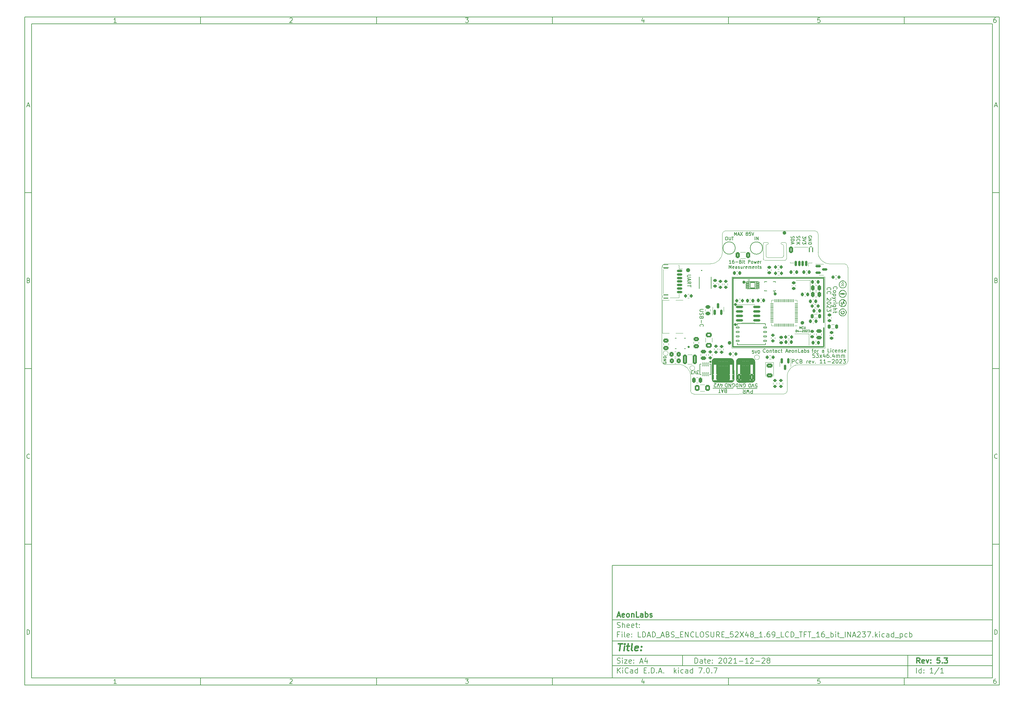
<source format=gbr>
G04 #@! TF.GenerationSoftware,KiCad,Pcbnew,7.0.7*
G04 #@! TF.CreationDate,2023-10-12T17:33:54+02:00*
G04 #@! TF.ProjectId,LDAD_ABS_ENCLOSURE_52X48_1.69_LCD_TFT_16_bit_INA237,4c444144-5f41-4425-935f-454e434c4f53,5.3*
G04 #@! TF.SameCoordinates,Original*
G04 #@! TF.FileFunction,Legend,Top*
G04 #@! TF.FilePolarity,Positive*
%FSLAX46Y46*%
G04 Gerber Fmt 4.6, Leading zero omitted, Abs format (unit mm)*
G04 Created by KiCad (PCBNEW 7.0.7) date 2023-10-12 17:33:54*
%MOMM*%
%LPD*%
G01*
G04 APERTURE LIST*
G04 Aperture macros list*
%AMRoundRect*
0 Rectangle with rounded corners*
0 $1 Rounding radius*
0 $2 $3 $4 $5 $6 $7 $8 $9 X,Y pos of 4 corners*
0 Add a 4 corners polygon primitive as box body*
4,1,4,$2,$3,$4,$5,$6,$7,$8,$9,$2,$3,0*
0 Add four circle primitives for the rounded corners*
1,1,$1+$1,$2,$3*
1,1,$1+$1,$4,$5*
1,1,$1+$1,$6,$7*
1,1,$1+$1,$8,$9*
0 Add four rect primitives between the rounded corners*
20,1,$1+$1,$2,$3,$4,$5,0*
20,1,$1+$1,$4,$5,$6,$7,0*
20,1,$1+$1,$6,$7,$8,$9,0*
20,1,$1+$1,$8,$9,$2,$3,0*%
G04 Aperture macros list end*
%ADD10C,0.100000*%
%ADD11C,0.150000*%
%ADD12C,0.300000*%
%ADD13C,0.400000*%
%ADD14C,0.600000*%
%ADD15C,0.280000*%
%ADD16C,0.200000*%
%ADD17C,0.080138*%
%ADD18C,0.120000*%
%ADD19C,0.127000*%
%ADD20C,0.152400*%
%ADD21RoundRect,0.150000X-0.150000X0.587500X-0.150000X-0.587500X0.150000X-0.587500X0.150000X0.587500X0*%
%ADD22RoundRect,0.200000X-0.275000X0.200000X-0.275000X-0.200000X0.275000X-0.200000X0.275000X0.200000X0*%
%ADD23RoundRect,0.250000X-0.350000X-0.450000X0.350000X-0.450000X0.350000X0.450000X-0.350000X0.450000X0*%
%ADD24RoundRect,0.250000X0.475000X-0.250000X0.475000X0.250000X-0.475000X0.250000X-0.475000X-0.250000X0*%
%ADD25R,0.800000X4.500000*%
%ADD26RoundRect,0.150000X-0.150000X-0.625000X0.150000X-0.625000X0.150000X0.625000X-0.150000X0.625000X0*%
%ADD27RoundRect,0.250000X-0.350000X-0.650000X0.350000X-0.650000X0.350000X0.650000X-0.350000X0.650000X0*%
%ADD28RoundRect,0.225000X0.250000X-0.225000X0.250000X0.225000X-0.250000X0.225000X-0.250000X-0.225000X0*%
%ADD29RoundRect,0.150000X-0.625000X0.150000X-0.625000X-0.150000X0.625000X-0.150000X0.625000X0.150000X0*%
%ADD30RoundRect,0.250000X-0.650000X0.350000X-0.650000X-0.350000X0.650000X-0.350000X0.650000X0.350000X0*%
%ADD31RoundRect,0.200000X0.200000X0.275000X-0.200000X0.275000X-0.200000X-0.275000X0.200000X-0.275000X0*%
%ADD32R,0.840000X0.420000*%
%ADD33R,1.600000X2.500000*%
%ADD34RoundRect,0.225000X-0.225000X-0.250000X0.225000X-0.250000X0.225000X0.250000X-0.225000X0.250000X0*%
%ADD35RoundRect,0.225000X-0.250000X0.225000X-0.250000X-0.225000X0.250000X-0.225000X0.250000X0.225000X0*%
%ADD36RoundRect,0.012000X-0.138000X0.468000X-0.138000X-0.468000X0.138000X-0.468000X0.138000X0.468000X0*%
%ADD37R,1.941316X0.920000*%
%ADD38RoundRect,0.225000X0.225000X0.250000X-0.225000X0.250000X-0.225000X-0.250000X0.225000X-0.250000X0*%
%ADD39RoundRect,0.200000X0.275000X-0.200000X0.275000X0.200000X-0.275000X0.200000X-0.275000X-0.200000X0*%
%ADD40RoundRect,0.150000X0.150000X-0.587500X0.150000X0.587500X-0.150000X0.587500X-0.150000X-0.587500X0*%
%ADD41RoundRect,0.250000X0.475000X-0.337500X0.475000X0.337500X-0.475000X0.337500X-0.475000X-0.337500X0*%
%ADD42C,1.000000*%
%ADD43RoundRect,0.200000X-0.200000X-0.275000X0.200000X-0.275000X0.200000X0.275000X-0.200000X0.275000X0*%
%ADD44RoundRect,0.250000X0.375000X1.075000X-0.375000X1.075000X-0.375000X-1.075000X0.375000X-1.075000X0*%
%ADD45R,0.580000X0.350000*%
%ADD46R,0.350000X0.580000*%
%ADD47RoundRect,0.100000X-0.100000X2.750000X-0.100000X-2.750000X0.100000X-2.750000X0.100000X2.750000X0*%
%ADD48RoundRect,0.100000X-0.100000X6.400000X-0.100000X-6.400000X0.100000X-6.400000X0.100000X6.400000X0*%
%ADD49RoundRect,0.102500X12.887500X0.102500X-12.887500X0.102500X-12.887500X-0.102500X12.887500X-0.102500X0*%
%ADD50RoundRect,0.097500X12.887500X0.097500X-12.887500X0.097500X-12.887500X-0.097500X12.887500X-0.097500X0*%
%ADD51RoundRect,0.102500X-0.102500X9.867500X-0.102500X-9.867500X0.102500X-9.867500X0.102500X9.867500X0*%
%ADD52RoundRect,0.050000X0.387500X0.050000X-0.387500X0.050000X-0.387500X-0.050000X0.387500X-0.050000X0*%
%ADD53RoundRect,0.050000X0.050000X0.387500X-0.050000X0.387500X-0.050000X-0.387500X0.050000X-0.387500X0*%
%ADD54R,5.600000X5.600000*%
%ADD55RoundRect,0.250000X-0.475000X0.250000X-0.475000X-0.250000X0.475000X-0.250000X0.475000X0.250000X0*%
%ADD56RoundRect,0.150000X-0.587500X-0.150000X0.587500X-0.150000X0.587500X0.150000X-0.587500X0.150000X0*%
%ADD57RoundRect,0.250000X0.250000X0.475000X-0.250000X0.475000X-0.250000X-0.475000X0.250000X-0.475000X0*%
%ADD58RoundRect,0.250001X0.624999X-0.462499X0.624999X0.462499X-0.624999X0.462499X-0.624999X-0.462499X0*%
%ADD59RoundRect,0.150000X-0.825000X-0.150000X0.825000X-0.150000X0.825000X0.150000X-0.825000X0.150000X0*%
%ADD60R,1.400000X1.200000*%
%ADD61RoundRect,0.250000X-0.625000X0.375000X-0.625000X-0.375000X0.625000X-0.375000X0.625000X0.375000X0*%
%ADD62RoundRect,0.218750X0.218750X0.381250X-0.218750X0.381250X-0.218750X-0.381250X0.218750X-0.381250X0*%
%ADD63RoundRect,0.250000X-0.475000X0.337500X-0.475000X-0.337500X0.475000X-0.337500X0.475000X0.337500X0*%
%ADD64RoundRect,0.250000X-0.312500X-0.625000X0.312500X-0.625000X0.312500X0.625000X-0.312500X0.625000X0*%
%ADD65R,0.279400X1.536700*%
%ADD66RoundRect,0.150000X0.150000X0.625000X-0.150000X0.625000X-0.150000X-0.625000X0.150000X-0.625000X0*%
%ADD67RoundRect,0.250000X0.350000X0.650000X-0.350000X0.650000X-0.350000X-0.650000X0.350000X-0.650000X0*%
%ADD68RoundRect,0.102000X-0.425000X-0.150000X0.425000X-0.150000X0.425000X0.150000X-0.425000X0.150000X0*%
%ADD69RoundRect,0.102000X-0.700000X-0.800000X0.700000X-0.800000X0.700000X0.800000X-0.700000X0.800000X0*%
%ADD70C,2.800000*%
%ADD71RoundRect,0.250000X-0.250000X-0.475000X0.250000X-0.475000X0.250000X0.475000X-0.250000X0.475000X0*%
%ADD72C,0.650000*%
%ADD73R,1.450000X0.600000*%
%ADD74R,1.450000X0.300000*%
%ADD75O,2.100000X1.000000*%
%ADD76O,1.600000X1.000000*%
%ADD77RoundRect,0.250000X0.450000X-0.262500X0.450000X0.262500X-0.450000X0.262500X-0.450000X-0.262500X0*%
%ADD78R,4.500000X0.800000*%
%ADD79RoundRect,0.250000X0.350000X0.450000X-0.350000X0.450000X-0.350000X-0.450000X0.350000X-0.450000X0*%
%ADD80RoundRect,0.066000X-0.404000X-0.154000X0.404000X-0.154000X0.404000X0.154000X-0.404000X0.154000X0*%
%ADD81R,3.400000X4.300000*%
%ADD82RoundRect,0.250001X-0.462499X-0.624999X0.462499X-0.624999X0.462499X0.624999X-0.462499X0.624999X0*%
G04 #@! TA.AperFunction,Profile*
%ADD83C,0.100000*%
G04 #@! TD*
G04 #@! TA.AperFunction,Profile*
%ADD84C,0.120000*%
G04 #@! TD*
G04 APERTURE END LIST*
D10*
D11*
X177002200Y-166007200D02*
X285002200Y-166007200D01*
X285002200Y-198007200D01*
X177002200Y-198007200D01*
X177002200Y-166007200D01*
D10*
D11*
X10000000Y-10000000D02*
X287002200Y-10000000D01*
X287002200Y-200007200D01*
X10000000Y-200007200D01*
X10000000Y-10000000D01*
D10*
D11*
X12000000Y-12000000D02*
X285002200Y-12000000D01*
X285002200Y-198007200D01*
X12000000Y-198007200D01*
X12000000Y-12000000D01*
D10*
D11*
X60000000Y-12000000D02*
X60000000Y-10000000D01*
D10*
D11*
X110000000Y-12000000D02*
X110000000Y-10000000D01*
D10*
D11*
X160000000Y-12000000D02*
X160000000Y-10000000D01*
D10*
D11*
X210000000Y-12000000D02*
X210000000Y-10000000D01*
D10*
D11*
X260000000Y-12000000D02*
X260000000Y-10000000D01*
D10*
D11*
X36089160Y-11593604D02*
X35346303Y-11593604D01*
X35717731Y-11593604D02*
X35717731Y-10293604D01*
X35717731Y-10293604D02*
X35593922Y-10479319D01*
X35593922Y-10479319D02*
X35470112Y-10603128D01*
X35470112Y-10603128D02*
X35346303Y-10665033D01*
D10*
D11*
X85346303Y-10417414D02*
X85408207Y-10355509D01*
X85408207Y-10355509D02*
X85532017Y-10293604D01*
X85532017Y-10293604D02*
X85841541Y-10293604D01*
X85841541Y-10293604D02*
X85965350Y-10355509D01*
X85965350Y-10355509D02*
X86027255Y-10417414D01*
X86027255Y-10417414D02*
X86089160Y-10541223D01*
X86089160Y-10541223D02*
X86089160Y-10665033D01*
X86089160Y-10665033D02*
X86027255Y-10850747D01*
X86027255Y-10850747D02*
X85284398Y-11593604D01*
X85284398Y-11593604D02*
X86089160Y-11593604D01*
D10*
D11*
X135284398Y-10293604D02*
X136089160Y-10293604D01*
X136089160Y-10293604D02*
X135655826Y-10788842D01*
X135655826Y-10788842D02*
X135841541Y-10788842D01*
X135841541Y-10788842D02*
X135965350Y-10850747D01*
X135965350Y-10850747D02*
X136027255Y-10912652D01*
X136027255Y-10912652D02*
X136089160Y-11036461D01*
X136089160Y-11036461D02*
X136089160Y-11345985D01*
X136089160Y-11345985D02*
X136027255Y-11469795D01*
X136027255Y-11469795D02*
X135965350Y-11531700D01*
X135965350Y-11531700D02*
X135841541Y-11593604D01*
X135841541Y-11593604D02*
X135470112Y-11593604D01*
X135470112Y-11593604D02*
X135346303Y-11531700D01*
X135346303Y-11531700D02*
X135284398Y-11469795D01*
D10*
D11*
X185965350Y-10726938D02*
X185965350Y-11593604D01*
X185655826Y-10231700D02*
X185346303Y-11160271D01*
X185346303Y-11160271D02*
X186151064Y-11160271D01*
D10*
D11*
X236027255Y-10293604D02*
X235408207Y-10293604D01*
X235408207Y-10293604D02*
X235346303Y-10912652D01*
X235346303Y-10912652D02*
X235408207Y-10850747D01*
X235408207Y-10850747D02*
X235532017Y-10788842D01*
X235532017Y-10788842D02*
X235841541Y-10788842D01*
X235841541Y-10788842D02*
X235965350Y-10850747D01*
X235965350Y-10850747D02*
X236027255Y-10912652D01*
X236027255Y-10912652D02*
X236089160Y-11036461D01*
X236089160Y-11036461D02*
X236089160Y-11345985D01*
X236089160Y-11345985D02*
X236027255Y-11469795D01*
X236027255Y-11469795D02*
X235965350Y-11531700D01*
X235965350Y-11531700D02*
X235841541Y-11593604D01*
X235841541Y-11593604D02*
X235532017Y-11593604D01*
X235532017Y-11593604D02*
X235408207Y-11531700D01*
X235408207Y-11531700D02*
X235346303Y-11469795D01*
D10*
D11*
X285965350Y-10293604D02*
X285717731Y-10293604D01*
X285717731Y-10293604D02*
X285593922Y-10355509D01*
X285593922Y-10355509D02*
X285532017Y-10417414D01*
X285532017Y-10417414D02*
X285408207Y-10603128D01*
X285408207Y-10603128D02*
X285346303Y-10850747D01*
X285346303Y-10850747D02*
X285346303Y-11345985D01*
X285346303Y-11345985D02*
X285408207Y-11469795D01*
X285408207Y-11469795D02*
X285470112Y-11531700D01*
X285470112Y-11531700D02*
X285593922Y-11593604D01*
X285593922Y-11593604D02*
X285841541Y-11593604D01*
X285841541Y-11593604D02*
X285965350Y-11531700D01*
X285965350Y-11531700D02*
X286027255Y-11469795D01*
X286027255Y-11469795D02*
X286089160Y-11345985D01*
X286089160Y-11345985D02*
X286089160Y-11036461D01*
X286089160Y-11036461D02*
X286027255Y-10912652D01*
X286027255Y-10912652D02*
X285965350Y-10850747D01*
X285965350Y-10850747D02*
X285841541Y-10788842D01*
X285841541Y-10788842D02*
X285593922Y-10788842D01*
X285593922Y-10788842D02*
X285470112Y-10850747D01*
X285470112Y-10850747D02*
X285408207Y-10912652D01*
X285408207Y-10912652D02*
X285346303Y-11036461D01*
D10*
D11*
X60000000Y-198007200D02*
X60000000Y-200007200D01*
D10*
D11*
X110000000Y-198007200D02*
X110000000Y-200007200D01*
D10*
D11*
X160000000Y-198007200D02*
X160000000Y-200007200D01*
D10*
D11*
X210000000Y-198007200D02*
X210000000Y-200007200D01*
D10*
D11*
X260000000Y-198007200D02*
X260000000Y-200007200D01*
D10*
D11*
X36089160Y-199600804D02*
X35346303Y-199600804D01*
X35717731Y-199600804D02*
X35717731Y-198300804D01*
X35717731Y-198300804D02*
X35593922Y-198486519D01*
X35593922Y-198486519D02*
X35470112Y-198610328D01*
X35470112Y-198610328D02*
X35346303Y-198672233D01*
D10*
D11*
X85346303Y-198424614D02*
X85408207Y-198362709D01*
X85408207Y-198362709D02*
X85532017Y-198300804D01*
X85532017Y-198300804D02*
X85841541Y-198300804D01*
X85841541Y-198300804D02*
X85965350Y-198362709D01*
X85965350Y-198362709D02*
X86027255Y-198424614D01*
X86027255Y-198424614D02*
X86089160Y-198548423D01*
X86089160Y-198548423D02*
X86089160Y-198672233D01*
X86089160Y-198672233D02*
X86027255Y-198857947D01*
X86027255Y-198857947D02*
X85284398Y-199600804D01*
X85284398Y-199600804D02*
X86089160Y-199600804D01*
D10*
D11*
X135284398Y-198300804D02*
X136089160Y-198300804D01*
X136089160Y-198300804D02*
X135655826Y-198796042D01*
X135655826Y-198796042D02*
X135841541Y-198796042D01*
X135841541Y-198796042D02*
X135965350Y-198857947D01*
X135965350Y-198857947D02*
X136027255Y-198919852D01*
X136027255Y-198919852D02*
X136089160Y-199043661D01*
X136089160Y-199043661D02*
X136089160Y-199353185D01*
X136089160Y-199353185D02*
X136027255Y-199476995D01*
X136027255Y-199476995D02*
X135965350Y-199538900D01*
X135965350Y-199538900D02*
X135841541Y-199600804D01*
X135841541Y-199600804D02*
X135470112Y-199600804D01*
X135470112Y-199600804D02*
X135346303Y-199538900D01*
X135346303Y-199538900D02*
X135284398Y-199476995D01*
D10*
D11*
X185965350Y-198734138D02*
X185965350Y-199600804D01*
X185655826Y-198238900D02*
X185346303Y-199167471D01*
X185346303Y-199167471D02*
X186151064Y-199167471D01*
D10*
D11*
X236027255Y-198300804D02*
X235408207Y-198300804D01*
X235408207Y-198300804D02*
X235346303Y-198919852D01*
X235346303Y-198919852D02*
X235408207Y-198857947D01*
X235408207Y-198857947D02*
X235532017Y-198796042D01*
X235532017Y-198796042D02*
X235841541Y-198796042D01*
X235841541Y-198796042D02*
X235965350Y-198857947D01*
X235965350Y-198857947D02*
X236027255Y-198919852D01*
X236027255Y-198919852D02*
X236089160Y-199043661D01*
X236089160Y-199043661D02*
X236089160Y-199353185D01*
X236089160Y-199353185D02*
X236027255Y-199476995D01*
X236027255Y-199476995D02*
X235965350Y-199538900D01*
X235965350Y-199538900D02*
X235841541Y-199600804D01*
X235841541Y-199600804D02*
X235532017Y-199600804D01*
X235532017Y-199600804D02*
X235408207Y-199538900D01*
X235408207Y-199538900D02*
X235346303Y-199476995D01*
D10*
D11*
X285965350Y-198300804D02*
X285717731Y-198300804D01*
X285717731Y-198300804D02*
X285593922Y-198362709D01*
X285593922Y-198362709D02*
X285532017Y-198424614D01*
X285532017Y-198424614D02*
X285408207Y-198610328D01*
X285408207Y-198610328D02*
X285346303Y-198857947D01*
X285346303Y-198857947D02*
X285346303Y-199353185D01*
X285346303Y-199353185D02*
X285408207Y-199476995D01*
X285408207Y-199476995D02*
X285470112Y-199538900D01*
X285470112Y-199538900D02*
X285593922Y-199600804D01*
X285593922Y-199600804D02*
X285841541Y-199600804D01*
X285841541Y-199600804D02*
X285965350Y-199538900D01*
X285965350Y-199538900D02*
X286027255Y-199476995D01*
X286027255Y-199476995D02*
X286089160Y-199353185D01*
X286089160Y-199353185D02*
X286089160Y-199043661D01*
X286089160Y-199043661D02*
X286027255Y-198919852D01*
X286027255Y-198919852D02*
X285965350Y-198857947D01*
X285965350Y-198857947D02*
X285841541Y-198796042D01*
X285841541Y-198796042D02*
X285593922Y-198796042D01*
X285593922Y-198796042D02*
X285470112Y-198857947D01*
X285470112Y-198857947D02*
X285408207Y-198919852D01*
X285408207Y-198919852D02*
X285346303Y-199043661D01*
D10*
D11*
X10000000Y-60000000D02*
X12000000Y-60000000D01*
D10*
D11*
X10000000Y-110000000D02*
X12000000Y-110000000D01*
D10*
D11*
X10000000Y-160000000D02*
X12000000Y-160000000D01*
D10*
D11*
X10690476Y-35222176D02*
X11309523Y-35222176D01*
X10566666Y-35593604D02*
X10999999Y-34293604D01*
X10999999Y-34293604D02*
X11433333Y-35593604D01*
D10*
D11*
X11092857Y-84912652D02*
X11278571Y-84974557D01*
X11278571Y-84974557D02*
X11340476Y-85036461D01*
X11340476Y-85036461D02*
X11402380Y-85160271D01*
X11402380Y-85160271D02*
X11402380Y-85345985D01*
X11402380Y-85345985D02*
X11340476Y-85469795D01*
X11340476Y-85469795D02*
X11278571Y-85531700D01*
X11278571Y-85531700D02*
X11154761Y-85593604D01*
X11154761Y-85593604D02*
X10659523Y-85593604D01*
X10659523Y-85593604D02*
X10659523Y-84293604D01*
X10659523Y-84293604D02*
X11092857Y-84293604D01*
X11092857Y-84293604D02*
X11216666Y-84355509D01*
X11216666Y-84355509D02*
X11278571Y-84417414D01*
X11278571Y-84417414D02*
X11340476Y-84541223D01*
X11340476Y-84541223D02*
X11340476Y-84665033D01*
X11340476Y-84665033D02*
X11278571Y-84788842D01*
X11278571Y-84788842D02*
X11216666Y-84850747D01*
X11216666Y-84850747D02*
X11092857Y-84912652D01*
X11092857Y-84912652D02*
X10659523Y-84912652D01*
D10*
D11*
X11402380Y-135469795D02*
X11340476Y-135531700D01*
X11340476Y-135531700D02*
X11154761Y-135593604D01*
X11154761Y-135593604D02*
X11030952Y-135593604D01*
X11030952Y-135593604D02*
X10845238Y-135531700D01*
X10845238Y-135531700D02*
X10721428Y-135407890D01*
X10721428Y-135407890D02*
X10659523Y-135284080D01*
X10659523Y-135284080D02*
X10597619Y-135036461D01*
X10597619Y-135036461D02*
X10597619Y-134850747D01*
X10597619Y-134850747D02*
X10659523Y-134603128D01*
X10659523Y-134603128D02*
X10721428Y-134479319D01*
X10721428Y-134479319D02*
X10845238Y-134355509D01*
X10845238Y-134355509D02*
X11030952Y-134293604D01*
X11030952Y-134293604D02*
X11154761Y-134293604D01*
X11154761Y-134293604D02*
X11340476Y-134355509D01*
X11340476Y-134355509D02*
X11402380Y-134417414D01*
D10*
D11*
X10659523Y-185593604D02*
X10659523Y-184293604D01*
X10659523Y-184293604D02*
X10969047Y-184293604D01*
X10969047Y-184293604D02*
X11154761Y-184355509D01*
X11154761Y-184355509D02*
X11278571Y-184479319D01*
X11278571Y-184479319D02*
X11340476Y-184603128D01*
X11340476Y-184603128D02*
X11402380Y-184850747D01*
X11402380Y-184850747D02*
X11402380Y-185036461D01*
X11402380Y-185036461D02*
X11340476Y-185284080D01*
X11340476Y-185284080D02*
X11278571Y-185407890D01*
X11278571Y-185407890D02*
X11154761Y-185531700D01*
X11154761Y-185531700D02*
X10969047Y-185593604D01*
X10969047Y-185593604D02*
X10659523Y-185593604D01*
D10*
D11*
X287002200Y-60000000D02*
X285002200Y-60000000D01*
D10*
D11*
X287002200Y-110000000D02*
X285002200Y-110000000D01*
D10*
D11*
X287002200Y-160000000D02*
X285002200Y-160000000D01*
D10*
D11*
X285692676Y-35222176D02*
X286311723Y-35222176D01*
X285568866Y-35593604D02*
X286002199Y-34293604D01*
X286002199Y-34293604D02*
X286435533Y-35593604D01*
D10*
D11*
X286095057Y-84912652D02*
X286280771Y-84974557D01*
X286280771Y-84974557D02*
X286342676Y-85036461D01*
X286342676Y-85036461D02*
X286404580Y-85160271D01*
X286404580Y-85160271D02*
X286404580Y-85345985D01*
X286404580Y-85345985D02*
X286342676Y-85469795D01*
X286342676Y-85469795D02*
X286280771Y-85531700D01*
X286280771Y-85531700D02*
X286156961Y-85593604D01*
X286156961Y-85593604D02*
X285661723Y-85593604D01*
X285661723Y-85593604D02*
X285661723Y-84293604D01*
X285661723Y-84293604D02*
X286095057Y-84293604D01*
X286095057Y-84293604D02*
X286218866Y-84355509D01*
X286218866Y-84355509D02*
X286280771Y-84417414D01*
X286280771Y-84417414D02*
X286342676Y-84541223D01*
X286342676Y-84541223D02*
X286342676Y-84665033D01*
X286342676Y-84665033D02*
X286280771Y-84788842D01*
X286280771Y-84788842D02*
X286218866Y-84850747D01*
X286218866Y-84850747D02*
X286095057Y-84912652D01*
X286095057Y-84912652D02*
X285661723Y-84912652D01*
D10*
D11*
X286404580Y-135469795D02*
X286342676Y-135531700D01*
X286342676Y-135531700D02*
X286156961Y-135593604D01*
X286156961Y-135593604D02*
X286033152Y-135593604D01*
X286033152Y-135593604D02*
X285847438Y-135531700D01*
X285847438Y-135531700D02*
X285723628Y-135407890D01*
X285723628Y-135407890D02*
X285661723Y-135284080D01*
X285661723Y-135284080D02*
X285599819Y-135036461D01*
X285599819Y-135036461D02*
X285599819Y-134850747D01*
X285599819Y-134850747D02*
X285661723Y-134603128D01*
X285661723Y-134603128D02*
X285723628Y-134479319D01*
X285723628Y-134479319D02*
X285847438Y-134355509D01*
X285847438Y-134355509D02*
X286033152Y-134293604D01*
X286033152Y-134293604D02*
X286156961Y-134293604D01*
X286156961Y-134293604D02*
X286342676Y-134355509D01*
X286342676Y-134355509D02*
X286404580Y-134417414D01*
D10*
D11*
X285661723Y-185593604D02*
X285661723Y-184293604D01*
X285661723Y-184293604D02*
X285971247Y-184293604D01*
X285971247Y-184293604D02*
X286156961Y-184355509D01*
X286156961Y-184355509D02*
X286280771Y-184479319D01*
X286280771Y-184479319D02*
X286342676Y-184603128D01*
X286342676Y-184603128D02*
X286404580Y-184850747D01*
X286404580Y-184850747D02*
X286404580Y-185036461D01*
X286404580Y-185036461D02*
X286342676Y-185284080D01*
X286342676Y-185284080D02*
X286280771Y-185407890D01*
X286280771Y-185407890D02*
X286156961Y-185531700D01*
X286156961Y-185531700D02*
X285971247Y-185593604D01*
X285971247Y-185593604D02*
X285661723Y-185593604D01*
D10*
D11*
X200458026Y-193793328D02*
X200458026Y-192293328D01*
X200458026Y-192293328D02*
X200815169Y-192293328D01*
X200815169Y-192293328D02*
X201029455Y-192364757D01*
X201029455Y-192364757D02*
X201172312Y-192507614D01*
X201172312Y-192507614D02*
X201243741Y-192650471D01*
X201243741Y-192650471D02*
X201315169Y-192936185D01*
X201315169Y-192936185D02*
X201315169Y-193150471D01*
X201315169Y-193150471D02*
X201243741Y-193436185D01*
X201243741Y-193436185D02*
X201172312Y-193579042D01*
X201172312Y-193579042D02*
X201029455Y-193721900D01*
X201029455Y-193721900D02*
X200815169Y-193793328D01*
X200815169Y-193793328D02*
X200458026Y-193793328D01*
X202600884Y-193793328D02*
X202600884Y-193007614D01*
X202600884Y-193007614D02*
X202529455Y-192864757D01*
X202529455Y-192864757D02*
X202386598Y-192793328D01*
X202386598Y-192793328D02*
X202100884Y-192793328D01*
X202100884Y-192793328D02*
X201958026Y-192864757D01*
X202600884Y-193721900D02*
X202458026Y-193793328D01*
X202458026Y-193793328D02*
X202100884Y-193793328D01*
X202100884Y-193793328D02*
X201958026Y-193721900D01*
X201958026Y-193721900D02*
X201886598Y-193579042D01*
X201886598Y-193579042D02*
X201886598Y-193436185D01*
X201886598Y-193436185D02*
X201958026Y-193293328D01*
X201958026Y-193293328D02*
X202100884Y-193221900D01*
X202100884Y-193221900D02*
X202458026Y-193221900D01*
X202458026Y-193221900D02*
X202600884Y-193150471D01*
X203100884Y-192793328D02*
X203672312Y-192793328D01*
X203315169Y-192293328D02*
X203315169Y-193579042D01*
X203315169Y-193579042D02*
X203386598Y-193721900D01*
X203386598Y-193721900D02*
X203529455Y-193793328D01*
X203529455Y-193793328D02*
X203672312Y-193793328D01*
X204743741Y-193721900D02*
X204600884Y-193793328D01*
X204600884Y-193793328D02*
X204315170Y-193793328D01*
X204315170Y-193793328D02*
X204172312Y-193721900D01*
X204172312Y-193721900D02*
X204100884Y-193579042D01*
X204100884Y-193579042D02*
X204100884Y-193007614D01*
X204100884Y-193007614D02*
X204172312Y-192864757D01*
X204172312Y-192864757D02*
X204315170Y-192793328D01*
X204315170Y-192793328D02*
X204600884Y-192793328D01*
X204600884Y-192793328D02*
X204743741Y-192864757D01*
X204743741Y-192864757D02*
X204815170Y-193007614D01*
X204815170Y-193007614D02*
X204815170Y-193150471D01*
X204815170Y-193150471D02*
X204100884Y-193293328D01*
X205458026Y-193650471D02*
X205529455Y-193721900D01*
X205529455Y-193721900D02*
X205458026Y-193793328D01*
X205458026Y-193793328D02*
X205386598Y-193721900D01*
X205386598Y-193721900D02*
X205458026Y-193650471D01*
X205458026Y-193650471D02*
X205458026Y-193793328D01*
X205458026Y-192864757D02*
X205529455Y-192936185D01*
X205529455Y-192936185D02*
X205458026Y-193007614D01*
X205458026Y-193007614D02*
X205386598Y-192936185D01*
X205386598Y-192936185D02*
X205458026Y-192864757D01*
X205458026Y-192864757D02*
X205458026Y-193007614D01*
X207243741Y-192436185D02*
X207315169Y-192364757D01*
X207315169Y-192364757D02*
X207458027Y-192293328D01*
X207458027Y-192293328D02*
X207815169Y-192293328D01*
X207815169Y-192293328D02*
X207958027Y-192364757D01*
X207958027Y-192364757D02*
X208029455Y-192436185D01*
X208029455Y-192436185D02*
X208100884Y-192579042D01*
X208100884Y-192579042D02*
X208100884Y-192721900D01*
X208100884Y-192721900D02*
X208029455Y-192936185D01*
X208029455Y-192936185D02*
X207172312Y-193793328D01*
X207172312Y-193793328D02*
X208100884Y-193793328D01*
X209029455Y-192293328D02*
X209172312Y-192293328D01*
X209172312Y-192293328D02*
X209315169Y-192364757D01*
X209315169Y-192364757D02*
X209386598Y-192436185D01*
X209386598Y-192436185D02*
X209458026Y-192579042D01*
X209458026Y-192579042D02*
X209529455Y-192864757D01*
X209529455Y-192864757D02*
X209529455Y-193221900D01*
X209529455Y-193221900D02*
X209458026Y-193507614D01*
X209458026Y-193507614D02*
X209386598Y-193650471D01*
X209386598Y-193650471D02*
X209315169Y-193721900D01*
X209315169Y-193721900D02*
X209172312Y-193793328D01*
X209172312Y-193793328D02*
X209029455Y-193793328D01*
X209029455Y-193793328D02*
X208886598Y-193721900D01*
X208886598Y-193721900D02*
X208815169Y-193650471D01*
X208815169Y-193650471D02*
X208743740Y-193507614D01*
X208743740Y-193507614D02*
X208672312Y-193221900D01*
X208672312Y-193221900D02*
X208672312Y-192864757D01*
X208672312Y-192864757D02*
X208743740Y-192579042D01*
X208743740Y-192579042D02*
X208815169Y-192436185D01*
X208815169Y-192436185D02*
X208886598Y-192364757D01*
X208886598Y-192364757D02*
X209029455Y-192293328D01*
X210100883Y-192436185D02*
X210172311Y-192364757D01*
X210172311Y-192364757D02*
X210315169Y-192293328D01*
X210315169Y-192293328D02*
X210672311Y-192293328D01*
X210672311Y-192293328D02*
X210815169Y-192364757D01*
X210815169Y-192364757D02*
X210886597Y-192436185D01*
X210886597Y-192436185D02*
X210958026Y-192579042D01*
X210958026Y-192579042D02*
X210958026Y-192721900D01*
X210958026Y-192721900D02*
X210886597Y-192936185D01*
X210886597Y-192936185D02*
X210029454Y-193793328D01*
X210029454Y-193793328D02*
X210958026Y-193793328D01*
X212386597Y-193793328D02*
X211529454Y-193793328D01*
X211958025Y-193793328D02*
X211958025Y-192293328D01*
X211958025Y-192293328D02*
X211815168Y-192507614D01*
X211815168Y-192507614D02*
X211672311Y-192650471D01*
X211672311Y-192650471D02*
X211529454Y-192721900D01*
X213029453Y-193221900D02*
X214172311Y-193221900D01*
X215672311Y-193793328D02*
X214815168Y-193793328D01*
X215243739Y-193793328D02*
X215243739Y-192293328D01*
X215243739Y-192293328D02*
X215100882Y-192507614D01*
X215100882Y-192507614D02*
X214958025Y-192650471D01*
X214958025Y-192650471D02*
X214815168Y-192721900D01*
X216243739Y-192436185D02*
X216315167Y-192364757D01*
X216315167Y-192364757D02*
X216458025Y-192293328D01*
X216458025Y-192293328D02*
X216815167Y-192293328D01*
X216815167Y-192293328D02*
X216958025Y-192364757D01*
X216958025Y-192364757D02*
X217029453Y-192436185D01*
X217029453Y-192436185D02*
X217100882Y-192579042D01*
X217100882Y-192579042D02*
X217100882Y-192721900D01*
X217100882Y-192721900D02*
X217029453Y-192936185D01*
X217029453Y-192936185D02*
X216172310Y-193793328D01*
X216172310Y-193793328D02*
X217100882Y-193793328D01*
X217743738Y-193221900D02*
X218886596Y-193221900D01*
X219529453Y-192436185D02*
X219600881Y-192364757D01*
X219600881Y-192364757D02*
X219743739Y-192293328D01*
X219743739Y-192293328D02*
X220100881Y-192293328D01*
X220100881Y-192293328D02*
X220243739Y-192364757D01*
X220243739Y-192364757D02*
X220315167Y-192436185D01*
X220315167Y-192436185D02*
X220386596Y-192579042D01*
X220386596Y-192579042D02*
X220386596Y-192721900D01*
X220386596Y-192721900D02*
X220315167Y-192936185D01*
X220315167Y-192936185D02*
X219458024Y-193793328D01*
X219458024Y-193793328D02*
X220386596Y-193793328D01*
X221243738Y-192936185D02*
X221100881Y-192864757D01*
X221100881Y-192864757D02*
X221029452Y-192793328D01*
X221029452Y-192793328D02*
X220958024Y-192650471D01*
X220958024Y-192650471D02*
X220958024Y-192579042D01*
X220958024Y-192579042D02*
X221029452Y-192436185D01*
X221029452Y-192436185D02*
X221100881Y-192364757D01*
X221100881Y-192364757D02*
X221243738Y-192293328D01*
X221243738Y-192293328D02*
X221529452Y-192293328D01*
X221529452Y-192293328D02*
X221672310Y-192364757D01*
X221672310Y-192364757D02*
X221743738Y-192436185D01*
X221743738Y-192436185D02*
X221815167Y-192579042D01*
X221815167Y-192579042D02*
X221815167Y-192650471D01*
X221815167Y-192650471D02*
X221743738Y-192793328D01*
X221743738Y-192793328D02*
X221672310Y-192864757D01*
X221672310Y-192864757D02*
X221529452Y-192936185D01*
X221529452Y-192936185D02*
X221243738Y-192936185D01*
X221243738Y-192936185D02*
X221100881Y-193007614D01*
X221100881Y-193007614D02*
X221029452Y-193079042D01*
X221029452Y-193079042D02*
X220958024Y-193221900D01*
X220958024Y-193221900D02*
X220958024Y-193507614D01*
X220958024Y-193507614D02*
X221029452Y-193650471D01*
X221029452Y-193650471D02*
X221100881Y-193721900D01*
X221100881Y-193721900D02*
X221243738Y-193793328D01*
X221243738Y-193793328D02*
X221529452Y-193793328D01*
X221529452Y-193793328D02*
X221672310Y-193721900D01*
X221672310Y-193721900D02*
X221743738Y-193650471D01*
X221743738Y-193650471D02*
X221815167Y-193507614D01*
X221815167Y-193507614D02*
X221815167Y-193221900D01*
X221815167Y-193221900D02*
X221743738Y-193079042D01*
X221743738Y-193079042D02*
X221672310Y-193007614D01*
X221672310Y-193007614D02*
X221529452Y-192936185D01*
D10*
D11*
X177002200Y-194507200D02*
X285002200Y-194507200D01*
D10*
D11*
X178458026Y-196593328D02*
X178458026Y-195093328D01*
X179315169Y-196593328D02*
X178672312Y-195736185D01*
X179315169Y-195093328D02*
X178458026Y-195950471D01*
X179958026Y-196593328D02*
X179958026Y-195593328D01*
X179958026Y-195093328D02*
X179886598Y-195164757D01*
X179886598Y-195164757D02*
X179958026Y-195236185D01*
X179958026Y-195236185D02*
X180029455Y-195164757D01*
X180029455Y-195164757D02*
X179958026Y-195093328D01*
X179958026Y-195093328D02*
X179958026Y-195236185D01*
X181529455Y-196450471D02*
X181458027Y-196521900D01*
X181458027Y-196521900D02*
X181243741Y-196593328D01*
X181243741Y-196593328D02*
X181100884Y-196593328D01*
X181100884Y-196593328D02*
X180886598Y-196521900D01*
X180886598Y-196521900D02*
X180743741Y-196379042D01*
X180743741Y-196379042D02*
X180672312Y-196236185D01*
X180672312Y-196236185D02*
X180600884Y-195950471D01*
X180600884Y-195950471D02*
X180600884Y-195736185D01*
X180600884Y-195736185D02*
X180672312Y-195450471D01*
X180672312Y-195450471D02*
X180743741Y-195307614D01*
X180743741Y-195307614D02*
X180886598Y-195164757D01*
X180886598Y-195164757D02*
X181100884Y-195093328D01*
X181100884Y-195093328D02*
X181243741Y-195093328D01*
X181243741Y-195093328D02*
X181458027Y-195164757D01*
X181458027Y-195164757D02*
X181529455Y-195236185D01*
X182815170Y-196593328D02*
X182815170Y-195807614D01*
X182815170Y-195807614D02*
X182743741Y-195664757D01*
X182743741Y-195664757D02*
X182600884Y-195593328D01*
X182600884Y-195593328D02*
X182315170Y-195593328D01*
X182315170Y-195593328D02*
X182172312Y-195664757D01*
X182815170Y-196521900D02*
X182672312Y-196593328D01*
X182672312Y-196593328D02*
X182315170Y-196593328D01*
X182315170Y-196593328D02*
X182172312Y-196521900D01*
X182172312Y-196521900D02*
X182100884Y-196379042D01*
X182100884Y-196379042D02*
X182100884Y-196236185D01*
X182100884Y-196236185D02*
X182172312Y-196093328D01*
X182172312Y-196093328D02*
X182315170Y-196021900D01*
X182315170Y-196021900D02*
X182672312Y-196021900D01*
X182672312Y-196021900D02*
X182815170Y-195950471D01*
X184172313Y-196593328D02*
X184172313Y-195093328D01*
X184172313Y-196521900D02*
X184029455Y-196593328D01*
X184029455Y-196593328D02*
X183743741Y-196593328D01*
X183743741Y-196593328D02*
X183600884Y-196521900D01*
X183600884Y-196521900D02*
X183529455Y-196450471D01*
X183529455Y-196450471D02*
X183458027Y-196307614D01*
X183458027Y-196307614D02*
X183458027Y-195879042D01*
X183458027Y-195879042D02*
X183529455Y-195736185D01*
X183529455Y-195736185D02*
X183600884Y-195664757D01*
X183600884Y-195664757D02*
X183743741Y-195593328D01*
X183743741Y-195593328D02*
X184029455Y-195593328D01*
X184029455Y-195593328D02*
X184172313Y-195664757D01*
X186029455Y-195807614D02*
X186529455Y-195807614D01*
X186743741Y-196593328D02*
X186029455Y-196593328D01*
X186029455Y-196593328D02*
X186029455Y-195093328D01*
X186029455Y-195093328D02*
X186743741Y-195093328D01*
X187386598Y-196450471D02*
X187458027Y-196521900D01*
X187458027Y-196521900D02*
X187386598Y-196593328D01*
X187386598Y-196593328D02*
X187315170Y-196521900D01*
X187315170Y-196521900D02*
X187386598Y-196450471D01*
X187386598Y-196450471D02*
X187386598Y-196593328D01*
X188100884Y-196593328D02*
X188100884Y-195093328D01*
X188100884Y-195093328D02*
X188458027Y-195093328D01*
X188458027Y-195093328D02*
X188672313Y-195164757D01*
X188672313Y-195164757D02*
X188815170Y-195307614D01*
X188815170Y-195307614D02*
X188886599Y-195450471D01*
X188886599Y-195450471D02*
X188958027Y-195736185D01*
X188958027Y-195736185D02*
X188958027Y-195950471D01*
X188958027Y-195950471D02*
X188886599Y-196236185D01*
X188886599Y-196236185D02*
X188815170Y-196379042D01*
X188815170Y-196379042D02*
X188672313Y-196521900D01*
X188672313Y-196521900D02*
X188458027Y-196593328D01*
X188458027Y-196593328D02*
X188100884Y-196593328D01*
X189600884Y-196450471D02*
X189672313Y-196521900D01*
X189672313Y-196521900D02*
X189600884Y-196593328D01*
X189600884Y-196593328D02*
X189529456Y-196521900D01*
X189529456Y-196521900D02*
X189600884Y-196450471D01*
X189600884Y-196450471D02*
X189600884Y-196593328D01*
X190243742Y-196164757D02*
X190958028Y-196164757D01*
X190100885Y-196593328D02*
X190600885Y-195093328D01*
X190600885Y-195093328D02*
X191100885Y-196593328D01*
X191600884Y-196450471D02*
X191672313Y-196521900D01*
X191672313Y-196521900D02*
X191600884Y-196593328D01*
X191600884Y-196593328D02*
X191529456Y-196521900D01*
X191529456Y-196521900D02*
X191600884Y-196450471D01*
X191600884Y-196450471D02*
X191600884Y-196593328D01*
X194600884Y-196593328D02*
X194600884Y-195093328D01*
X194743742Y-196021900D02*
X195172313Y-196593328D01*
X195172313Y-195593328D02*
X194600884Y-196164757D01*
X195815170Y-196593328D02*
X195815170Y-195593328D01*
X195815170Y-195093328D02*
X195743742Y-195164757D01*
X195743742Y-195164757D02*
X195815170Y-195236185D01*
X195815170Y-195236185D02*
X195886599Y-195164757D01*
X195886599Y-195164757D02*
X195815170Y-195093328D01*
X195815170Y-195093328D02*
X195815170Y-195236185D01*
X197172314Y-196521900D02*
X197029456Y-196593328D01*
X197029456Y-196593328D02*
X196743742Y-196593328D01*
X196743742Y-196593328D02*
X196600885Y-196521900D01*
X196600885Y-196521900D02*
X196529456Y-196450471D01*
X196529456Y-196450471D02*
X196458028Y-196307614D01*
X196458028Y-196307614D02*
X196458028Y-195879042D01*
X196458028Y-195879042D02*
X196529456Y-195736185D01*
X196529456Y-195736185D02*
X196600885Y-195664757D01*
X196600885Y-195664757D02*
X196743742Y-195593328D01*
X196743742Y-195593328D02*
X197029456Y-195593328D01*
X197029456Y-195593328D02*
X197172314Y-195664757D01*
X198458028Y-196593328D02*
X198458028Y-195807614D01*
X198458028Y-195807614D02*
X198386599Y-195664757D01*
X198386599Y-195664757D02*
X198243742Y-195593328D01*
X198243742Y-195593328D02*
X197958028Y-195593328D01*
X197958028Y-195593328D02*
X197815170Y-195664757D01*
X198458028Y-196521900D02*
X198315170Y-196593328D01*
X198315170Y-196593328D02*
X197958028Y-196593328D01*
X197958028Y-196593328D02*
X197815170Y-196521900D01*
X197815170Y-196521900D02*
X197743742Y-196379042D01*
X197743742Y-196379042D02*
X197743742Y-196236185D01*
X197743742Y-196236185D02*
X197815170Y-196093328D01*
X197815170Y-196093328D02*
X197958028Y-196021900D01*
X197958028Y-196021900D02*
X198315170Y-196021900D01*
X198315170Y-196021900D02*
X198458028Y-195950471D01*
X199815171Y-196593328D02*
X199815171Y-195093328D01*
X199815171Y-196521900D02*
X199672313Y-196593328D01*
X199672313Y-196593328D02*
X199386599Y-196593328D01*
X199386599Y-196593328D02*
X199243742Y-196521900D01*
X199243742Y-196521900D02*
X199172313Y-196450471D01*
X199172313Y-196450471D02*
X199100885Y-196307614D01*
X199100885Y-196307614D02*
X199100885Y-195879042D01*
X199100885Y-195879042D02*
X199172313Y-195736185D01*
X199172313Y-195736185D02*
X199243742Y-195664757D01*
X199243742Y-195664757D02*
X199386599Y-195593328D01*
X199386599Y-195593328D02*
X199672313Y-195593328D01*
X199672313Y-195593328D02*
X199815171Y-195664757D01*
X201529456Y-195093328D02*
X202529456Y-195093328D01*
X202529456Y-195093328D02*
X201886599Y-196593328D01*
X203100884Y-196450471D02*
X203172313Y-196521900D01*
X203172313Y-196521900D02*
X203100884Y-196593328D01*
X203100884Y-196593328D02*
X203029456Y-196521900D01*
X203029456Y-196521900D02*
X203100884Y-196450471D01*
X203100884Y-196450471D02*
X203100884Y-196593328D01*
X204100885Y-195093328D02*
X204243742Y-195093328D01*
X204243742Y-195093328D02*
X204386599Y-195164757D01*
X204386599Y-195164757D02*
X204458028Y-195236185D01*
X204458028Y-195236185D02*
X204529456Y-195379042D01*
X204529456Y-195379042D02*
X204600885Y-195664757D01*
X204600885Y-195664757D02*
X204600885Y-196021900D01*
X204600885Y-196021900D02*
X204529456Y-196307614D01*
X204529456Y-196307614D02*
X204458028Y-196450471D01*
X204458028Y-196450471D02*
X204386599Y-196521900D01*
X204386599Y-196521900D02*
X204243742Y-196593328D01*
X204243742Y-196593328D02*
X204100885Y-196593328D01*
X204100885Y-196593328D02*
X203958028Y-196521900D01*
X203958028Y-196521900D02*
X203886599Y-196450471D01*
X203886599Y-196450471D02*
X203815170Y-196307614D01*
X203815170Y-196307614D02*
X203743742Y-196021900D01*
X203743742Y-196021900D02*
X203743742Y-195664757D01*
X203743742Y-195664757D02*
X203815170Y-195379042D01*
X203815170Y-195379042D02*
X203886599Y-195236185D01*
X203886599Y-195236185D02*
X203958028Y-195164757D01*
X203958028Y-195164757D02*
X204100885Y-195093328D01*
X205243741Y-196450471D02*
X205315170Y-196521900D01*
X205315170Y-196521900D02*
X205243741Y-196593328D01*
X205243741Y-196593328D02*
X205172313Y-196521900D01*
X205172313Y-196521900D02*
X205243741Y-196450471D01*
X205243741Y-196450471D02*
X205243741Y-196593328D01*
X205815170Y-195093328D02*
X206815170Y-195093328D01*
X206815170Y-195093328D02*
X206172313Y-196593328D01*
D10*
D11*
X177002200Y-191507200D02*
X285002200Y-191507200D01*
D10*
D12*
X264413853Y-193785528D02*
X263913853Y-193071242D01*
X263556710Y-193785528D02*
X263556710Y-192285528D01*
X263556710Y-192285528D02*
X264128139Y-192285528D01*
X264128139Y-192285528D02*
X264270996Y-192356957D01*
X264270996Y-192356957D02*
X264342425Y-192428385D01*
X264342425Y-192428385D02*
X264413853Y-192571242D01*
X264413853Y-192571242D02*
X264413853Y-192785528D01*
X264413853Y-192785528D02*
X264342425Y-192928385D01*
X264342425Y-192928385D02*
X264270996Y-192999814D01*
X264270996Y-192999814D02*
X264128139Y-193071242D01*
X264128139Y-193071242D02*
X263556710Y-193071242D01*
X265628139Y-193714100D02*
X265485282Y-193785528D01*
X265485282Y-193785528D02*
X265199568Y-193785528D01*
X265199568Y-193785528D02*
X265056710Y-193714100D01*
X265056710Y-193714100D02*
X264985282Y-193571242D01*
X264985282Y-193571242D02*
X264985282Y-192999814D01*
X264985282Y-192999814D02*
X265056710Y-192856957D01*
X265056710Y-192856957D02*
X265199568Y-192785528D01*
X265199568Y-192785528D02*
X265485282Y-192785528D01*
X265485282Y-192785528D02*
X265628139Y-192856957D01*
X265628139Y-192856957D02*
X265699568Y-192999814D01*
X265699568Y-192999814D02*
X265699568Y-193142671D01*
X265699568Y-193142671D02*
X264985282Y-193285528D01*
X266199567Y-192785528D02*
X266556710Y-193785528D01*
X266556710Y-193785528D02*
X266913853Y-192785528D01*
X267485281Y-193642671D02*
X267556710Y-193714100D01*
X267556710Y-193714100D02*
X267485281Y-193785528D01*
X267485281Y-193785528D02*
X267413853Y-193714100D01*
X267413853Y-193714100D02*
X267485281Y-193642671D01*
X267485281Y-193642671D02*
X267485281Y-193785528D01*
X267485281Y-192856957D02*
X267556710Y-192928385D01*
X267556710Y-192928385D02*
X267485281Y-192999814D01*
X267485281Y-192999814D02*
X267413853Y-192928385D01*
X267413853Y-192928385D02*
X267485281Y-192856957D01*
X267485281Y-192856957D02*
X267485281Y-192999814D01*
X270056710Y-192285528D02*
X269342424Y-192285528D01*
X269342424Y-192285528D02*
X269270996Y-192999814D01*
X269270996Y-192999814D02*
X269342424Y-192928385D01*
X269342424Y-192928385D02*
X269485282Y-192856957D01*
X269485282Y-192856957D02*
X269842424Y-192856957D01*
X269842424Y-192856957D02*
X269985282Y-192928385D01*
X269985282Y-192928385D02*
X270056710Y-192999814D01*
X270056710Y-192999814D02*
X270128139Y-193142671D01*
X270128139Y-193142671D02*
X270128139Y-193499814D01*
X270128139Y-193499814D02*
X270056710Y-193642671D01*
X270056710Y-193642671D02*
X269985282Y-193714100D01*
X269985282Y-193714100D02*
X269842424Y-193785528D01*
X269842424Y-193785528D02*
X269485282Y-193785528D01*
X269485282Y-193785528D02*
X269342424Y-193714100D01*
X269342424Y-193714100D02*
X269270996Y-193642671D01*
X270770995Y-193642671D02*
X270842424Y-193714100D01*
X270842424Y-193714100D02*
X270770995Y-193785528D01*
X270770995Y-193785528D02*
X270699567Y-193714100D01*
X270699567Y-193714100D02*
X270770995Y-193642671D01*
X270770995Y-193642671D02*
X270770995Y-193785528D01*
X271342424Y-192285528D02*
X272270996Y-192285528D01*
X272270996Y-192285528D02*
X271770996Y-192856957D01*
X271770996Y-192856957D02*
X271985281Y-192856957D01*
X271985281Y-192856957D02*
X272128139Y-192928385D01*
X272128139Y-192928385D02*
X272199567Y-192999814D01*
X272199567Y-192999814D02*
X272270996Y-193142671D01*
X272270996Y-193142671D02*
X272270996Y-193499814D01*
X272270996Y-193499814D02*
X272199567Y-193642671D01*
X272199567Y-193642671D02*
X272128139Y-193714100D01*
X272128139Y-193714100D02*
X271985281Y-193785528D01*
X271985281Y-193785528D02*
X271556710Y-193785528D01*
X271556710Y-193785528D02*
X271413853Y-193714100D01*
X271413853Y-193714100D02*
X271342424Y-193642671D01*
D10*
D11*
X178386598Y-193721900D02*
X178600884Y-193793328D01*
X178600884Y-193793328D02*
X178958026Y-193793328D01*
X178958026Y-193793328D02*
X179100884Y-193721900D01*
X179100884Y-193721900D02*
X179172312Y-193650471D01*
X179172312Y-193650471D02*
X179243741Y-193507614D01*
X179243741Y-193507614D02*
X179243741Y-193364757D01*
X179243741Y-193364757D02*
X179172312Y-193221900D01*
X179172312Y-193221900D02*
X179100884Y-193150471D01*
X179100884Y-193150471D02*
X178958026Y-193079042D01*
X178958026Y-193079042D02*
X178672312Y-193007614D01*
X178672312Y-193007614D02*
X178529455Y-192936185D01*
X178529455Y-192936185D02*
X178458026Y-192864757D01*
X178458026Y-192864757D02*
X178386598Y-192721900D01*
X178386598Y-192721900D02*
X178386598Y-192579042D01*
X178386598Y-192579042D02*
X178458026Y-192436185D01*
X178458026Y-192436185D02*
X178529455Y-192364757D01*
X178529455Y-192364757D02*
X178672312Y-192293328D01*
X178672312Y-192293328D02*
X179029455Y-192293328D01*
X179029455Y-192293328D02*
X179243741Y-192364757D01*
X179886597Y-193793328D02*
X179886597Y-192793328D01*
X179886597Y-192293328D02*
X179815169Y-192364757D01*
X179815169Y-192364757D02*
X179886597Y-192436185D01*
X179886597Y-192436185D02*
X179958026Y-192364757D01*
X179958026Y-192364757D02*
X179886597Y-192293328D01*
X179886597Y-192293328D02*
X179886597Y-192436185D01*
X180458026Y-192793328D02*
X181243741Y-192793328D01*
X181243741Y-192793328D02*
X180458026Y-193793328D01*
X180458026Y-193793328D02*
X181243741Y-193793328D01*
X182386598Y-193721900D02*
X182243741Y-193793328D01*
X182243741Y-193793328D02*
X181958027Y-193793328D01*
X181958027Y-193793328D02*
X181815169Y-193721900D01*
X181815169Y-193721900D02*
X181743741Y-193579042D01*
X181743741Y-193579042D02*
X181743741Y-193007614D01*
X181743741Y-193007614D02*
X181815169Y-192864757D01*
X181815169Y-192864757D02*
X181958027Y-192793328D01*
X181958027Y-192793328D02*
X182243741Y-192793328D01*
X182243741Y-192793328D02*
X182386598Y-192864757D01*
X182386598Y-192864757D02*
X182458027Y-193007614D01*
X182458027Y-193007614D02*
X182458027Y-193150471D01*
X182458027Y-193150471D02*
X181743741Y-193293328D01*
X183100883Y-193650471D02*
X183172312Y-193721900D01*
X183172312Y-193721900D02*
X183100883Y-193793328D01*
X183100883Y-193793328D02*
X183029455Y-193721900D01*
X183029455Y-193721900D02*
X183100883Y-193650471D01*
X183100883Y-193650471D02*
X183100883Y-193793328D01*
X183100883Y-192864757D02*
X183172312Y-192936185D01*
X183172312Y-192936185D02*
X183100883Y-193007614D01*
X183100883Y-193007614D02*
X183029455Y-192936185D01*
X183029455Y-192936185D02*
X183100883Y-192864757D01*
X183100883Y-192864757D02*
X183100883Y-193007614D01*
X184886598Y-193364757D02*
X185600884Y-193364757D01*
X184743741Y-193793328D02*
X185243741Y-192293328D01*
X185243741Y-192293328D02*
X185743741Y-193793328D01*
X186886598Y-192793328D02*
X186886598Y-193793328D01*
X186529455Y-192221900D02*
X186172312Y-193293328D01*
X186172312Y-193293328D02*
X187100883Y-193293328D01*
D10*
D11*
X263458026Y-196593328D02*
X263458026Y-195093328D01*
X264815170Y-196593328D02*
X264815170Y-195093328D01*
X264815170Y-196521900D02*
X264672312Y-196593328D01*
X264672312Y-196593328D02*
X264386598Y-196593328D01*
X264386598Y-196593328D02*
X264243741Y-196521900D01*
X264243741Y-196521900D02*
X264172312Y-196450471D01*
X264172312Y-196450471D02*
X264100884Y-196307614D01*
X264100884Y-196307614D02*
X264100884Y-195879042D01*
X264100884Y-195879042D02*
X264172312Y-195736185D01*
X264172312Y-195736185D02*
X264243741Y-195664757D01*
X264243741Y-195664757D02*
X264386598Y-195593328D01*
X264386598Y-195593328D02*
X264672312Y-195593328D01*
X264672312Y-195593328D02*
X264815170Y-195664757D01*
X265529455Y-196450471D02*
X265600884Y-196521900D01*
X265600884Y-196521900D02*
X265529455Y-196593328D01*
X265529455Y-196593328D02*
X265458027Y-196521900D01*
X265458027Y-196521900D02*
X265529455Y-196450471D01*
X265529455Y-196450471D02*
X265529455Y-196593328D01*
X265529455Y-195664757D02*
X265600884Y-195736185D01*
X265600884Y-195736185D02*
X265529455Y-195807614D01*
X265529455Y-195807614D02*
X265458027Y-195736185D01*
X265458027Y-195736185D02*
X265529455Y-195664757D01*
X265529455Y-195664757D02*
X265529455Y-195807614D01*
X268172313Y-196593328D02*
X267315170Y-196593328D01*
X267743741Y-196593328D02*
X267743741Y-195093328D01*
X267743741Y-195093328D02*
X267600884Y-195307614D01*
X267600884Y-195307614D02*
X267458027Y-195450471D01*
X267458027Y-195450471D02*
X267315170Y-195521900D01*
X269886598Y-195021900D02*
X268600884Y-196950471D01*
X271172313Y-196593328D02*
X270315170Y-196593328D01*
X270743741Y-196593328D02*
X270743741Y-195093328D01*
X270743741Y-195093328D02*
X270600884Y-195307614D01*
X270600884Y-195307614D02*
X270458027Y-195450471D01*
X270458027Y-195450471D02*
X270315170Y-195521900D01*
D10*
D11*
X177002200Y-187507200D02*
X285002200Y-187507200D01*
D10*
D13*
X178693928Y-188211638D02*
X179836785Y-188211638D01*
X179015357Y-190211638D02*
X179265357Y-188211638D01*
X180253452Y-190211638D02*
X180420119Y-188878304D01*
X180503452Y-188211638D02*
X180396309Y-188306876D01*
X180396309Y-188306876D02*
X180479643Y-188402114D01*
X180479643Y-188402114D02*
X180586786Y-188306876D01*
X180586786Y-188306876D02*
X180503452Y-188211638D01*
X180503452Y-188211638D02*
X180479643Y-188402114D01*
X181086786Y-188878304D02*
X181848690Y-188878304D01*
X181455833Y-188211638D02*
X181241548Y-189925923D01*
X181241548Y-189925923D02*
X181312976Y-190116400D01*
X181312976Y-190116400D02*
X181491548Y-190211638D01*
X181491548Y-190211638D02*
X181682024Y-190211638D01*
X182634405Y-190211638D02*
X182455833Y-190116400D01*
X182455833Y-190116400D02*
X182384405Y-189925923D01*
X182384405Y-189925923D02*
X182598690Y-188211638D01*
X184170119Y-190116400D02*
X183967738Y-190211638D01*
X183967738Y-190211638D02*
X183586785Y-190211638D01*
X183586785Y-190211638D02*
X183408214Y-190116400D01*
X183408214Y-190116400D02*
X183336785Y-189925923D01*
X183336785Y-189925923D02*
X183432024Y-189164019D01*
X183432024Y-189164019D02*
X183551071Y-188973542D01*
X183551071Y-188973542D02*
X183753452Y-188878304D01*
X183753452Y-188878304D02*
X184134404Y-188878304D01*
X184134404Y-188878304D02*
X184312976Y-188973542D01*
X184312976Y-188973542D02*
X184384404Y-189164019D01*
X184384404Y-189164019D02*
X184360595Y-189354495D01*
X184360595Y-189354495D02*
X183384404Y-189544971D01*
X185134405Y-190021161D02*
X185217738Y-190116400D01*
X185217738Y-190116400D02*
X185110595Y-190211638D01*
X185110595Y-190211638D02*
X185027262Y-190116400D01*
X185027262Y-190116400D02*
X185134405Y-190021161D01*
X185134405Y-190021161D02*
X185110595Y-190211638D01*
X185265357Y-188973542D02*
X185348690Y-189068780D01*
X185348690Y-189068780D02*
X185241548Y-189164019D01*
X185241548Y-189164019D02*
X185158214Y-189068780D01*
X185158214Y-189068780D02*
X185265357Y-188973542D01*
X185265357Y-188973542D02*
X185241548Y-189164019D01*
D10*
D11*
X178958026Y-185607614D02*
X178458026Y-185607614D01*
X178458026Y-186393328D02*
X178458026Y-184893328D01*
X178458026Y-184893328D02*
X179172312Y-184893328D01*
X179743740Y-186393328D02*
X179743740Y-185393328D01*
X179743740Y-184893328D02*
X179672312Y-184964757D01*
X179672312Y-184964757D02*
X179743740Y-185036185D01*
X179743740Y-185036185D02*
X179815169Y-184964757D01*
X179815169Y-184964757D02*
X179743740Y-184893328D01*
X179743740Y-184893328D02*
X179743740Y-185036185D01*
X180672312Y-186393328D02*
X180529455Y-186321900D01*
X180529455Y-186321900D02*
X180458026Y-186179042D01*
X180458026Y-186179042D02*
X180458026Y-184893328D01*
X181815169Y-186321900D02*
X181672312Y-186393328D01*
X181672312Y-186393328D02*
X181386598Y-186393328D01*
X181386598Y-186393328D02*
X181243740Y-186321900D01*
X181243740Y-186321900D02*
X181172312Y-186179042D01*
X181172312Y-186179042D02*
X181172312Y-185607614D01*
X181172312Y-185607614D02*
X181243740Y-185464757D01*
X181243740Y-185464757D02*
X181386598Y-185393328D01*
X181386598Y-185393328D02*
X181672312Y-185393328D01*
X181672312Y-185393328D02*
X181815169Y-185464757D01*
X181815169Y-185464757D02*
X181886598Y-185607614D01*
X181886598Y-185607614D02*
X181886598Y-185750471D01*
X181886598Y-185750471D02*
X181172312Y-185893328D01*
X182529454Y-186250471D02*
X182600883Y-186321900D01*
X182600883Y-186321900D02*
X182529454Y-186393328D01*
X182529454Y-186393328D02*
X182458026Y-186321900D01*
X182458026Y-186321900D02*
X182529454Y-186250471D01*
X182529454Y-186250471D02*
X182529454Y-186393328D01*
X182529454Y-185464757D02*
X182600883Y-185536185D01*
X182600883Y-185536185D02*
X182529454Y-185607614D01*
X182529454Y-185607614D02*
X182458026Y-185536185D01*
X182458026Y-185536185D02*
X182529454Y-185464757D01*
X182529454Y-185464757D02*
X182529454Y-185607614D01*
X185100883Y-186393328D02*
X184386597Y-186393328D01*
X184386597Y-186393328D02*
X184386597Y-184893328D01*
X185600883Y-186393328D02*
X185600883Y-184893328D01*
X185600883Y-184893328D02*
X185958026Y-184893328D01*
X185958026Y-184893328D02*
X186172312Y-184964757D01*
X186172312Y-184964757D02*
X186315169Y-185107614D01*
X186315169Y-185107614D02*
X186386598Y-185250471D01*
X186386598Y-185250471D02*
X186458026Y-185536185D01*
X186458026Y-185536185D02*
X186458026Y-185750471D01*
X186458026Y-185750471D02*
X186386598Y-186036185D01*
X186386598Y-186036185D02*
X186315169Y-186179042D01*
X186315169Y-186179042D02*
X186172312Y-186321900D01*
X186172312Y-186321900D02*
X185958026Y-186393328D01*
X185958026Y-186393328D02*
X185600883Y-186393328D01*
X187029455Y-185964757D02*
X187743741Y-185964757D01*
X186886598Y-186393328D02*
X187386598Y-184893328D01*
X187386598Y-184893328D02*
X187886598Y-186393328D01*
X188386597Y-186393328D02*
X188386597Y-184893328D01*
X188386597Y-184893328D02*
X188743740Y-184893328D01*
X188743740Y-184893328D02*
X188958026Y-184964757D01*
X188958026Y-184964757D02*
X189100883Y-185107614D01*
X189100883Y-185107614D02*
X189172312Y-185250471D01*
X189172312Y-185250471D02*
X189243740Y-185536185D01*
X189243740Y-185536185D02*
X189243740Y-185750471D01*
X189243740Y-185750471D02*
X189172312Y-186036185D01*
X189172312Y-186036185D02*
X189100883Y-186179042D01*
X189100883Y-186179042D02*
X188958026Y-186321900D01*
X188958026Y-186321900D02*
X188743740Y-186393328D01*
X188743740Y-186393328D02*
X188386597Y-186393328D01*
X189529455Y-186536185D02*
X190672312Y-186536185D01*
X190958026Y-185964757D02*
X191672312Y-185964757D01*
X190815169Y-186393328D02*
X191315169Y-184893328D01*
X191315169Y-184893328D02*
X191815169Y-186393328D01*
X192815168Y-185607614D02*
X193029454Y-185679042D01*
X193029454Y-185679042D02*
X193100883Y-185750471D01*
X193100883Y-185750471D02*
X193172311Y-185893328D01*
X193172311Y-185893328D02*
X193172311Y-186107614D01*
X193172311Y-186107614D02*
X193100883Y-186250471D01*
X193100883Y-186250471D02*
X193029454Y-186321900D01*
X193029454Y-186321900D02*
X192886597Y-186393328D01*
X192886597Y-186393328D02*
X192315168Y-186393328D01*
X192315168Y-186393328D02*
X192315168Y-184893328D01*
X192315168Y-184893328D02*
X192815168Y-184893328D01*
X192815168Y-184893328D02*
X192958026Y-184964757D01*
X192958026Y-184964757D02*
X193029454Y-185036185D01*
X193029454Y-185036185D02*
X193100883Y-185179042D01*
X193100883Y-185179042D02*
X193100883Y-185321900D01*
X193100883Y-185321900D02*
X193029454Y-185464757D01*
X193029454Y-185464757D02*
X192958026Y-185536185D01*
X192958026Y-185536185D02*
X192815168Y-185607614D01*
X192815168Y-185607614D02*
X192315168Y-185607614D01*
X193743740Y-186321900D02*
X193958026Y-186393328D01*
X193958026Y-186393328D02*
X194315168Y-186393328D01*
X194315168Y-186393328D02*
X194458026Y-186321900D01*
X194458026Y-186321900D02*
X194529454Y-186250471D01*
X194529454Y-186250471D02*
X194600883Y-186107614D01*
X194600883Y-186107614D02*
X194600883Y-185964757D01*
X194600883Y-185964757D02*
X194529454Y-185821900D01*
X194529454Y-185821900D02*
X194458026Y-185750471D01*
X194458026Y-185750471D02*
X194315168Y-185679042D01*
X194315168Y-185679042D02*
X194029454Y-185607614D01*
X194029454Y-185607614D02*
X193886597Y-185536185D01*
X193886597Y-185536185D02*
X193815168Y-185464757D01*
X193815168Y-185464757D02*
X193743740Y-185321900D01*
X193743740Y-185321900D02*
X193743740Y-185179042D01*
X193743740Y-185179042D02*
X193815168Y-185036185D01*
X193815168Y-185036185D02*
X193886597Y-184964757D01*
X193886597Y-184964757D02*
X194029454Y-184893328D01*
X194029454Y-184893328D02*
X194386597Y-184893328D01*
X194386597Y-184893328D02*
X194600883Y-184964757D01*
X194886597Y-186536185D02*
X196029454Y-186536185D01*
X196386596Y-185607614D02*
X196886596Y-185607614D01*
X197100882Y-186393328D02*
X196386596Y-186393328D01*
X196386596Y-186393328D02*
X196386596Y-184893328D01*
X196386596Y-184893328D02*
X197100882Y-184893328D01*
X197743739Y-186393328D02*
X197743739Y-184893328D01*
X197743739Y-184893328D02*
X198600882Y-186393328D01*
X198600882Y-186393328D02*
X198600882Y-184893328D01*
X200172311Y-186250471D02*
X200100883Y-186321900D01*
X200100883Y-186321900D02*
X199886597Y-186393328D01*
X199886597Y-186393328D02*
X199743740Y-186393328D01*
X199743740Y-186393328D02*
X199529454Y-186321900D01*
X199529454Y-186321900D02*
X199386597Y-186179042D01*
X199386597Y-186179042D02*
X199315168Y-186036185D01*
X199315168Y-186036185D02*
X199243740Y-185750471D01*
X199243740Y-185750471D02*
X199243740Y-185536185D01*
X199243740Y-185536185D02*
X199315168Y-185250471D01*
X199315168Y-185250471D02*
X199386597Y-185107614D01*
X199386597Y-185107614D02*
X199529454Y-184964757D01*
X199529454Y-184964757D02*
X199743740Y-184893328D01*
X199743740Y-184893328D02*
X199886597Y-184893328D01*
X199886597Y-184893328D02*
X200100883Y-184964757D01*
X200100883Y-184964757D02*
X200172311Y-185036185D01*
X201529454Y-186393328D02*
X200815168Y-186393328D01*
X200815168Y-186393328D02*
X200815168Y-184893328D01*
X202315169Y-184893328D02*
X202600883Y-184893328D01*
X202600883Y-184893328D02*
X202743740Y-184964757D01*
X202743740Y-184964757D02*
X202886597Y-185107614D01*
X202886597Y-185107614D02*
X202958026Y-185393328D01*
X202958026Y-185393328D02*
X202958026Y-185893328D01*
X202958026Y-185893328D02*
X202886597Y-186179042D01*
X202886597Y-186179042D02*
X202743740Y-186321900D01*
X202743740Y-186321900D02*
X202600883Y-186393328D01*
X202600883Y-186393328D02*
X202315169Y-186393328D01*
X202315169Y-186393328D02*
X202172312Y-186321900D01*
X202172312Y-186321900D02*
X202029454Y-186179042D01*
X202029454Y-186179042D02*
X201958026Y-185893328D01*
X201958026Y-185893328D02*
X201958026Y-185393328D01*
X201958026Y-185393328D02*
X202029454Y-185107614D01*
X202029454Y-185107614D02*
X202172312Y-184964757D01*
X202172312Y-184964757D02*
X202315169Y-184893328D01*
X203529455Y-186321900D02*
X203743741Y-186393328D01*
X203743741Y-186393328D02*
X204100883Y-186393328D01*
X204100883Y-186393328D02*
X204243741Y-186321900D01*
X204243741Y-186321900D02*
X204315169Y-186250471D01*
X204315169Y-186250471D02*
X204386598Y-186107614D01*
X204386598Y-186107614D02*
X204386598Y-185964757D01*
X204386598Y-185964757D02*
X204315169Y-185821900D01*
X204315169Y-185821900D02*
X204243741Y-185750471D01*
X204243741Y-185750471D02*
X204100883Y-185679042D01*
X204100883Y-185679042D02*
X203815169Y-185607614D01*
X203815169Y-185607614D02*
X203672312Y-185536185D01*
X203672312Y-185536185D02*
X203600883Y-185464757D01*
X203600883Y-185464757D02*
X203529455Y-185321900D01*
X203529455Y-185321900D02*
X203529455Y-185179042D01*
X203529455Y-185179042D02*
X203600883Y-185036185D01*
X203600883Y-185036185D02*
X203672312Y-184964757D01*
X203672312Y-184964757D02*
X203815169Y-184893328D01*
X203815169Y-184893328D02*
X204172312Y-184893328D01*
X204172312Y-184893328D02*
X204386598Y-184964757D01*
X205029454Y-184893328D02*
X205029454Y-186107614D01*
X205029454Y-186107614D02*
X205100883Y-186250471D01*
X205100883Y-186250471D02*
X205172312Y-186321900D01*
X205172312Y-186321900D02*
X205315169Y-186393328D01*
X205315169Y-186393328D02*
X205600883Y-186393328D01*
X205600883Y-186393328D02*
X205743740Y-186321900D01*
X205743740Y-186321900D02*
X205815169Y-186250471D01*
X205815169Y-186250471D02*
X205886597Y-186107614D01*
X205886597Y-186107614D02*
X205886597Y-184893328D01*
X207458026Y-186393328D02*
X206958026Y-185679042D01*
X206600883Y-186393328D02*
X206600883Y-184893328D01*
X206600883Y-184893328D02*
X207172312Y-184893328D01*
X207172312Y-184893328D02*
X207315169Y-184964757D01*
X207315169Y-184964757D02*
X207386598Y-185036185D01*
X207386598Y-185036185D02*
X207458026Y-185179042D01*
X207458026Y-185179042D02*
X207458026Y-185393328D01*
X207458026Y-185393328D02*
X207386598Y-185536185D01*
X207386598Y-185536185D02*
X207315169Y-185607614D01*
X207315169Y-185607614D02*
X207172312Y-185679042D01*
X207172312Y-185679042D02*
X206600883Y-185679042D01*
X208100883Y-185607614D02*
X208600883Y-185607614D01*
X208815169Y-186393328D02*
X208100883Y-186393328D01*
X208100883Y-186393328D02*
X208100883Y-184893328D01*
X208100883Y-184893328D02*
X208815169Y-184893328D01*
X209100884Y-186536185D02*
X210243741Y-186536185D01*
X211315169Y-184893328D02*
X210600883Y-184893328D01*
X210600883Y-184893328D02*
X210529455Y-185607614D01*
X210529455Y-185607614D02*
X210600883Y-185536185D01*
X210600883Y-185536185D02*
X210743741Y-185464757D01*
X210743741Y-185464757D02*
X211100883Y-185464757D01*
X211100883Y-185464757D02*
X211243741Y-185536185D01*
X211243741Y-185536185D02*
X211315169Y-185607614D01*
X211315169Y-185607614D02*
X211386598Y-185750471D01*
X211386598Y-185750471D02*
X211386598Y-186107614D01*
X211386598Y-186107614D02*
X211315169Y-186250471D01*
X211315169Y-186250471D02*
X211243741Y-186321900D01*
X211243741Y-186321900D02*
X211100883Y-186393328D01*
X211100883Y-186393328D02*
X210743741Y-186393328D01*
X210743741Y-186393328D02*
X210600883Y-186321900D01*
X210600883Y-186321900D02*
X210529455Y-186250471D01*
X211958026Y-185036185D02*
X212029454Y-184964757D01*
X212029454Y-184964757D02*
X212172312Y-184893328D01*
X212172312Y-184893328D02*
X212529454Y-184893328D01*
X212529454Y-184893328D02*
X212672312Y-184964757D01*
X212672312Y-184964757D02*
X212743740Y-185036185D01*
X212743740Y-185036185D02*
X212815169Y-185179042D01*
X212815169Y-185179042D02*
X212815169Y-185321900D01*
X212815169Y-185321900D02*
X212743740Y-185536185D01*
X212743740Y-185536185D02*
X211886597Y-186393328D01*
X211886597Y-186393328D02*
X212815169Y-186393328D01*
X213315168Y-184893328D02*
X214315168Y-186393328D01*
X214315168Y-184893328D02*
X213315168Y-186393328D01*
X215529454Y-185393328D02*
X215529454Y-186393328D01*
X215172311Y-184821900D02*
X214815168Y-185893328D01*
X214815168Y-185893328D02*
X215743739Y-185893328D01*
X216529453Y-185536185D02*
X216386596Y-185464757D01*
X216386596Y-185464757D02*
X216315167Y-185393328D01*
X216315167Y-185393328D02*
X216243739Y-185250471D01*
X216243739Y-185250471D02*
X216243739Y-185179042D01*
X216243739Y-185179042D02*
X216315167Y-185036185D01*
X216315167Y-185036185D02*
X216386596Y-184964757D01*
X216386596Y-184964757D02*
X216529453Y-184893328D01*
X216529453Y-184893328D02*
X216815167Y-184893328D01*
X216815167Y-184893328D02*
X216958025Y-184964757D01*
X216958025Y-184964757D02*
X217029453Y-185036185D01*
X217029453Y-185036185D02*
X217100882Y-185179042D01*
X217100882Y-185179042D02*
X217100882Y-185250471D01*
X217100882Y-185250471D02*
X217029453Y-185393328D01*
X217029453Y-185393328D02*
X216958025Y-185464757D01*
X216958025Y-185464757D02*
X216815167Y-185536185D01*
X216815167Y-185536185D02*
X216529453Y-185536185D01*
X216529453Y-185536185D02*
X216386596Y-185607614D01*
X216386596Y-185607614D02*
X216315167Y-185679042D01*
X216315167Y-185679042D02*
X216243739Y-185821900D01*
X216243739Y-185821900D02*
X216243739Y-186107614D01*
X216243739Y-186107614D02*
X216315167Y-186250471D01*
X216315167Y-186250471D02*
X216386596Y-186321900D01*
X216386596Y-186321900D02*
X216529453Y-186393328D01*
X216529453Y-186393328D02*
X216815167Y-186393328D01*
X216815167Y-186393328D02*
X216958025Y-186321900D01*
X216958025Y-186321900D02*
X217029453Y-186250471D01*
X217029453Y-186250471D02*
X217100882Y-186107614D01*
X217100882Y-186107614D02*
X217100882Y-185821900D01*
X217100882Y-185821900D02*
X217029453Y-185679042D01*
X217029453Y-185679042D02*
X216958025Y-185607614D01*
X216958025Y-185607614D02*
X216815167Y-185536185D01*
X217386596Y-186536185D02*
X218529453Y-186536185D01*
X219672310Y-186393328D02*
X218815167Y-186393328D01*
X219243738Y-186393328D02*
X219243738Y-184893328D01*
X219243738Y-184893328D02*
X219100881Y-185107614D01*
X219100881Y-185107614D02*
X218958024Y-185250471D01*
X218958024Y-185250471D02*
X218815167Y-185321900D01*
X220315166Y-186250471D02*
X220386595Y-186321900D01*
X220386595Y-186321900D02*
X220315166Y-186393328D01*
X220315166Y-186393328D02*
X220243738Y-186321900D01*
X220243738Y-186321900D02*
X220315166Y-186250471D01*
X220315166Y-186250471D02*
X220315166Y-186393328D01*
X221672310Y-184893328D02*
X221386595Y-184893328D01*
X221386595Y-184893328D02*
X221243738Y-184964757D01*
X221243738Y-184964757D02*
X221172310Y-185036185D01*
X221172310Y-185036185D02*
X221029452Y-185250471D01*
X221029452Y-185250471D02*
X220958024Y-185536185D01*
X220958024Y-185536185D02*
X220958024Y-186107614D01*
X220958024Y-186107614D02*
X221029452Y-186250471D01*
X221029452Y-186250471D02*
X221100881Y-186321900D01*
X221100881Y-186321900D02*
X221243738Y-186393328D01*
X221243738Y-186393328D02*
X221529452Y-186393328D01*
X221529452Y-186393328D02*
X221672310Y-186321900D01*
X221672310Y-186321900D02*
X221743738Y-186250471D01*
X221743738Y-186250471D02*
X221815167Y-186107614D01*
X221815167Y-186107614D02*
X221815167Y-185750471D01*
X221815167Y-185750471D02*
X221743738Y-185607614D01*
X221743738Y-185607614D02*
X221672310Y-185536185D01*
X221672310Y-185536185D02*
X221529452Y-185464757D01*
X221529452Y-185464757D02*
X221243738Y-185464757D01*
X221243738Y-185464757D02*
X221100881Y-185536185D01*
X221100881Y-185536185D02*
X221029452Y-185607614D01*
X221029452Y-185607614D02*
X220958024Y-185750471D01*
X222529452Y-186393328D02*
X222815166Y-186393328D01*
X222815166Y-186393328D02*
X222958023Y-186321900D01*
X222958023Y-186321900D02*
X223029452Y-186250471D01*
X223029452Y-186250471D02*
X223172309Y-186036185D01*
X223172309Y-186036185D02*
X223243738Y-185750471D01*
X223243738Y-185750471D02*
X223243738Y-185179042D01*
X223243738Y-185179042D02*
X223172309Y-185036185D01*
X223172309Y-185036185D02*
X223100881Y-184964757D01*
X223100881Y-184964757D02*
X222958023Y-184893328D01*
X222958023Y-184893328D02*
X222672309Y-184893328D01*
X222672309Y-184893328D02*
X222529452Y-184964757D01*
X222529452Y-184964757D02*
X222458023Y-185036185D01*
X222458023Y-185036185D02*
X222386595Y-185179042D01*
X222386595Y-185179042D02*
X222386595Y-185536185D01*
X222386595Y-185536185D02*
X222458023Y-185679042D01*
X222458023Y-185679042D02*
X222529452Y-185750471D01*
X222529452Y-185750471D02*
X222672309Y-185821900D01*
X222672309Y-185821900D02*
X222958023Y-185821900D01*
X222958023Y-185821900D02*
X223100881Y-185750471D01*
X223100881Y-185750471D02*
X223172309Y-185679042D01*
X223172309Y-185679042D02*
X223243738Y-185536185D01*
X223529452Y-186536185D02*
X224672309Y-186536185D01*
X225743737Y-186393328D02*
X225029451Y-186393328D01*
X225029451Y-186393328D02*
X225029451Y-184893328D01*
X227100880Y-186250471D02*
X227029452Y-186321900D01*
X227029452Y-186321900D02*
X226815166Y-186393328D01*
X226815166Y-186393328D02*
X226672309Y-186393328D01*
X226672309Y-186393328D02*
X226458023Y-186321900D01*
X226458023Y-186321900D02*
X226315166Y-186179042D01*
X226315166Y-186179042D02*
X226243737Y-186036185D01*
X226243737Y-186036185D02*
X226172309Y-185750471D01*
X226172309Y-185750471D02*
X226172309Y-185536185D01*
X226172309Y-185536185D02*
X226243737Y-185250471D01*
X226243737Y-185250471D02*
X226315166Y-185107614D01*
X226315166Y-185107614D02*
X226458023Y-184964757D01*
X226458023Y-184964757D02*
X226672309Y-184893328D01*
X226672309Y-184893328D02*
X226815166Y-184893328D01*
X226815166Y-184893328D02*
X227029452Y-184964757D01*
X227029452Y-184964757D02*
X227100880Y-185036185D01*
X227743737Y-186393328D02*
X227743737Y-184893328D01*
X227743737Y-184893328D02*
X228100880Y-184893328D01*
X228100880Y-184893328D02*
X228315166Y-184964757D01*
X228315166Y-184964757D02*
X228458023Y-185107614D01*
X228458023Y-185107614D02*
X228529452Y-185250471D01*
X228529452Y-185250471D02*
X228600880Y-185536185D01*
X228600880Y-185536185D02*
X228600880Y-185750471D01*
X228600880Y-185750471D02*
X228529452Y-186036185D01*
X228529452Y-186036185D02*
X228458023Y-186179042D01*
X228458023Y-186179042D02*
X228315166Y-186321900D01*
X228315166Y-186321900D02*
X228100880Y-186393328D01*
X228100880Y-186393328D02*
X227743737Y-186393328D01*
X228886595Y-186536185D02*
X230029452Y-186536185D01*
X230172309Y-184893328D02*
X231029452Y-184893328D01*
X230600880Y-186393328D02*
X230600880Y-184893328D01*
X232029451Y-185607614D02*
X231529451Y-185607614D01*
X231529451Y-186393328D02*
X231529451Y-184893328D01*
X231529451Y-184893328D02*
X232243737Y-184893328D01*
X232600880Y-184893328D02*
X233458023Y-184893328D01*
X233029451Y-186393328D02*
X233029451Y-184893328D01*
X233600880Y-186536185D02*
X234743737Y-186536185D01*
X235886594Y-186393328D02*
X235029451Y-186393328D01*
X235458022Y-186393328D02*
X235458022Y-184893328D01*
X235458022Y-184893328D02*
X235315165Y-185107614D01*
X235315165Y-185107614D02*
X235172308Y-185250471D01*
X235172308Y-185250471D02*
X235029451Y-185321900D01*
X237172308Y-184893328D02*
X236886593Y-184893328D01*
X236886593Y-184893328D02*
X236743736Y-184964757D01*
X236743736Y-184964757D02*
X236672308Y-185036185D01*
X236672308Y-185036185D02*
X236529450Y-185250471D01*
X236529450Y-185250471D02*
X236458022Y-185536185D01*
X236458022Y-185536185D02*
X236458022Y-186107614D01*
X236458022Y-186107614D02*
X236529450Y-186250471D01*
X236529450Y-186250471D02*
X236600879Y-186321900D01*
X236600879Y-186321900D02*
X236743736Y-186393328D01*
X236743736Y-186393328D02*
X237029450Y-186393328D01*
X237029450Y-186393328D02*
X237172308Y-186321900D01*
X237172308Y-186321900D02*
X237243736Y-186250471D01*
X237243736Y-186250471D02*
X237315165Y-186107614D01*
X237315165Y-186107614D02*
X237315165Y-185750471D01*
X237315165Y-185750471D02*
X237243736Y-185607614D01*
X237243736Y-185607614D02*
X237172308Y-185536185D01*
X237172308Y-185536185D02*
X237029450Y-185464757D01*
X237029450Y-185464757D02*
X236743736Y-185464757D01*
X236743736Y-185464757D02*
X236600879Y-185536185D01*
X236600879Y-185536185D02*
X236529450Y-185607614D01*
X236529450Y-185607614D02*
X236458022Y-185750471D01*
X237600879Y-186536185D02*
X238743736Y-186536185D01*
X239100878Y-186393328D02*
X239100878Y-184893328D01*
X239100878Y-185464757D02*
X239243736Y-185393328D01*
X239243736Y-185393328D02*
X239529450Y-185393328D01*
X239529450Y-185393328D02*
X239672307Y-185464757D01*
X239672307Y-185464757D02*
X239743736Y-185536185D01*
X239743736Y-185536185D02*
X239815164Y-185679042D01*
X239815164Y-185679042D02*
X239815164Y-186107614D01*
X239815164Y-186107614D02*
X239743736Y-186250471D01*
X239743736Y-186250471D02*
X239672307Y-186321900D01*
X239672307Y-186321900D02*
X239529450Y-186393328D01*
X239529450Y-186393328D02*
X239243736Y-186393328D01*
X239243736Y-186393328D02*
X239100878Y-186321900D01*
X240458021Y-186393328D02*
X240458021Y-185393328D01*
X240458021Y-184893328D02*
X240386593Y-184964757D01*
X240386593Y-184964757D02*
X240458021Y-185036185D01*
X240458021Y-185036185D02*
X240529450Y-184964757D01*
X240529450Y-184964757D02*
X240458021Y-184893328D01*
X240458021Y-184893328D02*
X240458021Y-185036185D01*
X240958022Y-185393328D02*
X241529450Y-185393328D01*
X241172307Y-184893328D02*
X241172307Y-186179042D01*
X241172307Y-186179042D02*
X241243736Y-186321900D01*
X241243736Y-186321900D02*
X241386593Y-186393328D01*
X241386593Y-186393328D02*
X241529450Y-186393328D01*
X241672308Y-186536185D02*
X242815165Y-186536185D01*
X243172307Y-186393328D02*
X243172307Y-184893328D01*
X243886593Y-186393328D02*
X243886593Y-184893328D01*
X243886593Y-184893328D02*
X244743736Y-186393328D01*
X244743736Y-186393328D02*
X244743736Y-184893328D01*
X245386594Y-185964757D02*
X246100880Y-185964757D01*
X245243737Y-186393328D02*
X245743737Y-184893328D01*
X245743737Y-184893328D02*
X246243737Y-186393328D01*
X246672308Y-185036185D02*
X246743736Y-184964757D01*
X246743736Y-184964757D02*
X246886594Y-184893328D01*
X246886594Y-184893328D02*
X247243736Y-184893328D01*
X247243736Y-184893328D02*
X247386594Y-184964757D01*
X247386594Y-184964757D02*
X247458022Y-185036185D01*
X247458022Y-185036185D02*
X247529451Y-185179042D01*
X247529451Y-185179042D02*
X247529451Y-185321900D01*
X247529451Y-185321900D02*
X247458022Y-185536185D01*
X247458022Y-185536185D02*
X246600879Y-186393328D01*
X246600879Y-186393328D02*
X247529451Y-186393328D01*
X248029450Y-184893328D02*
X248958022Y-184893328D01*
X248958022Y-184893328D02*
X248458022Y-185464757D01*
X248458022Y-185464757D02*
X248672307Y-185464757D01*
X248672307Y-185464757D02*
X248815165Y-185536185D01*
X248815165Y-185536185D02*
X248886593Y-185607614D01*
X248886593Y-185607614D02*
X248958022Y-185750471D01*
X248958022Y-185750471D02*
X248958022Y-186107614D01*
X248958022Y-186107614D02*
X248886593Y-186250471D01*
X248886593Y-186250471D02*
X248815165Y-186321900D01*
X248815165Y-186321900D02*
X248672307Y-186393328D01*
X248672307Y-186393328D02*
X248243736Y-186393328D01*
X248243736Y-186393328D02*
X248100879Y-186321900D01*
X248100879Y-186321900D02*
X248029450Y-186250471D01*
X249458021Y-184893328D02*
X250458021Y-184893328D01*
X250458021Y-184893328D02*
X249815164Y-186393328D01*
X251029449Y-186250471D02*
X251100878Y-186321900D01*
X251100878Y-186321900D02*
X251029449Y-186393328D01*
X251029449Y-186393328D02*
X250958021Y-186321900D01*
X250958021Y-186321900D02*
X251029449Y-186250471D01*
X251029449Y-186250471D02*
X251029449Y-186393328D01*
X251743735Y-186393328D02*
X251743735Y-184893328D01*
X251886593Y-185821900D02*
X252315164Y-186393328D01*
X252315164Y-185393328D02*
X251743735Y-185964757D01*
X252958021Y-186393328D02*
X252958021Y-185393328D01*
X252958021Y-184893328D02*
X252886593Y-184964757D01*
X252886593Y-184964757D02*
X252958021Y-185036185D01*
X252958021Y-185036185D02*
X253029450Y-184964757D01*
X253029450Y-184964757D02*
X252958021Y-184893328D01*
X252958021Y-184893328D02*
X252958021Y-185036185D01*
X254315165Y-186321900D02*
X254172307Y-186393328D01*
X254172307Y-186393328D02*
X253886593Y-186393328D01*
X253886593Y-186393328D02*
X253743736Y-186321900D01*
X253743736Y-186321900D02*
X253672307Y-186250471D01*
X253672307Y-186250471D02*
X253600879Y-186107614D01*
X253600879Y-186107614D02*
X253600879Y-185679042D01*
X253600879Y-185679042D02*
X253672307Y-185536185D01*
X253672307Y-185536185D02*
X253743736Y-185464757D01*
X253743736Y-185464757D02*
X253886593Y-185393328D01*
X253886593Y-185393328D02*
X254172307Y-185393328D01*
X254172307Y-185393328D02*
X254315165Y-185464757D01*
X255600879Y-186393328D02*
X255600879Y-185607614D01*
X255600879Y-185607614D02*
X255529450Y-185464757D01*
X255529450Y-185464757D02*
X255386593Y-185393328D01*
X255386593Y-185393328D02*
X255100879Y-185393328D01*
X255100879Y-185393328D02*
X254958021Y-185464757D01*
X255600879Y-186321900D02*
X255458021Y-186393328D01*
X255458021Y-186393328D02*
X255100879Y-186393328D01*
X255100879Y-186393328D02*
X254958021Y-186321900D01*
X254958021Y-186321900D02*
X254886593Y-186179042D01*
X254886593Y-186179042D02*
X254886593Y-186036185D01*
X254886593Y-186036185D02*
X254958021Y-185893328D01*
X254958021Y-185893328D02*
X255100879Y-185821900D01*
X255100879Y-185821900D02*
X255458021Y-185821900D01*
X255458021Y-185821900D02*
X255600879Y-185750471D01*
X256958022Y-186393328D02*
X256958022Y-184893328D01*
X256958022Y-186321900D02*
X256815164Y-186393328D01*
X256815164Y-186393328D02*
X256529450Y-186393328D01*
X256529450Y-186393328D02*
X256386593Y-186321900D01*
X256386593Y-186321900D02*
X256315164Y-186250471D01*
X256315164Y-186250471D02*
X256243736Y-186107614D01*
X256243736Y-186107614D02*
X256243736Y-185679042D01*
X256243736Y-185679042D02*
X256315164Y-185536185D01*
X256315164Y-185536185D02*
X256386593Y-185464757D01*
X256386593Y-185464757D02*
X256529450Y-185393328D01*
X256529450Y-185393328D02*
X256815164Y-185393328D01*
X256815164Y-185393328D02*
X256958022Y-185464757D01*
X257315165Y-186536185D02*
X258458022Y-186536185D01*
X258815164Y-185393328D02*
X258815164Y-186893328D01*
X258815164Y-185464757D02*
X258958022Y-185393328D01*
X258958022Y-185393328D02*
X259243736Y-185393328D01*
X259243736Y-185393328D02*
X259386593Y-185464757D01*
X259386593Y-185464757D02*
X259458022Y-185536185D01*
X259458022Y-185536185D02*
X259529450Y-185679042D01*
X259529450Y-185679042D02*
X259529450Y-186107614D01*
X259529450Y-186107614D02*
X259458022Y-186250471D01*
X259458022Y-186250471D02*
X259386593Y-186321900D01*
X259386593Y-186321900D02*
X259243736Y-186393328D01*
X259243736Y-186393328D02*
X258958022Y-186393328D01*
X258958022Y-186393328D02*
X258815164Y-186321900D01*
X260815165Y-186321900D02*
X260672307Y-186393328D01*
X260672307Y-186393328D02*
X260386593Y-186393328D01*
X260386593Y-186393328D02*
X260243736Y-186321900D01*
X260243736Y-186321900D02*
X260172307Y-186250471D01*
X260172307Y-186250471D02*
X260100879Y-186107614D01*
X260100879Y-186107614D02*
X260100879Y-185679042D01*
X260100879Y-185679042D02*
X260172307Y-185536185D01*
X260172307Y-185536185D02*
X260243736Y-185464757D01*
X260243736Y-185464757D02*
X260386593Y-185393328D01*
X260386593Y-185393328D02*
X260672307Y-185393328D01*
X260672307Y-185393328D02*
X260815165Y-185464757D01*
X261458021Y-186393328D02*
X261458021Y-184893328D01*
X261458021Y-185464757D02*
X261600879Y-185393328D01*
X261600879Y-185393328D02*
X261886593Y-185393328D01*
X261886593Y-185393328D02*
X262029450Y-185464757D01*
X262029450Y-185464757D02*
X262100879Y-185536185D01*
X262100879Y-185536185D02*
X262172307Y-185679042D01*
X262172307Y-185679042D02*
X262172307Y-186107614D01*
X262172307Y-186107614D02*
X262100879Y-186250471D01*
X262100879Y-186250471D02*
X262029450Y-186321900D01*
X262029450Y-186321900D02*
X261886593Y-186393328D01*
X261886593Y-186393328D02*
X261600879Y-186393328D01*
X261600879Y-186393328D02*
X261458021Y-186321900D01*
D10*
D11*
X177002200Y-181507200D02*
X285002200Y-181507200D01*
D10*
D11*
X178386598Y-183621900D02*
X178600884Y-183693328D01*
X178600884Y-183693328D02*
X178958026Y-183693328D01*
X178958026Y-183693328D02*
X179100884Y-183621900D01*
X179100884Y-183621900D02*
X179172312Y-183550471D01*
X179172312Y-183550471D02*
X179243741Y-183407614D01*
X179243741Y-183407614D02*
X179243741Y-183264757D01*
X179243741Y-183264757D02*
X179172312Y-183121900D01*
X179172312Y-183121900D02*
X179100884Y-183050471D01*
X179100884Y-183050471D02*
X178958026Y-182979042D01*
X178958026Y-182979042D02*
X178672312Y-182907614D01*
X178672312Y-182907614D02*
X178529455Y-182836185D01*
X178529455Y-182836185D02*
X178458026Y-182764757D01*
X178458026Y-182764757D02*
X178386598Y-182621900D01*
X178386598Y-182621900D02*
X178386598Y-182479042D01*
X178386598Y-182479042D02*
X178458026Y-182336185D01*
X178458026Y-182336185D02*
X178529455Y-182264757D01*
X178529455Y-182264757D02*
X178672312Y-182193328D01*
X178672312Y-182193328D02*
X179029455Y-182193328D01*
X179029455Y-182193328D02*
X179243741Y-182264757D01*
X179886597Y-183693328D02*
X179886597Y-182193328D01*
X180529455Y-183693328D02*
X180529455Y-182907614D01*
X180529455Y-182907614D02*
X180458026Y-182764757D01*
X180458026Y-182764757D02*
X180315169Y-182693328D01*
X180315169Y-182693328D02*
X180100883Y-182693328D01*
X180100883Y-182693328D02*
X179958026Y-182764757D01*
X179958026Y-182764757D02*
X179886597Y-182836185D01*
X181815169Y-183621900D02*
X181672312Y-183693328D01*
X181672312Y-183693328D02*
X181386598Y-183693328D01*
X181386598Y-183693328D02*
X181243740Y-183621900D01*
X181243740Y-183621900D02*
X181172312Y-183479042D01*
X181172312Y-183479042D02*
X181172312Y-182907614D01*
X181172312Y-182907614D02*
X181243740Y-182764757D01*
X181243740Y-182764757D02*
X181386598Y-182693328D01*
X181386598Y-182693328D02*
X181672312Y-182693328D01*
X181672312Y-182693328D02*
X181815169Y-182764757D01*
X181815169Y-182764757D02*
X181886598Y-182907614D01*
X181886598Y-182907614D02*
X181886598Y-183050471D01*
X181886598Y-183050471D02*
X181172312Y-183193328D01*
X183100883Y-183621900D02*
X182958026Y-183693328D01*
X182958026Y-183693328D02*
X182672312Y-183693328D01*
X182672312Y-183693328D02*
X182529454Y-183621900D01*
X182529454Y-183621900D02*
X182458026Y-183479042D01*
X182458026Y-183479042D02*
X182458026Y-182907614D01*
X182458026Y-182907614D02*
X182529454Y-182764757D01*
X182529454Y-182764757D02*
X182672312Y-182693328D01*
X182672312Y-182693328D02*
X182958026Y-182693328D01*
X182958026Y-182693328D02*
X183100883Y-182764757D01*
X183100883Y-182764757D02*
X183172312Y-182907614D01*
X183172312Y-182907614D02*
X183172312Y-183050471D01*
X183172312Y-183050471D02*
X182458026Y-183193328D01*
X183600883Y-182693328D02*
X184172311Y-182693328D01*
X183815168Y-182193328D02*
X183815168Y-183479042D01*
X183815168Y-183479042D02*
X183886597Y-183621900D01*
X183886597Y-183621900D02*
X184029454Y-183693328D01*
X184029454Y-183693328D02*
X184172311Y-183693328D01*
X184672311Y-183550471D02*
X184743740Y-183621900D01*
X184743740Y-183621900D02*
X184672311Y-183693328D01*
X184672311Y-183693328D02*
X184600883Y-183621900D01*
X184600883Y-183621900D02*
X184672311Y-183550471D01*
X184672311Y-183550471D02*
X184672311Y-183693328D01*
X184672311Y-182764757D02*
X184743740Y-182836185D01*
X184743740Y-182836185D02*
X184672311Y-182907614D01*
X184672311Y-182907614D02*
X184600883Y-182836185D01*
X184600883Y-182836185D02*
X184672311Y-182764757D01*
X184672311Y-182764757D02*
X184672311Y-182907614D01*
D10*
D12*
X178485282Y-180256957D02*
X179199568Y-180256957D01*
X178342425Y-180685528D02*
X178842425Y-179185528D01*
X178842425Y-179185528D02*
X179342425Y-180685528D01*
X180413853Y-180614100D02*
X180270996Y-180685528D01*
X180270996Y-180685528D02*
X179985282Y-180685528D01*
X179985282Y-180685528D02*
X179842424Y-180614100D01*
X179842424Y-180614100D02*
X179770996Y-180471242D01*
X179770996Y-180471242D02*
X179770996Y-179899814D01*
X179770996Y-179899814D02*
X179842424Y-179756957D01*
X179842424Y-179756957D02*
X179985282Y-179685528D01*
X179985282Y-179685528D02*
X180270996Y-179685528D01*
X180270996Y-179685528D02*
X180413853Y-179756957D01*
X180413853Y-179756957D02*
X180485282Y-179899814D01*
X180485282Y-179899814D02*
X180485282Y-180042671D01*
X180485282Y-180042671D02*
X179770996Y-180185528D01*
X181342424Y-180685528D02*
X181199567Y-180614100D01*
X181199567Y-180614100D02*
X181128138Y-180542671D01*
X181128138Y-180542671D02*
X181056710Y-180399814D01*
X181056710Y-180399814D02*
X181056710Y-179971242D01*
X181056710Y-179971242D02*
X181128138Y-179828385D01*
X181128138Y-179828385D02*
X181199567Y-179756957D01*
X181199567Y-179756957D02*
X181342424Y-179685528D01*
X181342424Y-179685528D02*
X181556710Y-179685528D01*
X181556710Y-179685528D02*
X181699567Y-179756957D01*
X181699567Y-179756957D02*
X181770996Y-179828385D01*
X181770996Y-179828385D02*
X181842424Y-179971242D01*
X181842424Y-179971242D02*
X181842424Y-180399814D01*
X181842424Y-180399814D02*
X181770996Y-180542671D01*
X181770996Y-180542671D02*
X181699567Y-180614100D01*
X181699567Y-180614100D02*
X181556710Y-180685528D01*
X181556710Y-180685528D02*
X181342424Y-180685528D01*
X182485281Y-179685528D02*
X182485281Y-180685528D01*
X182485281Y-179828385D02*
X182556710Y-179756957D01*
X182556710Y-179756957D02*
X182699567Y-179685528D01*
X182699567Y-179685528D02*
X182913853Y-179685528D01*
X182913853Y-179685528D02*
X183056710Y-179756957D01*
X183056710Y-179756957D02*
X183128139Y-179899814D01*
X183128139Y-179899814D02*
X183128139Y-180685528D01*
X184556710Y-180685528D02*
X183842424Y-180685528D01*
X183842424Y-180685528D02*
X183842424Y-179185528D01*
X185699568Y-180685528D02*
X185699568Y-179899814D01*
X185699568Y-179899814D02*
X185628139Y-179756957D01*
X185628139Y-179756957D02*
X185485282Y-179685528D01*
X185485282Y-179685528D02*
X185199568Y-179685528D01*
X185199568Y-179685528D02*
X185056710Y-179756957D01*
X185699568Y-180614100D02*
X185556710Y-180685528D01*
X185556710Y-180685528D02*
X185199568Y-180685528D01*
X185199568Y-180685528D02*
X185056710Y-180614100D01*
X185056710Y-180614100D02*
X184985282Y-180471242D01*
X184985282Y-180471242D02*
X184985282Y-180328385D01*
X184985282Y-180328385D02*
X185056710Y-180185528D01*
X185056710Y-180185528D02*
X185199568Y-180114100D01*
X185199568Y-180114100D02*
X185556710Y-180114100D01*
X185556710Y-180114100D02*
X185699568Y-180042671D01*
X186413853Y-180685528D02*
X186413853Y-179185528D01*
X186413853Y-179756957D02*
X186556711Y-179685528D01*
X186556711Y-179685528D02*
X186842425Y-179685528D01*
X186842425Y-179685528D02*
X186985282Y-179756957D01*
X186985282Y-179756957D02*
X187056711Y-179828385D01*
X187056711Y-179828385D02*
X187128139Y-179971242D01*
X187128139Y-179971242D02*
X187128139Y-180399814D01*
X187128139Y-180399814D02*
X187056711Y-180542671D01*
X187056711Y-180542671D02*
X186985282Y-180614100D01*
X186985282Y-180614100D02*
X186842425Y-180685528D01*
X186842425Y-180685528D02*
X186556711Y-180685528D01*
X186556711Y-180685528D02*
X186413853Y-180614100D01*
X187699568Y-180614100D02*
X187842425Y-180685528D01*
X187842425Y-180685528D02*
X188128139Y-180685528D01*
X188128139Y-180685528D02*
X188270996Y-180614100D01*
X188270996Y-180614100D02*
X188342425Y-180471242D01*
X188342425Y-180471242D02*
X188342425Y-180399814D01*
X188342425Y-180399814D02*
X188270996Y-180256957D01*
X188270996Y-180256957D02*
X188128139Y-180185528D01*
X188128139Y-180185528D02*
X187913854Y-180185528D01*
X187913854Y-180185528D02*
X187770996Y-180114100D01*
X187770996Y-180114100D02*
X187699568Y-179971242D01*
X187699568Y-179971242D02*
X187699568Y-179899814D01*
X187699568Y-179899814D02*
X187770996Y-179756957D01*
X187770996Y-179756957D02*
X187913854Y-179685528D01*
X187913854Y-179685528D02*
X188128139Y-179685528D01*
X188128139Y-179685528D02*
X188270996Y-179756957D01*
D10*
D11*
D10*
D11*
D10*
D11*
D10*
D11*
D10*
D11*
X197002200Y-191507200D02*
X197002200Y-194507200D01*
D10*
D11*
X261002200Y-191507200D02*
X261002200Y-198007200D01*
D14*
X231242448Y-96990000D02*
G75*
G03*
X231242448Y-96990000I-222448J0D01*
G01*
X226132448Y-71420000D02*
G75*
G03*
X226132448Y-71420000I-222448J0D01*
G01*
D13*
X223494896Y-88780000D02*
G75*
G03*
X223494896Y-88780000I-222448J0D01*
G01*
D14*
X210532448Y-102700000D02*
G75*
G03*
X210532448Y-102700000I-222448J0D01*
G01*
D11*
X212390000Y-115710000D02*
X218130000Y-115710000D01*
D14*
X212125371Y-91780000D02*
G75*
G03*
X212125371Y-91780000I-142686J0D01*
G01*
D15*
X205071050Y-108100000D02*
G75*
G03*
X205071050Y-108100000I-191050J0D01*
G01*
D11*
X205590000Y-115620000D02*
X211330000Y-115620000D01*
D14*
X212105371Y-97480000D02*
G75*
G03*
X212105371Y-97480000I-142686J0D01*
G01*
D13*
X214622448Y-85427552D02*
G75*
G03*
X214622448Y-85427552I-222448J0D01*
G01*
D15*
X198888403Y-103848696D02*
G75*
G03*
X198888403Y-103848696I-191050J0D01*
G01*
D14*
X198833095Y-82020000D02*
G75*
G03*
X198833095Y-82020000I-291548J0D01*
G01*
D11*
X191570390Y-108189523D02*
X191532295Y-108265713D01*
X191532295Y-108265713D02*
X191532295Y-108379999D01*
X191532295Y-108379999D02*
X191570390Y-108494285D01*
X191570390Y-108494285D02*
X191646580Y-108570475D01*
X191646580Y-108570475D02*
X191722771Y-108608570D01*
X191722771Y-108608570D02*
X191875152Y-108646666D01*
X191875152Y-108646666D02*
X191989438Y-108646666D01*
X191989438Y-108646666D02*
X192141819Y-108608570D01*
X192141819Y-108608570D02*
X192218009Y-108570475D01*
X192218009Y-108570475D02*
X192294200Y-108494285D01*
X192294200Y-108494285D02*
X192332295Y-108379999D01*
X192332295Y-108379999D02*
X192332295Y-108303808D01*
X192332295Y-108303808D02*
X192294200Y-108189523D01*
X192294200Y-108189523D02*
X192256104Y-108151427D01*
X192256104Y-108151427D02*
X191989438Y-108151427D01*
X191989438Y-108151427D02*
X191989438Y-108303808D01*
X192332295Y-107808570D02*
X191532295Y-107808570D01*
X191532295Y-107808570D02*
X192332295Y-107351427D01*
X192332295Y-107351427D02*
X191532295Y-107351427D01*
X192332295Y-106970475D02*
X191532295Y-106970475D01*
X191532295Y-106970475D02*
X191532295Y-106779999D01*
X191532295Y-106779999D02*
X191570390Y-106665713D01*
X191570390Y-106665713D02*
X191646580Y-106589523D01*
X191646580Y-106589523D02*
X191722771Y-106551428D01*
X191722771Y-106551428D02*
X191875152Y-106513332D01*
X191875152Y-106513332D02*
X191989438Y-106513332D01*
X191989438Y-106513332D02*
X192141819Y-106551428D01*
X192141819Y-106551428D02*
X192218009Y-106589523D01*
X192218009Y-106589523D02*
X192294200Y-106665713D01*
X192294200Y-106665713D02*
X192332295Y-106779999D01*
X192332295Y-106779999D02*
X192332295Y-106970475D01*
X201574285Y-111541442D02*
X201017142Y-111541442D01*
X201017142Y-111541442D02*
X201317142Y-111198585D01*
X201317142Y-111198585D02*
X201188571Y-111198585D01*
X201188571Y-111198585D02*
X201102857Y-111155728D01*
X201102857Y-111155728D02*
X201059999Y-111112871D01*
X201059999Y-111112871D02*
X201017142Y-111027157D01*
X201017142Y-111027157D02*
X201017142Y-110812871D01*
X201017142Y-110812871D02*
X201059999Y-110727157D01*
X201059999Y-110727157D02*
X201102857Y-110684300D01*
X201102857Y-110684300D02*
X201188571Y-110641442D01*
X201188571Y-110641442D02*
X201445714Y-110641442D01*
X201445714Y-110641442D02*
X201531428Y-110684300D01*
X201531428Y-110684300D02*
X201574285Y-110727157D01*
X200759999Y-111541442D02*
X200459999Y-110641442D01*
X200459999Y-110641442D02*
X200159999Y-111541442D01*
X199945713Y-111541442D02*
X199388570Y-111541442D01*
X199388570Y-111541442D02*
X199688570Y-111198585D01*
X199688570Y-111198585D02*
X199559999Y-111198585D01*
X199559999Y-111198585D02*
X199474285Y-111155728D01*
X199474285Y-111155728D02*
X199431427Y-111112871D01*
X199431427Y-111112871D02*
X199388570Y-111027157D01*
X199388570Y-111027157D02*
X199388570Y-110812871D01*
X199388570Y-110812871D02*
X199431427Y-110727157D01*
X199431427Y-110727157D02*
X199474285Y-110684300D01*
X199474285Y-110684300D02*
X199559999Y-110641442D01*
X199559999Y-110641442D02*
X199817142Y-110641442D01*
X199817142Y-110641442D02*
X199902856Y-110684300D01*
X199902856Y-110684300D02*
X199945713Y-110727157D01*
X211699999Y-72168557D02*
X211699999Y-71268557D01*
X211699999Y-71268557D02*
X211999999Y-71911414D01*
X211999999Y-71911414D02*
X212299999Y-71268557D01*
X212299999Y-71268557D02*
X212299999Y-72168557D01*
X212685713Y-71911414D02*
X213114285Y-71911414D01*
X212599999Y-72168557D02*
X212899999Y-71268557D01*
X212899999Y-71268557D02*
X213199999Y-72168557D01*
X213414285Y-71268557D02*
X214014285Y-72168557D01*
X214014285Y-71268557D02*
X213414285Y-72168557D01*
X215171428Y-71654271D02*
X215085713Y-71611414D01*
X215085713Y-71611414D02*
X215042856Y-71568557D01*
X215042856Y-71568557D02*
X214999999Y-71482842D01*
X214999999Y-71482842D02*
X214999999Y-71439985D01*
X214999999Y-71439985D02*
X215042856Y-71354271D01*
X215042856Y-71354271D02*
X215085713Y-71311414D01*
X215085713Y-71311414D02*
X215171428Y-71268557D01*
X215171428Y-71268557D02*
X215342856Y-71268557D01*
X215342856Y-71268557D02*
X215428571Y-71311414D01*
X215428571Y-71311414D02*
X215471428Y-71354271D01*
X215471428Y-71354271D02*
X215514285Y-71439985D01*
X215514285Y-71439985D02*
X215514285Y-71482842D01*
X215514285Y-71482842D02*
X215471428Y-71568557D01*
X215471428Y-71568557D02*
X215428571Y-71611414D01*
X215428571Y-71611414D02*
X215342856Y-71654271D01*
X215342856Y-71654271D02*
X215171428Y-71654271D01*
X215171428Y-71654271D02*
X215085713Y-71697128D01*
X215085713Y-71697128D02*
X215042856Y-71739985D01*
X215042856Y-71739985D02*
X214999999Y-71825700D01*
X214999999Y-71825700D02*
X214999999Y-71997128D01*
X214999999Y-71997128D02*
X215042856Y-72082842D01*
X215042856Y-72082842D02*
X215085713Y-72125700D01*
X215085713Y-72125700D02*
X215171428Y-72168557D01*
X215171428Y-72168557D02*
X215342856Y-72168557D01*
X215342856Y-72168557D02*
X215428571Y-72125700D01*
X215428571Y-72125700D02*
X215471428Y-72082842D01*
X215471428Y-72082842D02*
X215514285Y-71997128D01*
X215514285Y-71997128D02*
X215514285Y-71825700D01*
X215514285Y-71825700D02*
X215471428Y-71739985D01*
X215471428Y-71739985D02*
X215428571Y-71697128D01*
X215428571Y-71697128D02*
X215342856Y-71654271D01*
X216328571Y-71268557D02*
X215899999Y-71268557D01*
X215899999Y-71268557D02*
X215857142Y-71697128D01*
X215857142Y-71697128D02*
X215899999Y-71654271D01*
X215899999Y-71654271D02*
X215985714Y-71611414D01*
X215985714Y-71611414D02*
X216199999Y-71611414D01*
X216199999Y-71611414D02*
X216285714Y-71654271D01*
X216285714Y-71654271D02*
X216328571Y-71697128D01*
X216328571Y-71697128D02*
X216371428Y-71782842D01*
X216371428Y-71782842D02*
X216371428Y-71997128D01*
X216371428Y-71997128D02*
X216328571Y-72082842D01*
X216328571Y-72082842D02*
X216285714Y-72125700D01*
X216285714Y-72125700D02*
X216199999Y-72168557D01*
X216199999Y-72168557D02*
X215985714Y-72168557D01*
X215985714Y-72168557D02*
X215899999Y-72125700D01*
X215899999Y-72125700D02*
X215857142Y-72082842D01*
X216628571Y-71268557D02*
X216928571Y-72168557D01*
X216928571Y-72168557D02*
X217228571Y-71268557D01*
X214251904Y-115247561D02*
X214347142Y-115295180D01*
X214347142Y-115295180D02*
X214489999Y-115295180D01*
X214489999Y-115295180D02*
X214632856Y-115247561D01*
X214632856Y-115247561D02*
X214728094Y-115152323D01*
X214728094Y-115152323D02*
X214775713Y-115057085D01*
X214775713Y-115057085D02*
X214823332Y-114866609D01*
X214823332Y-114866609D02*
X214823332Y-114723752D01*
X214823332Y-114723752D02*
X214775713Y-114533276D01*
X214775713Y-114533276D02*
X214728094Y-114438038D01*
X214728094Y-114438038D02*
X214632856Y-114342800D01*
X214632856Y-114342800D02*
X214489999Y-114295180D01*
X214489999Y-114295180D02*
X214394761Y-114295180D01*
X214394761Y-114295180D02*
X214251904Y-114342800D01*
X214251904Y-114342800D02*
X214204285Y-114390419D01*
X214204285Y-114390419D02*
X214204285Y-114723752D01*
X214204285Y-114723752D02*
X214394761Y-114723752D01*
X213775713Y-114295180D02*
X213775713Y-115295180D01*
X213775713Y-115295180D02*
X213204285Y-114295180D01*
X213204285Y-114295180D02*
X213204285Y-115295180D01*
X212728094Y-114295180D02*
X212728094Y-115295180D01*
X212728094Y-115295180D02*
X212489999Y-115295180D01*
X212489999Y-115295180D02*
X212347142Y-115247561D01*
X212347142Y-115247561D02*
X212251904Y-115152323D01*
X212251904Y-115152323D02*
X212204285Y-115057085D01*
X212204285Y-115057085D02*
X212156666Y-114866609D01*
X212156666Y-114866609D02*
X212156666Y-114723752D01*
X212156666Y-114723752D02*
X212204285Y-114533276D01*
X212204285Y-114533276D02*
X212251904Y-114438038D01*
X212251904Y-114438038D02*
X212347142Y-114342800D01*
X212347142Y-114342800D02*
X212489999Y-114295180D01*
X212489999Y-114295180D02*
X212728094Y-114295180D01*
X230255715Y-98656771D02*
X230255715Y-98056771D01*
X230255715Y-98056771D02*
X230455715Y-98485342D01*
X230455715Y-98485342D02*
X230655715Y-98056771D01*
X230655715Y-98056771D02*
X230655715Y-98656771D01*
X231284286Y-98599628D02*
X231255714Y-98628200D01*
X231255714Y-98628200D02*
X231170000Y-98656771D01*
X231170000Y-98656771D02*
X231112857Y-98656771D01*
X231112857Y-98656771D02*
X231027143Y-98628200D01*
X231027143Y-98628200D02*
X230970000Y-98571057D01*
X230970000Y-98571057D02*
X230941429Y-98513914D01*
X230941429Y-98513914D02*
X230912857Y-98399628D01*
X230912857Y-98399628D02*
X230912857Y-98313914D01*
X230912857Y-98313914D02*
X230941429Y-98199628D01*
X230941429Y-98199628D02*
X230970000Y-98142485D01*
X230970000Y-98142485D02*
X231027143Y-98085342D01*
X231027143Y-98085342D02*
X231112857Y-98056771D01*
X231112857Y-98056771D02*
X231170000Y-98056771D01*
X231170000Y-98056771D02*
X231255714Y-98085342D01*
X231255714Y-98085342D02*
X231284286Y-98113914D01*
X231541429Y-98056771D02*
X231541429Y-98542485D01*
X231541429Y-98542485D02*
X231570000Y-98599628D01*
X231570000Y-98599628D02*
X231598572Y-98628200D01*
X231598572Y-98628200D02*
X231655714Y-98656771D01*
X231655714Y-98656771D02*
X231770000Y-98656771D01*
X231770000Y-98656771D02*
X231827143Y-98628200D01*
X231827143Y-98628200D02*
X231855714Y-98599628D01*
X231855714Y-98599628D02*
X231884286Y-98542485D01*
X231884286Y-98542485D02*
X231884286Y-98056771D01*
X229241427Y-99022771D02*
X229298570Y-99022771D01*
X229298570Y-99022771D02*
X229355713Y-99051342D01*
X229355713Y-99051342D02*
X229384285Y-99079914D01*
X229384285Y-99079914D02*
X229412856Y-99137057D01*
X229412856Y-99137057D02*
X229441427Y-99251342D01*
X229441427Y-99251342D02*
X229441427Y-99394200D01*
X229441427Y-99394200D02*
X229412856Y-99508485D01*
X229412856Y-99508485D02*
X229384285Y-99565628D01*
X229384285Y-99565628D02*
X229355713Y-99594200D01*
X229355713Y-99594200D02*
X229298570Y-99622771D01*
X229298570Y-99622771D02*
X229241427Y-99622771D01*
X229241427Y-99622771D02*
X229184285Y-99594200D01*
X229184285Y-99594200D02*
X229155713Y-99565628D01*
X229155713Y-99565628D02*
X229127142Y-99508485D01*
X229127142Y-99508485D02*
X229098570Y-99394200D01*
X229098570Y-99394200D02*
X229098570Y-99251342D01*
X229098570Y-99251342D02*
X229127142Y-99137057D01*
X229127142Y-99137057D02*
X229155713Y-99079914D01*
X229155713Y-99079914D02*
X229184285Y-99051342D01*
X229184285Y-99051342D02*
X229241427Y-99022771D01*
X229955714Y-99222771D02*
X229955714Y-99622771D01*
X229812856Y-98994200D02*
X229669999Y-99422771D01*
X229669999Y-99422771D02*
X230041428Y-99422771D01*
X230270000Y-99394200D02*
X230727143Y-99394200D01*
X230984285Y-99079914D02*
X231012857Y-99051342D01*
X231012857Y-99051342D02*
X231070000Y-99022771D01*
X231070000Y-99022771D02*
X231212857Y-99022771D01*
X231212857Y-99022771D02*
X231270000Y-99051342D01*
X231270000Y-99051342D02*
X231298571Y-99079914D01*
X231298571Y-99079914D02*
X231327142Y-99137057D01*
X231327142Y-99137057D02*
X231327142Y-99194200D01*
X231327142Y-99194200D02*
X231298571Y-99279914D01*
X231298571Y-99279914D02*
X230955714Y-99622771D01*
X230955714Y-99622771D02*
X231327142Y-99622771D01*
X231698571Y-99022771D02*
X231755714Y-99022771D01*
X231755714Y-99022771D02*
X231812857Y-99051342D01*
X231812857Y-99051342D02*
X231841429Y-99079914D01*
X231841429Y-99079914D02*
X231870000Y-99137057D01*
X231870000Y-99137057D02*
X231898571Y-99251342D01*
X231898571Y-99251342D02*
X231898571Y-99394200D01*
X231898571Y-99394200D02*
X231870000Y-99508485D01*
X231870000Y-99508485D02*
X231841429Y-99565628D01*
X231841429Y-99565628D02*
X231812857Y-99594200D01*
X231812857Y-99594200D02*
X231755714Y-99622771D01*
X231755714Y-99622771D02*
X231698571Y-99622771D01*
X231698571Y-99622771D02*
X231641429Y-99594200D01*
X231641429Y-99594200D02*
X231612857Y-99565628D01*
X231612857Y-99565628D02*
X231584286Y-99508485D01*
X231584286Y-99508485D02*
X231555714Y-99394200D01*
X231555714Y-99394200D02*
X231555714Y-99251342D01*
X231555714Y-99251342D02*
X231584286Y-99137057D01*
X231584286Y-99137057D02*
X231612857Y-99079914D01*
X231612857Y-99079914D02*
X231641429Y-99051342D01*
X231641429Y-99051342D02*
X231698571Y-99022771D01*
X232127143Y-99079914D02*
X232155715Y-99051342D01*
X232155715Y-99051342D02*
X232212858Y-99022771D01*
X232212858Y-99022771D02*
X232355715Y-99022771D01*
X232355715Y-99022771D02*
X232412858Y-99051342D01*
X232412858Y-99051342D02*
X232441429Y-99079914D01*
X232441429Y-99079914D02*
X232470000Y-99137057D01*
X232470000Y-99137057D02*
X232470000Y-99194200D01*
X232470000Y-99194200D02*
X232441429Y-99279914D01*
X232441429Y-99279914D02*
X232098572Y-99622771D01*
X232098572Y-99622771D02*
X232470000Y-99622771D01*
X232670001Y-99022771D02*
X233041429Y-99022771D01*
X233041429Y-99022771D02*
X232841429Y-99251342D01*
X232841429Y-99251342D02*
X232927144Y-99251342D01*
X232927144Y-99251342D02*
X232984287Y-99279914D01*
X232984287Y-99279914D02*
X233012858Y-99308485D01*
X233012858Y-99308485D02*
X233041429Y-99365628D01*
X233041429Y-99365628D02*
X233041429Y-99508485D01*
X233041429Y-99508485D02*
X233012858Y-99565628D01*
X233012858Y-99565628D02*
X232984287Y-99594200D01*
X232984287Y-99594200D02*
X232927144Y-99622771D01*
X232927144Y-99622771D02*
X232755715Y-99622771D01*
X232755715Y-99622771D02*
X232698572Y-99594200D01*
X232698572Y-99594200D02*
X232670001Y-99565628D01*
X217518571Y-73438557D02*
X217518571Y-72538557D01*
X217947142Y-73438557D02*
X217947142Y-72538557D01*
X217947142Y-72538557D02*
X218461428Y-73438557D01*
X218461428Y-73438557D02*
X218461428Y-72538557D01*
D16*
X228117143Y-108518480D02*
X228117143Y-107418480D01*
X228117143Y-107418480D02*
X228536191Y-107418480D01*
X228536191Y-107418480D02*
X228640953Y-107470861D01*
X228640953Y-107470861D02*
X228693334Y-107523242D01*
X228693334Y-107523242D02*
X228745715Y-107628004D01*
X228745715Y-107628004D02*
X228745715Y-107785147D01*
X228745715Y-107785147D02*
X228693334Y-107889909D01*
X228693334Y-107889909D02*
X228640953Y-107942290D01*
X228640953Y-107942290D02*
X228536191Y-107994671D01*
X228536191Y-107994671D02*
X228117143Y-107994671D01*
X229845715Y-108413719D02*
X229793334Y-108466100D01*
X229793334Y-108466100D02*
X229636191Y-108518480D01*
X229636191Y-108518480D02*
X229531429Y-108518480D01*
X229531429Y-108518480D02*
X229374286Y-108466100D01*
X229374286Y-108466100D02*
X229269524Y-108361338D01*
X229269524Y-108361338D02*
X229217143Y-108256576D01*
X229217143Y-108256576D02*
X229164762Y-108047052D01*
X229164762Y-108047052D02*
X229164762Y-107889909D01*
X229164762Y-107889909D02*
X229217143Y-107680385D01*
X229217143Y-107680385D02*
X229269524Y-107575623D01*
X229269524Y-107575623D02*
X229374286Y-107470861D01*
X229374286Y-107470861D02*
X229531429Y-107418480D01*
X229531429Y-107418480D02*
X229636191Y-107418480D01*
X229636191Y-107418480D02*
X229793334Y-107470861D01*
X229793334Y-107470861D02*
X229845715Y-107523242D01*
X230683810Y-107942290D02*
X230840953Y-107994671D01*
X230840953Y-107994671D02*
X230893334Y-108047052D01*
X230893334Y-108047052D02*
X230945715Y-108151814D01*
X230945715Y-108151814D02*
X230945715Y-108308957D01*
X230945715Y-108308957D02*
X230893334Y-108413719D01*
X230893334Y-108413719D02*
X230840953Y-108466100D01*
X230840953Y-108466100D02*
X230736191Y-108518480D01*
X230736191Y-108518480D02*
X230317143Y-108518480D01*
X230317143Y-108518480D02*
X230317143Y-107418480D01*
X230317143Y-107418480D02*
X230683810Y-107418480D01*
X230683810Y-107418480D02*
X230788572Y-107470861D01*
X230788572Y-107470861D02*
X230840953Y-107523242D01*
X230840953Y-107523242D02*
X230893334Y-107628004D01*
X230893334Y-107628004D02*
X230893334Y-107732766D01*
X230893334Y-107732766D02*
X230840953Y-107837528D01*
X230840953Y-107837528D02*
X230788572Y-107889909D01*
X230788572Y-107889909D02*
X230683810Y-107942290D01*
X230683810Y-107942290D02*
X230317143Y-107942290D01*
X232255238Y-108518480D02*
X232255238Y-107785147D01*
X232255238Y-107994671D02*
X232307619Y-107889909D01*
X232307619Y-107889909D02*
X232360000Y-107837528D01*
X232360000Y-107837528D02*
X232464762Y-107785147D01*
X232464762Y-107785147D02*
X232569524Y-107785147D01*
X233355238Y-108466100D02*
X233250476Y-108518480D01*
X233250476Y-108518480D02*
X233040952Y-108518480D01*
X233040952Y-108518480D02*
X232936190Y-108466100D01*
X232936190Y-108466100D02*
X232883809Y-108361338D01*
X232883809Y-108361338D02*
X232883809Y-107942290D01*
X232883809Y-107942290D02*
X232936190Y-107837528D01*
X232936190Y-107837528D02*
X233040952Y-107785147D01*
X233040952Y-107785147D02*
X233250476Y-107785147D01*
X233250476Y-107785147D02*
X233355238Y-107837528D01*
X233355238Y-107837528D02*
X233407619Y-107942290D01*
X233407619Y-107942290D02*
X233407619Y-108047052D01*
X233407619Y-108047052D02*
X232883809Y-108151814D01*
X233774285Y-107785147D02*
X234036190Y-108518480D01*
X234036190Y-108518480D02*
X234298095Y-107785147D01*
X234717142Y-108413719D02*
X234769523Y-108466100D01*
X234769523Y-108466100D02*
X234717142Y-108518480D01*
X234717142Y-108518480D02*
X234664761Y-108466100D01*
X234664761Y-108466100D02*
X234717142Y-108413719D01*
X234717142Y-108413719D02*
X234717142Y-108518480D01*
X236655238Y-108518480D02*
X236026666Y-108518480D01*
X236340952Y-108518480D02*
X236340952Y-107418480D01*
X236340952Y-107418480D02*
X236236190Y-107575623D01*
X236236190Y-107575623D02*
X236131428Y-107680385D01*
X236131428Y-107680385D02*
X236026666Y-107732766D01*
X237702857Y-108518480D02*
X237074285Y-108518480D01*
X237388571Y-108518480D02*
X237388571Y-107418480D01*
X237388571Y-107418480D02*
X237283809Y-107575623D01*
X237283809Y-107575623D02*
X237179047Y-107680385D01*
X237179047Y-107680385D02*
X237074285Y-107732766D01*
X238174285Y-108099433D02*
X239012381Y-108099433D01*
X239483809Y-107523242D02*
X239536190Y-107470861D01*
X239536190Y-107470861D02*
X239640952Y-107418480D01*
X239640952Y-107418480D02*
X239902857Y-107418480D01*
X239902857Y-107418480D02*
X240007619Y-107470861D01*
X240007619Y-107470861D02*
X240060000Y-107523242D01*
X240060000Y-107523242D02*
X240112381Y-107628004D01*
X240112381Y-107628004D02*
X240112381Y-107732766D01*
X240112381Y-107732766D02*
X240060000Y-107889909D01*
X240060000Y-107889909D02*
X239431428Y-108518480D01*
X239431428Y-108518480D02*
X240112381Y-108518480D01*
X240793333Y-107418480D02*
X240898095Y-107418480D01*
X240898095Y-107418480D02*
X241002857Y-107470861D01*
X241002857Y-107470861D02*
X241055238Y-107523242D01*
X241055238Y-107523242D02*
X241107619Y-107628004D01*
X241107619Y-107628004D02*
X241160000Y-107837528D01*
X241160000Y-107837528D02*
X241160000Y-108099433D01*
X241160000Y-108099433D02*
X241107619Y-108308957D01*
X241107619Y-108308957D02*
X241055238Y-108413719D01*
X241055238Y-108413719D02*
X241002857Y-108466100D01*
X241002857Y-108466100D02*
X240898095Y-108518480D01*
X240898095Y-108518480D02*
X240793333Y-108518480D01*
X240793333Y-108518480D02*
X240688571Y-108466100D01*
X240688571Y-108466100D02*
X240636190Y-108413719D01*
X240636190Y-108413719D02*
X240583809Y-108308957D01*
X240583809Y-108308957D02*
X240531428Y-108099433D01*
X240531428Y-108099433D02*
X240531428Y-107837528D01*
X240531428Y-107837528D02*
X240583809Y-107628004D01*
X240583809Y-107628004D02*
X240636190Y-107523242D01*
X240636190Y-107523242D02*
X240688571Y-107470861D01*
X240688571Y-107470861D02*
X240793333Y-107418480D01*
X241579047Y-107523242D02*
X241631428Y-107470861D01*
X241631428Y-107470861D02*
X241736190Y-107418480D01*
X241736190Y-107418480D02*
X241998095Y-107418480D01*
X241998095Y-107418480D02*
X242102857Y-107470861D01*
X242102857Y-107470861D02*
X242155238Y-107523242D01*
X242155238Y-107523242D02*
X242207619Y-107628004D01*
X242207619Y-107628004D02*
X242207619Y-107732766D01*
X242207619Y-107732766D02*
X242155238Y-107889909D01*
X242155238Y-107889909D02*
X241526666Y-108518480D01*
X241526666Y-108518480D02*
X242207619Y-108518480D01*
X242574285Y-107418480D02*
X243255238Y-107418480D01*
X243255238Y-107418480D02*
X242888571Y-107837528D01*
X242888571Y-107837528D02*
X243045714Y-107837528D01*
X243045714Y-107837528D02*
X243150476Y-107889909D01*
X243150476Y-107889909D02*
X243202857Y-107942290D01*
X243202857Y-107942290D02*
X243255238Y-108047052D01*
X243255238Y-108047052D02*
X243255238Y-108308957D01*
X243255238Y-108308957D02*
X243202857Y-108413719D01*
X243202857Y-108413719D02*
X243150476Y-108466100D01*
X243150476Y-108466100D02*
X243045714Y-108518480D01*
X243045714Y-108518480D02*
X242731428Y-108518480D01*
X242731428Y-108518480D02*
X242626666Y-108466100D01*
X242626666Y-108466100D02*
X242574285Y-108413719D01*
D11*
X209128095Y-116388990D02*
X208985238Y-116341371D01*
X208985238Y-116341371D02*
X208937619Y-116293752D01*
X208937619Y-116293752D02*
X208890000Y-116198514D01*
X208890000Y-116198514D02*
X208890000Y-116055657D01*
X208890000Y-116055657D02*
X208937619Y-115960419D01*
X208937619Y-115960419D02*
X208985238Y-115912800D01*
X208985238Y-115912800D02*
X209080476Y-115865180D01*
X209080476Y-115865180D02*
X209461428Y-115865180D01*
X209461428Y-115865180D02*
X209461428Y-116865180D01*
X209461428Y-116865180D02*
X209128095Y-116865180D01*
X209128095Y-116865180D02*
X209032857Y-116817561D01*
X209032857Y-116817561D02*
X208985238Y-116769942D01*
X208985238Y-116769942D02*
X208937619Y-116674704D01*
X208937619Y-116674704D02*
X208937619Y-116579466D01*
X208937619Y-116579466D02*
X208985238Y-116484228D01*
X208985238Y-116484228D02*
X209032857Y-116436609D01*
X209032857Y-116436609D02*
X209128095Y-116388990D01*
X209128095Y-116388990D02*
X209461428Y-116388990D01*
X208509047Y-116150895D02*
X208032857Y-116150895D01*
X208604285Y-115865180D02*
X208270952Y-116865180D01*
X208270952Y-116865180D02*
X207937619Y-115865180D01*
X207747142Y-116865180D02*
X207175714Y-116865180D01*
X207461428Y-115865180D02*
X207461428Y-116865180D01*
X210764285Y-80084057D02*
X210249999Y-80084057D01*
X210507142Y-80084057D02*
X210507142Y-79184057D01*
X210507142Y-79184057D02*
X210421428Y-79312628D01*
X210421428Y-79312628D02*
X210335713Y-79398342D01*
X210335713Y-79398342D02*
X210249999Y-79441200D01*
X211535714Y-79184057D02*
X211364285Y-79184057D01*
X211364285Y-79184057D02*
X211278571Y-79226914D01*
X211278571Y-79226914D02*
X211235714Y-79269771D01*
X211235714Y-79269771D02*
X211149999Y-79398342D01*
X211149999Y-79398342D02*
X211107142Y-79569771D01*
X211107142Y-79569771D02*
X211107142Y-79912628D01*
X211107142Y-79912628D02*
X211149999Y-79998342D01*
X211149999Y-79998342D02*
X211192856Y-80041200D01*
X211192856Y-80041200D02*
X211278571Y-80084057D01*
X211278571Y-80084057D02*
X211449999Y-80084057D01*
X211449999Y-80084057D02*
X211535714Y-80041200D01*
X211535714Y-80041200D02*
X211578571Y-79998342D01*
X211578571Y-79998342D02*
X211621428Y-79912628D01*
X211621428Y-79912628D02*
X211621428Y-79698342D01*
X211621428Y-79698342D02*
X211578571Y-79612628D01*
X211578571Y-79612628D02*
X211535714Y-79569771D01*
X211535714Y-79569771D02*
X211449999Y-79526914D01*
X211449999Y-79526914D02*
X211278571Y-79526914D01*
X211278571Y-79526914D02*
X211192856Y-79569771D01*
X211192856Y-79569771D02*
X211149999Y-79612628D01*
X211149999Y-79612628D02*
X211107142Y-79698342D01*
X212007142Y-79741200D02*
X212692857Y-79741200D01*
X213421428Y-79612628D02*
X213550000Y-79655485D01*
X213550000Y-79655485D02*
X213592857Y-79698342D01*
X213592857Y-79698342D02*
X213635714Y-79784057D01*
X213635714Y-79784057D02*
X213635714Y-79912628D01*
X213635714Y-79912628D02*
X213592857Y-79998342D01*
X213592857Y-79998342D02*
X213550000Y-80041200D01*
X213550000Y-80041200D02*
X213464285Y-80084057D01*
X213464285Y-80084057D02*
X213121428Y-80084057D01*
X213121428Y-80084057D02*
X213121428Y-79184057D01*
X213121428Y-79184057D02*
X213421428Y-79184057D01*
X213421428Y-79184057D02*
X213507143Y-79226914D01*
X213507143Y-79226914D02*
X213550000Y-79269771D01*
X213550000Y-79269771D02*
X213592857Y-79355485D01*
X213592857Y-79355485D02*
X213592857Y-79441200D01*
X213592857Y-79441200D02*
X213550000Y-79526914D01*
X213550000Y-79526914D02*
X213507143Y-79569771D01*
X213507143Y-79569771D02*
X213421428Y-79612628D01*
X213421428Y-79612628D02*
X213121428Y-79612628D01*
X214021428Y-80084057D02*
X214021428Y-79484057D01*
X214021428Y-79184057D02*
X213978571Y-79226914D01*
X213978571Y-79226914D02*
X214021428Y-79269771D01*
X214021428Y-79269771D02*
X214064285Y-79226914D01*
X214064285Y-79226914D02*
X214021428Y-79184057D01*
X214021428Y-79184057D02*
X214021428Y-79269771D01*
X214321428Y-79484057D02*
X214664285Y-79484057D01*
X214449999Y-79184057D02*
X214449999Y-79955485D01*
X214449999Y-79955485D02*
X214492856Y-80041200D01*
X214492856Y-80041200D02*
X214578571Y-80084057D01*
X214578571Y-80084057D02*
X214664285Y-80084057D01*
X215649999Y-80084057D02*
X215649999Y-79184057D01*
X215649999Y-79184057D02*
X215992856Y-79184057D01*
X215992856Y-79184057D02*
X216078571Y-79226914D01*
X216078571Y-79226914D02*
X216121428Y-79269771D01*
X216121428Y-79269771D02*
X216164285Y-79355485D01*
X216164285Y-79355485D02*
X216164285Y-79484057D01*
X216164285Y-79484057D02*
X216121428Y-79569771D01*
X216121428Y-79569771D02*
X216078571Y-79612628D01*
X216078571Y-79612628D02*
X215992856Y-79655485D01*
X215992856Y-79655485D02*
X215649999Y-79655485D01*
X216678571Y-80084057D02*
X216592856Y-80041200D01*
X216592856Y-80041200D02*
X216549999Y-79998342D01*
X216549999Y-79998342D02*
X216507142Y-79912628D01*
X216507142Y-79912628D02*
X216507142Y-79655485D01*
X216507142Y-79655485D02*
X216549999Y-79569771D01*
X216549999Y-79569771D02*
X216592856Y-79526914D01*
X216592856Y-79526914D02*
X216678571Y-79484057D01*
X216678571Y-79484057D02*
X216807142Y-79484057D01*
X216807142Y-79484057D02*
X216892856Y-79526914D01*
X216892856Y-79526914D02*
X216935714Y-79569771D01*
X216935714Y-79569771D02*
X216978571Y-79655485D01*
X216978571Y-79655485D02*
X216978571Y-79912628D01*
X216978571Y-79912628D02*
X216935714Y-79998342D01*
X216935714Y-79998342D02*
X216892856Y-80041200D01*
X216892856Y-80041200D02*
X216807142Y-80084057D01*
X216807142Y-80084057D02*
X216678571Y-80084057D01*
X217278571Y-79484057D02*
X217450000Y-80084057D01*
X217450000Y-80084057D02*
X217621428Y-79655485D01*
X217621428Y-79655485D02*
X217792857Y-80084057D01*
X217792857Y-80084057D02*
X217964285Y-79484057D01*
X218649999Y-80041200D02*
X218564285Y-80084057D01*
X218564285Y-80084057D02*
X218392857Y-80084057D01*
X218392857Y-80084057D02*
X218307142Y-80041200D01*
X218307142Y-80041200D02*
X218264285Y-79955485D01*
X218264285Y-79955485D02*
X218264285Y-79612628D01*
X218264285Y-79612628D02*
X218307142Y-79526914D01*
X218307142Y-79526914D02*
X218392857Y-79484057D01*
X218392857Y-79484057D02*
X218564285Y-79484057D01*
X218564285Y-79484057D02*
X218649999Y-79526914D01*
X218649999Y-79526914D02*
X218692857Y-79612628D01*
X218692857Y-79612628D02*
X218692857Y-79698342D01*
X218692857Y-79698342D02*
X218264285Y-79784057D01*
X219078571Y-80084057D02*
X219078571Y-79484057D01*
X219078571Y-79655485D02*
X219121428Y-79569771D01*
X219121428Y-79569771D02*
X219164286Y-79526914D01*
X219164286Y-79526914D02*
X219250000Y-79484057D01*
X219250000Y-79484057D02*
X219335714Y-79484057D01*
X210207142Y-81533057D02*
X210207142Y-80633057D01*
X210207142Y-80633057D02*
X210507142Y-81275914D01*
X210507142Y-81275914D02*
X210807142Y-80633057D01*
X210807142Y-80633057D02*
X210807142Y-81533057D01*
X211578570Y-81490200D02*
X211492856Y-81533057D01*
X211492856Y-81533057D02*
X211321428Y-81533057D01*
X211321428Y-81533057D02*
X211235713Y-81490200D01*
X211235713Y-81490200D02*
X211192856Y-81404485D01*
X211192856Y-81404485D02*
X211192856Y-81061628D01*
X211192856Y-81061628D02*
X211235713Y-80975914D01*
X211235713Y-80975914D02*
X211321428Y-80933057D01*
X211321428Y-80933057D02*
X211492856Y-80933057D01*
X211492856Y-80933057D02*
X211578570Y-80975914D01*
X211578570Y-80975914D02*
X211621428Y-81061628D01*
X211621428Y-81061628D02*
X211621428Y-81147342D01*
X211621428Y-81147342D02*
X211192856Y-81233057D01*
X212392857Y-81533057D02*
X212392857Y-81061628D01*
X212392857Y-81061628D02*
X212349999Y-80975914D01*
X212349999Y-80975914D02*
X212264285Y-80933057D01*
X212264285Y-80933057D02*
X212092857Y-80933057D01*
X212092857Y-80933057D02*
X212007142Y-80975914D01*
X212392857Y-81490200D02*
X212307142Y-81533057D01*
X212307142Y-81533057D02*
X212092857Y-81533057D01*
X212092857Y-81533057D02*
X212007142Y-81490200D01*
X212007142Y-81490200D02*
X211964285Y-81404485D01*
X211964285Y-81404485D02*
X211964285Y-81318771D01*
X211964285Y-81318771D02*
X212007142Y-81233057D01*
X212007142Y-81233057D02*
X212092857Y-81190200D01*
X212092857Y-81190200D02*
X212307142Y-81190200D01*
X212307142Y-81190200D02*
X212392857Y-81147342D01*
X212778571Y-81490200D02*
X212864285Y-81533057D01*
X212864285Y-81533057D02*
X213035714Y-81533057D01*
X213035714Y-81533057D02*
X213121428Y-81490200D01*
X213121428Y-81490200D02*
X213164285Y-81404485D01*
X213164285Y-81404485D02*
X213164285Y-81361628D01*
X213164285Y-81361628D02*
X213121428Y-81275914D01*
X213121428Y-81275914D02*
X213035714Y-81233057D01*
X213035714Y-81233057D02*
X212907143Y-81233057D01*
X212907143Y-81233057D02*
X212821428Y-81190200D01*
X212821428Y-81190200D02*
X212778571Y-81104485D01*
X212778571Y-81104485D02*
X212778571Y-81061628D01*
X212778571Y-81061628D02*
X212821428Y-80975914D01*
X212821428Y-80975914D02*
X212907143Y-80933057D01*
X212907143Y-80933057D02*
X213035714Y-80933057D01*
X213035714Y-80933057D02*
X213121428Y-80975914D01*
X213935714Y-80933057D02*
X213935714Y-81533057D01*
X213549999Y-80933057D02*
X213549999Y-81404485D01*
X213549999Y-81404485D02*
X213592856Y-81490200D01*
X213592856Y-81490200D02*
X213678571Y-81533057D01*
X213678571Y-81533057D02*
X213807142Y-81533057D01*
X213807142Y-81533057D02*
X213892856Y-81490200D01*
X213892856Y-81490200D02*
X213935714Y-81447342D01*
X214364285Y-81533057D02*
X214364285Y-80933057D01*
X214364285Y-81104485D02*
X214407142Y-81018771D01*
X214407142Y-81018771D02*
X214450000Y-80975914D01*
X214450000Y-80975914D02*
X214535714Y-80933057D01*
X214535714Y-80933057D02*
X214621428Y-80933057D01*
X215264285Y-81490200D02*
X215178571Y-81533057D01*
X215178571Y-81533057D02*
X215007143Y-81533057D01*
X215007143Y-81533057D02*
X214921428Y-81490200D01*
X214921428Y-81490200D02*
X214878571Y-81404485D01*
X214878571Y-81404485D02*
X214878571Y-81061628D01*
X214878571Y-81061628D02*
X214921428Y-80975914D01*
X214921428Y-80975914D02*
X215007143Y-80933057D01*
X215007143Y-80933057D02*
X215178571Y-80933057D01*
X215178571Y-80933057D02*
X215264285Y-80975914D01*
X215264285Y-80975914D02*
X215307143Y-81061628D01*
X215307143Y-81061628D02*
X215307143Y-81147342D01*
X215307143Y-81147342D02*
X214878571Y-81233057D01*
X215692857Y-81533057D02*
X215692857Y-80933057D01*
X215692857Y-81018771D02*
X215735714Y-80975914D01*
X215735714Y-80975914D02*
X215821429Y-80933057D01*
X215821429Y-80933057D02*
X215950000Y-80933057D01*
X215950000Y-80933057D02*
X216035714Y-80975914D01*
X216035714Y-80975914D02*
X216078572Y-81061628D01*
X216078572Y-81061628D02*
X216078572Y-81533057D01*
X216078572Y-81061628D02*
X216121429Y-80975914D01*
X216121429Y-80975914D02*
X216207143Y-80933057D01*
X216207143Y-80933057D02*
X216335714Y-80933057D01*
X216335714Y-80933057D02*
X216421429Y-80975914D01*
X216421429Y-80975914D02*
X216464286Y-81061628D01*
X216464286Y-81061628D02*
X216464286Y-81533057D01*
X217235714Y-81490200D02*
X217150000Y-81533057D01*
X217150000Y-81533057D02*
X216978572Y-81533057D01*
X216978572Y-81533057D02*
X216892857Y-81490200D01*
X216892857Y-81490200D02*
X216850000Y-81404485D01*
X216850000Y-81404485D02*
X216850000Y-81061628D01*
X216850000Y-81061628D02*
X216892857Y-80975914D01*
X216892857Y-80975914D02*
X216978572Y-80933057D01*
X216978572Y-80933057D02*
X217150000Y-80933057D01*
X217150000Y-80933057D02*
X217235714Y-80975914D01*
X217235714Y-80975914D02*
X217278572Y-81061628D01*
X217278572Y-81061628D02*
X217278572Y-81147342D01*
X217278572Y-81147342D02*
X216850000Y-81233057D01*
X217664286Y-80933057D02*
X217664286Y-81533057D01*
X217664286Y-81018771D02*
X217707143Y-80975914D01*
X217707143Y-80975914D02*
X217792858Y-80933057D01*
X217792858Y-80933057D02*
X217921429Y-80933057D01*
X217921429Y-80933057D02*
X218007143Y-80975914D01*
X218007143Y-80975914D02*
X218050001Y-81061628D01*
X218050001Y-81061628D02*
X218050001Y-81533057D01*
X218350001Y-80933057D02*
X218692858Y-80933057D01*
X218478572Y-80633057D02*
X218478572Y-81404485D01*
X218478572Y-81404485D02*
X218521429Y-81490200D01*
X218521429Y-81490200D02*
X218607144Y-81533057D01*
X218607144Y-81533057D02*
X218692858Y-81533057D01*
X218950001Y-81490200D02*
X219035715Y-81533057D01*
X219035715Y-81533057D02*
X219207144Y-81533057D01*
X219207144Y-81533057D02*
X219292858Y-81490200D01*
X219292858Y-81490200D02*
X219335715Y-81404485D01*
X219335715Y-81404485D02*
X219335715Y-81361628D01*
X219335715Y-81361628D02*
X219292858Y-81275914D01*
X219292858Y-81275914D02*
X219207144Y-81233057D01*
X219207144Y-81233057D02*
X219078573Y-81233057D01*
X219078573Y-81233057D02*
X218992858Y-81190200D01*
X218992858Y-81190200D02*
X218950001Y-81104485D01*
X218950001Y-81104485D02*
X218950001Y-81061628D01*
X218950001Y-81061628D02*
X218992858Y-80975914D01*
X218992858Y-80975914D02*
X219078573Y-80933057D01*
X219078573Y-80933057D02*
X219207144Y-80933057D01*
X219207144Y-80933057D02*
X219292858Y-80975914D01*
D16*
X239883249Y-87394086D02*
X239830869Y-87341705D01*
X239830869Y-87341705D02*
X239778488Y-87184562D01*
X239778488Y-87184562D02*
X239778488Y-87079800D01*
X239778488Y-87079800D02*
X239830869Y-86922657D01*
X239830869Y-86922657D02*
X239935630Y-86817895D01*
X239935630Y-86817895D02*
X240040392Y-86765514D01*
X240040392Y-86765514D02*
X240249916Y-86713133D01*
X240249916Y-86713133D02*
X240407059Y-86713133D01*
X240407059Y-86713133D02*
X240616583Y-86765514D01*
X240616583Y-86765514D02*
X240721345Y-86817895D01*
X240721345Y-86817895D02*
X240826107Y-86922657D01*
X240826107Y-86922657D02*
X240878488Y-87079800D01*
X240878488Y-87079800D02*
X240878488Y-87184562D01*
X240878488Y-87184562D02*
X240826107Y-87341705D01*
X240826107Y-87341705D02*
X240773726Y-87394086D01*
X239778488Y-88022657D02*
X239830869Y-87917895D01*
X239830869Y-87917895D02*
X239883249Y-87865514D01*
X239883249Y-87865514D02*
X239988011Y-87813133D01*
X239988011Y-87813133D02*
X240302297Y-87813133D01*
X240302297Y-87813133D02*
X240407059Y-87865514D01*
X240407059Y-87865514D02*
X240459440Y-87917895D01*
X240459440Y-87917895D02*
X240511821Y-88022657D01*
X240511821Y-88022657D02*
X240511821Y-88179800D01*
X240511821Y-88179800D02*
X240459440Y-88284562D01*
X240459440Y-88284562D02*
X240407059Y-88336943D01*
X240407059Y-88336943D02*
X240302297Y-88389324D01*
X240302297Y-88389324D02*
X239988011Y-88389324D01*
X239988011Y-88389324D02*
X239883249Y-88336943D01*
X239883249Y-88336943D02*
X239830869Y-88284562D01*
X239830869Y-88284562D02*
X239778488Y-88179800D01*
X239778488Y-88179800D02*
X239778488Y-88022657D01*
X240511821Y-88860752D02*
X239411821Y-88860752D01*
X240459440Y-88860752D02*
X240511821Y-88965514D01*
X240511821Y-88965514D02*
X240511821Y-89175038D01*
X240511821Y-89175038D02*
X240459440Y-89279800D01*
X240459440Y-89279800D02*
X240407059Y-89332181D01*
X240407059Y-89332181D02*
X240302297Y-89384562D01*
X240302297Y-89384562D02*
X239988011Y-89384562D01*
X239988011Y-89384562D02*
X239883249Y-89332181D01*
X239883249Y-89332181D02*
X239830869Y-89279800D01*
X239830869Y-89279800D02*
X239778488Y-89175038D01*
X239778488Y-89175038D02*
X239778488Y-88965514D01*
X239778488Y-88965514D02*
X239830869Y-88860752D01*
X240511821Y-89751228D02*
X239778488Y-90013133D01*
X240511821Y-90275038D02*
X239778488Y-90013133D01*
X239778488Y-90013133D02*
X239516583Y-89908371D01*
X239516583Y-89908371D02*
X239464202Y-89855990D01*
X239464202Y-89855990D02*
X239411821Y-89751228D01*
X239778488Y-90694085D02*
X240511821Y-90694085D01*
X240302297Y-90694085D02*
X240407059Y-90746466D01*
X240407059Y-90746466D02*
X240459440Y-90798847D01*
X240459440Y-90798847D02*
X240511821Y-90903609D01*
X240511821Y-90903609D02*
X240511821Y-91008371D01*
X239778488Y-91375037D02*
X240511821Y-91375037D01*
X240878488Y-91375037D02*
X240826107Y-91322656D01*
X240826107Y-91322656D02*
X240773726Y-91375037D01*
X240773726Y-91375037D02*
X240826107Y-91427418D01*
X240826107Y-91427418D02*
X240878488Y-91375037D01*
X240878488Y-91375037D02*
X240773726Y-91375037D01*
X240511821Y-92370276D02*
X239621345Y-92370276D01*
X239621345Y-92370276D02*
X239516583Y-92317895D01*
X239516583Y-92317895D02*
X239464202Y-92265514D01*
X239464202Y-92265514D02*
X239411821Y-92160752D01*
X239411821Y-92160752D02*
X239411821Y-92003609D01*
X239411821Y-92003609D02*
X239464202Y-91898847D01*
X239830869Y-92370276D02*
X239778488Y-92265514D01*
X239778488Y-92265514D02*
X239778488Y-92055990D01*
X239778488Y-92055990D02*
X239830869Y-91951228D01*
X239830869Y-91951228D02*
X239883249Y-91898847D01*
X239883249Y-91898847D02*
X239988011Y-91846466D01*
X239988011Y-91846466D02*
X240302297Y-91846466D01*
X240302297Y-91846466D02*
X240407059Y-91898847D01*
X240407059Y-91898847D02*
X240459440Y-91951228D01*
X240459440Y-91951228D02*
X240511821Y-92055990D01*
X240511821Y-92055990D02*
X240511821Y-92265514D01*
X240511821Y-92265514D02*
X240459440Y-92370276D01*
X239778488Y-92894085D02*
X240878488Y-92894085D01*
X239778488Y-93365514D02*
X240354678Y-93365514D01*
X240354678Y-93365514D02*
X240459440Y-93313133D01*
X240459440Y-93313133D02*
X240511821Y-93208371D01*
X240511821Y-93208371D02*
X240511821Y-93051228D01*
X240511821Y-93051228D02*
X240459440Y-92946466D01*
X240459440Y-92946466D02*
X240407059Y-92894085D01*
X240511821Y-93732180D02*
X240511821Y-94151228D01*
X240878488Y-93889323D02*
X239935630Y-93889323D01*
X239935630Y-93889323D02*
X239830869Y-93941704D01*
X239830869Y-93941704D02*
X239778488Y-94046466D01*
X239778488Y-94046466D02*
X239778488Y-94151228D01*
X238112249Y-87655991D02*
X238059869Y-87603610D01*
X238059869Y-87603610D02*
X238007488Y-87446467D01*
X238007488Y-87446467D02*
X238007488Y-87341705D01*
X238007488Y-87341705D02*
X238059869Y-87184562D01*
X238059869Y-87184562D02*
X238164630Y-87079800D01*
X238164630Y-87079800D02*
X238269392Y-87027419D01*
X238269392Y-87027419D02*
X238478916Y-86975038D01*
X238478916Y-86975038D02*
X238636059Y-86975038D01*
X238636059Y-86975038D02*
X238845583Y-87027419D01*
X238845583Y-87027419D02*
X238950345Y-87079800D01*
X238950345Y-87079800D02*
X239055107Y-87184562D01*
X239055107Y-87184562D02*
X239107488Y-87341705D01*
X239107488Y-87341705D02*
X239107488Y-87446467D01*
X239107488Y-87446467D02*
X239055107Y-87603610D01*
X239055107Y-87603610D02*
X239002726Y-87655991D01*
X238112249Y-88755991D02*
X238059869Y-88703610D01*
X238059869Y-88703610D02*
X238007488Y-88546467D01*
X238007488Y-88546467D02*
X238007488Y-88441705D01*
X238007488Y-88441705D02*
X238059869Y-88284562D01*
X238059869Y-88284562D02*
X238164630Y-88179800D01*
X238164630Y-88179800D02*
X238269392Y-88127419D01*
X238269392Y-88127419D02*
X238478916Y-88075038D01*
X238478916Y-88075038D02*
X238636059Y-88075038D01*
X238636059Y-88075038D02*
X238845583Y-88127419D01*
X238845583Y-88127419D02*
X238950345Y-88179800D01*
X238950345Y-88179800D02*
X239055107Y-88284562D01*
X239055107Y-88284562D02*
X239107488Y-88441705D01*
X239107488Y-88441705D02*
X239107488Y-88546467D01*
X239107488Y-88546467D02*
X239055107Y-88703610D01*
X239055107Y-88703610D02*
X239002726Y-88755991D01*
X239002726Y-90013133D02*
X239055107Y-90065514D01*
X239055107Y-90065514D02*
X239107488Y-90170276D01*
X239107488Y-90170276D02*
X239107488Y-90432181D01*
X239107488Y-90432181D02*
X239055107Y-90536943D01*
X239055107Y-90536943D02*
X239002726Y-90589324D01*
X239002726Y-90589324D02*
X238897964Y-90641705D01*
X238897964Y-90641705D02*
X238793202Y-90641705D01*
X238793202Y-90641705D02*
X238636059Y-90589324D01*
X238636059Y-90589324D02*
X238007488Y-89960752D01*
X238007488Y-89960752D02*
X238007488Y-90641705D01*
X239107488Y-91322657D02*
X239107488Y-91427419D01*
X239107488Y-91427419D02*
X239055107Y-91532181D01*
X239055107Y-91532181D02*
X239002726Y-91584562D01*
X239002726Y-91584562D02*
X238897964Y-91636943D01*
X238897964Y-91636943D02*
X238688440Y-91689324D01*
X238688440Y-91689324D02*
X238426535Y-91689324D01*
X238426535Y-91689324D02*
X238217011Y-91636943D01*
X238217011Y-91636943D02*
X238112249Y-91584562D01*
X238112249Y-91584562D02*
X238059869Y-91532181D01*
X238059869Y-91532181D02*
X238007488Y-91427419D01*
X238007488Y-91427419D02*
X238007488Y-91322657D01*
X238007488Y-91322657D02*
X238059869Y-91217895D01*
X238059869Y-91217895D02*
X238112249Y-91165514D01*
X238112249Y-91165514D02*
X238217011Y-91113133D01*
X238217011Y-91113133D02*
X238426535Y-91060752D01*
X238426535Y-91060752D02*
X238688440Y-91060752D01*
X238688440Y-91060752D02*
X238897964Y-91113133D01*
X238897964Y-91113133D02*
X239002726Y-91165514D01*
X239002726Y-91165514D02*
X239055107Y-91217895D01*
X239055107Y-91217895D02*
X239107488Y-91322657D01*
X239002726Y-92108371D02*
X239055107Y-92160752D01*
X239055107Y-92160752D02*
X239107488Y-92265514D01*
X239107488Y-92265514D02*
X239107488Y-92527419D01*
X239107488Y-92527419D02*
X239055107Y-92632181D01*
X239055107Y-92632181D02*
X239002726Y-92684562D01*
X239002726Y-92684562D02*
X238897964Y-92736943D01*
X238897964Y-92736943D02*
X238793202Y-92736943D01*
X238793202Y-92736943D02*
X238636059Y-92684562D01*
X238636059Y-92684562D02*
X238007488Y-92055990D01*
X238007488Y-92055990D02*
X238007488Y-92736943D01*
X239107488Y-93103609D02*
X239107488Y-93784562D01*
X239107488Y-93784562D02*
X238688440Y-93417895D01*
X238688440Y-93417895D02*
X238688440Y-93575038D01*
X238688440Y-93575038D02*
X238636059Y-93679800D01*
X238636059Y-93679800D02*
X238583678Y-93732181D01*
X238583678Y-93732181D02*
X238478916Y-93784562D01*
X238478916Y-93784562D02*
X238217011Y-93784562D01*
X238217011Y-93784562D02*
X238112249Y-93732181D01*
X238112249Y-93732181D02*
X238059869Y-93679800D01*
X238059869Y-93679800D02*
X238007488Y-93575038D01*
X238007488Y-93575038D02*
X238007488Y-93260752D01*
X238007488Y-93260752D02*
X238059869Y-93155990D01*
X238059869Y-93155990D02*
X238112249Y-93103609D01*
X233696816Y-104765552D02*
X234077768Y-104765552D01*
X233839673Y-105432219D02*
X233839673Y-104575076D01*
X233839673Y-104575076D02*
X233887292Y-104479838D01*
X233887292Y-104479838D02*
X233982530Y-104432219D01*
X233982530Y-104432219D02*
X234077768Y-104432219D01*
X234553959Y-105432219D02*
X234458721Y-105384600D01*
X234458721Y-105384600D02*
X234411102Y-105336980D01*
X234411102Y-105336980D02*
X234363483Y-105241742D01*
X234363483Y-105241742D02*
X234363483Y-104956028D01*
X234363483Y-104956028D02*
X234411102Y-104860790D01*
X234411102Y-104860790D02*
X234458721Y-104813171D01*
X234458721Y-104813171D02*
X234553959Y-104765552D01*
X234553959Y-104765552D02*
X234696816Y-104765552D01*
X234696816Y-104765552D02*
X234792054Y-104813171D01*
X234792054Y-104813171D02*
X234839673Y-104860790D01*
X234839673Y-104860790D02*
X234887292Y-104956028D01*
X234887292Y-104956028D02*
X234887292Y-105241742D01*
X234887292Y-105241742D02*
X234839673Y-105336980D01*
X234839673Y-105336980D02*
X234792054Y-105384600D01*
X234792054Y-105384600D02*
X234696816Y-105432219D01*
X234696816Y-105432219D02*
X234553959Y-105432219D01*
X235315864Y-105432219D02*
X235315864Y-104765552D01*
X235315864Y-104956028D02*
X235363483Y-104860790D01*
X235363483Y-104860790D02*
X235411102Y-104813171D01*
X235411102Y-104813171D02*
X235506340Y-104765552D01*
X235506340Y-104765552D02*
X235601578Y-104765552D01*
X237125388Y-105432219D02*
X237125388Y-104908409D01*
X237125388Y-104908409D02*
X237077769Y-104813171D01*
X237077769Y-104813171D02*
X236982531Y-104765552D01*
X236982531Y-104765552D02*
X236792055Y-104765552D01*
X236792055Y-104765552D02*
X236696817Y-104813171D01*
X237125388Y-105384600D02*
X237030150Y-105432219D01*
X237030150Y-105432219D02*
X236792055Y-105432219D01*
X236792055Y-105432219D02*
X236696817Y-105384600D01*
X236696817Y-105384600D02*
X236649198Y-105289361D01*
X236649198Y-105289361D02*
X236649198Y-105194123D01*
X236649198Y-105194123D02*
X236696817Y-105098885D01*
X236696817Y-105098885D02*
X236792055Y-105051266D01*
X236792055Y-105051266D02*
X237030150Y-105051266D01*
X237030150Y-105051266D02*
X237125388Y-105003647D01*
D11*
X229464300Y-72362857D02*
X229421442Y-72491429D01*
X229421442Y-72491429D02*
X229421442Y-72705714D01*
X229421442Y-72705714D02*
X229464300Y-72791429D01*
X229464300Y-72791429D02*
X229507157Y-72834286D01*
X229507157Y-72834286D02*
X229592871Y-72877143D01*
X229592871Y-72877143D02*
X229678585Y-72877143D01*
X229678585Y-72877143D02*
X229764300Y-72834286D01*
X229764300Y-72834286D02*
X229807157Y-72791429D01*
X229807157Y-72791429D02*
X229850014Y-72705714D01*
X229850014Y-72705714D02*
X229892871Y-72534286D01*
X229892871Y-72534286D02*
X229935728Y-72448571D01*
X229935728Y-72448571D02*
X229978585Y-72405714D01*
X229978585Y-72405714D02*
X230064300Y-72362857D01*
X230064300Y-72362857D02*
X230150014Y-72362857D01*
X230150014Y-72362857D02*
X230235728Y-72405714D01*
X230235728Y-72405714D02*
X230278585Y-72448571D01*
X230278585Y-72448571D02*
X230321442Y-72534286D01*
X230321442Y-72534286D02*
X230321442Y-72748571D01*
X230321442Y-72748571D02*
X230278585Y-72877143D01*
X229507157Y-73777143D02*
X229464300Y-73734286D01*
X229464300Y-73734286D02*
X229421442Y-73605714D01*
X229421442Y-73605714D02*
X229421442Y-73520000D01*
X229421442Y-73520000D02*
X229464300Y-73391429D01*
X229464300Y-73391429D02*
X229550014Y-73305714D01*
X229550014Y-73305714D02*
X229635728Y-73262857D01*
X229635728Y-73262857D02*
X229807157Y-73220000D01*
X229807157Y-73220000D02*
X229935728Y-73220000D01*
X229935728Y-73220000D02*
X230107157Y-73262857D01*
X230107157Y-73262857D02*
X230192871Y-73305714D01*
X230192871Y-73305714D02*
X230278585Y-73391429D01*
X230278585Y-73391429D02*
X230321442Y-73520000D01*
X230321442Y-73520000D02*
X230321442Y-73605714D01*
X230321442Y-73605714D02*
X230278585Y-73734286D01*
X230278585Y-73734286D02*
X230235728Y-73777143D01*
X229421442Y-74162857D02*
X230321442Y-74162857D01*
X229421442Y-74677143D02*
X229935728Y-74291429D01*
X230321442Y-74677143D02*
X229807157Y-74162857D01*
D16*
X220471101Y-105326980D02*
X220423482Y-105374600D01*
X220423482Y-105374600D02*
X220280625Y-105422219D01*
X220280625Y-105422219D02*
X220185387Y-105422219D01*
X220185387Y-105422219D02*
X220042530Y-105374600D01*
X220042530Y-105374600D02*
X219947292Y-105279361D01*
X219947292Y-105279361D02*
X219899673Y-105184123D01*
X219899673Y-105184123D02*
X219852054Y-104993647D01*
X219852054Y-104993647D02*
X219852054Y-104850790D01*
X219852054Y-104850790D02*
X219899673Y-104660314D01*
X219899673Y-104660314D02*
X219947292Y-104565076D01*
X219947292Y-104565076D02*
X220042530Y-104469838D01*
X220042530Y-104469838D02*
X220185387Y-104422219D01*
X220185387Y-104422219D02*
X220280625Y-104422219D01*
X220280625Y-104422219D02*
X220423482Y-104469838D01*
X220423482Y-104469838D02*
X220471101Y-104517457D01*
X221042530Y-105422219D02*
X220947292Y-105374600D01*
X220947292Y-105374600D02*
X220899673Y-105326980D01*
X220899673Y-105326980D02*
X220852054Y-105231742D01*
X220852054Y-105231742D02*
X220852054Y-104946028D01*
X220852054Y-104946028D02*
X220899673Y-104850790D01*
X220899673Y-104850790D02*
X220947292Y-104803171D01*
X220947292Y-104803171D02*
X221042530Y-104755552D01*
X221042530Y-104755552D02*
X221185387Y-104755552D01*
X221185387Y-104755552D02*
X221280625Y-104803171D01*
X221280625Y-104803171D02*
X221328244Y-104850790D01*
X221328244Y-104850790D02*
X221375863Y-104946028D01*
X221375863Y-104946028D02*
X221375863Y-105231742D01*
X221375863Y-105231742D02*
X221328244Y-105326980D01*
X221328244Y-105326980D02*
X221280625Y-105374600D01*
X221280625Y-105374600D02*
X221185387Y-105422219D01*
X221185387Y-105422219D02*
X221042530Y-105422219D01*
X221804435Y-104755552D02*
X221804435Y-105422219D01*
X221804435Y-104850790D02*
X221852054Y-104803171D01*
X221852054Y-104803171D02*
X221947292Y-104755552D01*
X221947292Y-104755552D02*
X222090149Y-104755552D01*
X222090149Y-104755552D02*
X222185387Y-104803171D01*
X222185387Y-104803171D02*
X222233006Y-104898409D01*
X222233006Y-104898409D02*
X222233006Y-105422219D01*
X222566340Y-104755552D02*
X222947292Y-104755552D01*
X222709197Y-104422219D02*
X222709197Y-105279361D01*
X222709197Y-105279361D02*
X222756816Y-105374600D01*
X222756816Y-105374600D02*
X222852054Y-105422219D01*
X222852054Y-105422219D02*
X222947292Y-105422219D01*
X223709197Y-105422219D02*
X223709197Y-104898409D01*
X223709197Y-104898409D02*
X223661578Y-104803171D01*
X223661578Y-104803171D02*
X223566340Y-104755552D01*
X223566340Y-104755552D02*
X223375864Y-104755552D01*
X223375864Y-104755552D02*
X223280626Y-104803171D01*
X223709197Y-105374600D02*
X223613959Y-105422219D01*
X223613959Y-105422219D02*
X223375864Y-105422219D01*
X223375864Y-105422219D02*
X223280626Y-105374600D01*
X223280626Y-105374600D02*
X223233007Y-105279361D01*
X223233007Y-105279361D02*
X223233007Y-105184123D01*
X223233007Y-105184123D02*
X223280626Y-105088885D01*
X223280626Y-105088885D02*
X223375864Y-105041266D01*
X223375864Y-105041266D02*
X223613959Y-105041266D01*
X223613959Y-105041266D02*
X223709197Y-104993647D01*
X224613959Y-105374600D02*
X224518721Y-105422219D01*
X224518721Y-105422219D02*
X224328245Y-105422219D01*
X224328245Y-105422219D02*
X224233007Y-105374600D01*
X224233007Y-105374600D02*
X224185388Y-105326980D01*
X224185388Y-105326980D02*
X224137769Y-105231742D01*
X224137769Y-105231742D02*
X224137769Y-104946028D01*
X224137769Y-104946028D02*
X224185388Y-104850790D01*
X224185388Y-104850790D02*
X224233007Y-104803171D01*
X224233007Y-104803171D02*
X224328245Y-104755552D01*
X224328245Y-104755552D02*
X224518721Y-104755552D01*
X224518721Y-104755552D02*
X224613959Y-104803171D01*
X224899674Y-104755552D02*
X225280626Y-104755552D01*
X225042531Y-104422219D02*
X225042531Y-105279361D01*
X225042531Y-105279361D02*
X225090150Y-105374600D01*
X225090150Y-105374600D02*
X225185388Y-105422219D01*
X225185388Y-105422219D02*
X225280626Y-105422219D01*
X226328246Y-105136504D02*
X226804436Y-105136504D01*
X226233008Y-105422219D02*
X226566341Y-104422219D01*
X226566341Y-104422219D02*
X226899674Y-105422219D01*
X227613960Y-105374600D02*
X227518722Y-105422219D01*
X227518722Y-105422219D02*
X227328246Y-105422219D01*
X227328246Y-105422219D02*
X227233008Y-105374600D01*
X227233008Y-105374600D02*
X227185389Y-105279361D01*
X227185389Y-105279361D02*
X227185389Y-104898409D01*
X227185389Y-104898409D02*
X227233008Y-104803171D01*
X227233008Y-104803171D02*
X227328246Y-104755552D01*
X227328246Y-104755552D02*
X227518722Y-104755552D01*
X227518722Y-104755552D02*
X227613960Y-104803171D01*
X227613960Y-104803171D02*
X227661579Y-104898409D01*
X227661579Y-104898409D02*
X227661579Y-104993647D01*
X227661579Y-104993647D02*
X227185389Y-105088885D01*
X228233008Y-105422219D02*
X228137770Y-105374600D01*
X228137770Y-105374600D02*
X228090151Y-105326980D01*
X228090151Y-105326980D02*
X228042532Y-105231742D01*
X228042532Y-105231742D02*
X228042532Y-104946028D01*
X228042532Y-104946028D02*
X228090151Y-104850790D01*
X228090151Y-104850790D02*
X228137770Y-104803171D01*
X228137770Y-104803171D02*
X228233008Y-104755552D01*
X228233008Y-104755552D02*
X228375865Y-104755552D01*
X228375865Y-104755552D02*
X228471103Y-104803171D01*
X228471103Y-104803171D02*
X228518722Y-104850790D01*
X228518722Y-104850790D02*
X228566341Y-104946028D01*
X228566341Y-104946028D02*
X228566341Y-105231742D01*
X228566341Y-105231742D02*
X228518722Y-105326980D01*
X228518722Y-105326980D02*
X228471103Y-105374600D01*
X228471103Y-105374600D02*
X228375865Y-105422219D01*
X228375865Y-105422219D02*
X228233008Y-105422219D01*
X228994913Y-104755552D02*
X228994913Y-105422219D01*
X228994913Y-104850790D02*
X229042532Y-104803171D01*
X229042532Y-104803171D02*
X229137770Y-104755552D01*
X229137770Y-104755552D02*
X229280627Y-104755552D01*
X229280627Y-104755552D02*
X229375865Y-104803171D01*
X229375865Y-104803171D02*
X229423484Y-104898409D01*
X229423484Y-104898409D02*
X229423484Y-105422219D01*
X230375865Y-105422219D02*
X229899675Y-105422219D01*
X229899675Y-105422219D02*
X229899675Y-104422219D01*
X231137770Y-105422219D02*
X231137770Y-104898409D01*
X231137770Y-104898409D02*
X231090151Y-104803171D01*
X231090151Y-104803171D02*
X230994913Y-104755552D01*
X230994913Y-104755552D02*
X230804437Y-104755552D01*
X230804437Y-104755552D02*
X230709199Y-104803171D01*
X231137770Y-105374600D02*
X231042532Y-105422219D01*
X231042532Y-105422219D02*
X230804437Y-105422219D01*
X230804437Y-105422219D02*
X230709199Y-105374600D01*
X230709199Y-105374600D02*
X230661580Y-105279361D01*
X230661580Y-105279361D02*
X230661580Y-105184123D01*
X230661580Y-105184123D02*
X230709199Y-105088885D01*
X230709199Y-105088885D02*
X230804437Y-105041266D01*
X230804437Y-105041266D02*
X231042532Y-105041266D01*
X231042532Y-105041266D02*
X231137770Y-104993647D01*
X231613961Y-105422219D02*
X231613961Y-104422219D01*
X231613961Y-104803171D02*
X231709199Y-104755552D01*
X231709199Y-104755552D02*
X231899675Y-104755552D01*
X231899675Y-104755552D02*
X231994913Y-104803171D01*
X231994913Y-104803171D02*
X232042532Y-104850790D01*
X232042532Y-104850790D02*
X232090151Y-104946028D01*
X232090151Y-104946028D02*
X232090151Y-105231742D01*
X232090151Y-105231742D02*
X232042532Y-105326980D01*
X232042532Y-105326980D02*
X231994913Y-105374600D01*
X231994913Y-105374600D02*
X231899675Y-105422219D01*
X231899675Y-105422219D02*
X231709199Y-105422219D01*
X231709199Y-105422219D02*
X231613961Y-105374600D01*
X232471104Y-105374600D02*
X232566342Y-105422219D01*
X232566342Y-105422219D02*
X232756818Y-105422219D01*
X232756818Y-105422219D02*
X232852056Y-105374600D01*
X232852056Y-105374600D02*
X232899675Y-105279361D01*
X232899675Y-105279361D02*
X232899675Y-105231742D01*
X232899675Y-105231742D02*
X232852056Y-105136504D01*
X232852056Y-105136504D02*
X232756818Y-105088885D01*
X232756818Y-105088885D02*
X232613961Y-105088885D01*
X232613961Y-105088885D02*
X232518723Y-105041266D01*
X232518723Y-105041266D02*
X232471104Y-104946028D01*
X232471104Y-104946028D02*
X232471104Y-104898409D01*
X232471104Y-104898409D02*
X232518723Y-104803171D01*
X232518723Y-104803171D02*
X232613961Y-104755552D01*
X232613961Y-104755552D02*
X232756818Y-104755552D01*
X232756818Y-104755552D02*
X232852056Y-104803171D01*
D11*
X216863332Y-115995180D02*
X216863332Y-116995180D01*
X216863332Y-116995180D02*
X216482380Y-116995180D01*
X216482380Y-116995180D02*
X216387142Y-116947561D01*
X216387142Y-116947561D02*
X216339523Y-116899942D01*
X216339523Y-116899942D02*
X216291904Y-116804704D01*
X216291904Y-116804704D02*
X216291904Y-116661847D01*
X216291904Y-116661847D02*
X216339523Y-116566609D01*
X216339523Y-116566609D02*
X216387142Y-116518990D01*
X216387142Y-116518990D02*
X216482380Y-116471371D01*
X216482380Y-116471371D02*
X216863332Y-116471371D01*
X215958570Y-116995180D02*
X215720475Y-115995180D01*
X215720475Y-115995180D02*
X215529999Y-116709466D01*
X215529999Y-116709466D02*
X215339523Y-115995180D01*
X215339523Y-115995180D02*
X215101428Y-116995180D01*
X214149047Y-115995180D02*
X214482380Y-116471371D01*
X214720475Y-115995180D02*
X214720475Y-116995180D01*
X214720475Y-116995180D02*
X214339523Y-116995180D01*
X214339523Y-116995180D02*
X214244285Y-116947561D01*
X214244285Y-116947561D02*
X214196666Y-116899942D01*
X214196666Y-116899942D02*
X214149047Y-116804704D01*
X214149047Y-116804704D02*
X214149047Y-116661847D01*
X214149047Y-116661847D02*
X214196666Y-116566609D01*
X214196666Y-116566609D02*
X214244285Y-116518990D01*
X214244285Y-116518990D02*
X214339523Y-116471371D01*
X214339523Y-116471371D02*
X214720475Y-116471371D01*
X231991442Y-72425714D02*
X231991442Y-72982857D01*
X231991442Y-72982857D02*
X231648585Y-72682857D01*
X231648585Y-72682857D02*
X231648585Y-72811428D01*
X231648585Y-72811428D02*
X231605728Y-72897143D01*
X231605728Y-72897143D02*
X231562871Y-72940000D01*
X231562871Y-72940000D02*
X231477157Y-72982857D01*
X231477157Y-72982857D02*
X231262871Y-72982857D01*
X231262871Y-72982857D02*
X231177157Y-72940000D01*
X231177157Y-72940000D02*
X231134300Y-72897143D01*
X231134300Y-72897143D02*
X231091442Y-72811428D01*
X231091442Y-72811428D02*
X231091442Y-72554285D01*
X231091442Y-72554285D02*
X231134300Y-72468571D01*
X231134300Y-72468571D02*
X231177157Y-72425714D01*
X231991442Y-73240000D02*
X231091442Y-73540000D01*
X231091442Y-73540000D02*
X231991442Y-73840000D01*
X231991442Y-74054286D02*
X231991442Y-74611429D01*
X231991442Y-74611429D02*
X231648585Y-74311429D01*
X231648585Y-74311429D02*
X231648585Y-74440000D01*
X231648585Y-74440000D02*
X231605728Y-74525715D01*
X231605728Y-74525715D02*
X231562871Y-74568572D01*
X231562871Y-74568572D02*
X231477157Y-74611429D01*
X231477157Y-74611429D02*
X231262871Y-74611429D01*
X231262871Y-74611429D02*
X231177157Y-74568572D01*
X231177157Y-74568572D02*
X231134300Y-74525715D01*
X231134300Y-74525715D02*
X231091442Y-74440000D01*
X231091442Y-74440000D02*
X231091442Y-74182857D01*
X231091442Y-74182857D02*
X231134300Y-74097143D01*
X231134300Y-74097143D02*
X231177157Y-74054286D01*
D16*
X234502857Y-105788480D02*
X233979047Y-105788480D01*
X233979047Y-105788480D02*
X233926666Y-106312290D01*
X233926666Y-106312290D02*
X233979047Y-106259909D01*
X233979047Y-106259909D02*
X234083809Y-106207528D01*
X234083809Y-106207528D02*
X234345714Y-106207528D01*
X234345714Y-106207528D02*
X234450476Y-106259909D01*
X234450476Y-106259909D02*
X234502857Y-106312290D01*
X234502857Y-106312290D02*
X234555238Y-106417052D01*
X234555238Y-106417052D02*
X234555238Y-106678957D01*
X234555238Y-106678957D02*
X234502857Y-106783719D01*
X234502857Y-106783719D02*
X234450476Y-106836100D01*
X234450476Y-106836100D02*
X234345714Y-106888480D01*
X234345714Y-106888480D02*
X234083809Y-106888480D01*
X234083809Y-106888480D02*
X233979047Y-106836100D01*
X233979047Y-106836100D02*
X233926666Y-106783719D01*
X234921904Y-105788480D02*
X235602857Y-105788480D01*
X235602857Y-105788480D02*
X235236190Y-106207528D01*
X235236190Y-106207528D02*
X235393333Y-106207528D01*
X235393333Y-106207528D02*
X235498095Y-106259909D01*
X235498095Y-106259909D02*
X235550476Y-106312290D01*
X235550476Y-106312290D02*
X235602857Y-106417052D01*
X235602857Y-106417052D02*
X235602857Y-106678957D01*
X235602857Y-106678957D02*
X235550476Y-106783719D01*
X235550476Y-106783719D02*
X235498095Y-106836100D01*
X235498095Y-106836100D02*
X235393333Y-106888480D01*
X235393333Y-106888480D02*
X235079047Y-106888480D01*
X235079047Y-106888480D02*
X234974285Y-106836100D01*
X234974285Y-106836100D02*
X234921904Y-106783719D01*
X235969523Y-106888480D02*
X236545714Y-106155147D01*
X235969523Y-106155147D02*
X236545714Y-106888480D01*
X237436190Y-106155147D02*
X237436190Y-106888480D01*
X237174285Y-105736100D02*
X236912380Y-106521814D01*
X236912380Y-106521814D02*
X237593333Y-106521814D01*
X238483809Y-105788480D02*
X238274285Y-105788480D01*
X238274285Y-105788480D02*
X238169523Y-105840861D01*
X238169523Y-105840861D02*
X238117142Y-105893242D01*
X238117142Y-105893242D02*
X238012380Y-106050385D01*
X238012380Y-106050385D02*
X237959999Y-106259909D01*
X237959999Y-106259909D02*
X237959999Y-106678957D01*
X237959999Y-106678957D02*
X238012380Y-106783719D01*
X238012380Y-106783719D02*
X238064761Y-106836100D01*
X238064761Y-106836100D02*
X238169523Y-106888480D01*
X238169523Y-106888480D02*
X238379047Y-106888480D01*
X238379047Y-106888480D02*
X238483809Y-106836100D01*
X238483809Y-106836100D02*
X238536190Y-106783719D01*
X238536190Y-106783719D02*
X238588571Y-106678957D01*
X238588571Y-106678957D02*
X238588571Y-106417052D01*
X238588571Y-106417052D02*
X238536190Y-106312290D01*
X238536190Y-106312290D02*
X238483809Y-106259909D01*
X238483809Y-106259909D02*
X238379047Y-106207528D01*
X238379047Y-106207528D02*
X238169523Y-106207528D01*
X238169523Y-106207528D02*
X238064761Y-106259909D01*
X238064761Y-106259909D02*
X238012380Y-106312290D01*
X238012380Y-106312290D02*
X237959999Y-106417052D01*
X239059999Y-106783719D02*
X239112380Y-106836100D01*
X239112380Y-106836100D02*
X239059999Y-106888480D01*
X239059999Y-106888480D02*
X239007618Y-106836100D01*
X239007618Y-106836100D02*
X239059999Y-106783719D01*
X239059999Y-106783719D02*
X239059999Y-106888480D01*
X240055238Y-106155147D02*
X240055238Y-106888480D01*
X239793333Y-105736100D02*
X239531428Y-106521814D01*
X239531428Y-106521814D02*
X240212381Y-106521814D01*
X240631428Y-106888480D02*
X240631428Y-106155147D01*
X240631428Y-106259909D02*
X240683809Y-106207528D01*
X240683809Y-106207528D02*
X240788571Y-106155147D01*
X240788571Y-106155147D02*
X240945714Y-106155147D01*
X240945714Y-106155147D02*
X241050476Y-106207528D01*
X241050476Y-106207528D02*
X241102857Y-106312290D01*
X241102857Y-106312290D02*
X241102857Y-106888480D01*
X241102857Y-106312290D02*
X241155238Y-106207528D01*
X241155238Y-106207528D02*
X241260000Y-106155147D01*
X241260000Y-106155147D02*
X241417143Y-106155147D01*
X241417143Y-106155147D02*
X241521904Y-106207528D01*
X241521904Y-106207528D02*
X241574285Y-106312290D01*
X241574285Y-106312290D02*
X241574285Y-106888480D01*
X242098095Y-106888480D02*
X242098095Y-106155147D01*
X242098095Y-106259909D02*
X242150476Y-106207528D01*
X242150476Y-106207528D02*
X242255238Y-106155147D01*
X242255238Y-106155147D02*
X242412381Y-106155147D01*
X242412381Y-106155147D02*
X242517143Y-106207528D01*
X242517143Y-106207528D02*
X242569524Y-106312290D01*
X242569524Y-106312290D02*
X242569524Y-106888480D01*
X242569524Y-106312290D02*
X242621905Y-106207528D01*
X242621905Y-106207528D02*
X242726667Y-106155147D01*
X242726667Y-106155147D02*
X242883810Y-106155147D01*
X242883810Y-106155147D02*
X242988571Y-106207528D01*
X242988571Y-106207528D02*
X243040952Y-106312290D01*
X243040952Y-106312290D02*
X243040952Y-106888480D01*
X238735863Y-105352219D02*
X238259673Y-105352219D01*
X238259673Y-105352219D02*
X238259673Y-104352219D01*
X239069197Y-105352219D02*
X239069197Y-104685552D01*
X239069197Y-104352219D02*
X239021578Y-104399838D01*
X239021578Y-104399838D02*
X239069197Y-104447457D01*
X239069197Y-104447457D02*
X239116816Y-104399838D01*
X239116816Y-104399838D02*
X239069197Y-104352219D01*
X239069197Y-104352219D02*
X239069197Y-104447457D01*
X239973958Y-105304600D02*
X239878720Y-105352219D01*
X239878720Y-105352219D02*
X239688244Y-105352219D01*
X239688244Y-105352219D02*
X239593006Y-105304600D01*
X239593006Y-105304600D02*
X239545387Y-105256980D01*
X239545387Y-105256980D02*
X239497768Y-105161742D01*
X239497768Y-105161742D02*
X239497768Y-104876028D01*
X239497768Y-104876028D02*
X239545387Y-104780790D01*
X239545387Y-104780790D02*
X239593006Y-104733171D01*
X239593006Y-104733171D02*
X239688244Y-104685552D01*
X239688244Y-104685552D02*
X239878720Y-104685552D01*
X239878720Y-104685552D02*
X239973958Y-104733171D01*
X240783482Y-105304600D02*
X240688244Y-105352219D01*
X240688244Y-105352219D02*
X240497768Y-105352219D01*
X240497768Y-105352219D02*
X240402530Y-105304600D01*
X240402530Y-105304600D02*
X240354911Y-105209361D01*
X240354911Y-105209361D02*
X240354911Y-104828409D01*
X240354911Y-104828409D02*
X240402530Y-104733171D01*
X240402530Y-104733171D02*
X240497768Y-104685552D01*
X240497768Y-104685552D02*
X240688244Y-104685552D01*
X240688244Y-104685552D02*
X240783482Y-104733171D01*
X240783482Y-104733171D02*
X240831101Y-104828409D01*
X240831101Y-104828409D02*
X240831101Y-104923647D01*
X240831101Y-104923647D02*
X240354911Y-105018885D01*
X241259673Y-104685552D02*
X241259673Y-105352219D01*
X241259673Y-104780790D02*
X241307292Y-104733171D01*
X241307292Y-104733171D02*
X241402530Y-104685552D01*
X241402530Y-104685552D02*
X241545387Y-104685552D01*
X241545387Y-104685552D02*
X241640625Y-104733171D01*
X241640625Y-104733171D02*
X241688244Y-104828409D01*
X241688244Y-104828409D02*
X241688244Y-105352219D01*
X242116816Y-105304600D02*
X242212054Y-105352219D01*
X242212054Y-105352219D02*
X242402530Y-105352219D01*
X242402530Y-105352219D02*
X242497768Y-105304600D01*
X242497768Y-105304600D02*
X242545387Y-105209361D01*
X242545387Y-105209361D02*
X242545387Y-105161742D01*
X242545387Y-105161742D02*
X242497768Y-105066504D01*
X242497768Y-105066504D02*
X242402530Y-105018885D01*
X242402530Y-105018885D02*
X242259673Y-105018885D01*
X242259673Y-105018885D02*
X242164435Y-104971266D01*
X242164435Y-104971266D02*
X242116816Y-104876028D01*
X242116816Y-104876028D02*
X242116816Y-104828409D01*
X242116816Y-104828409D02*
X242164435Y-104733171D01*
X242164435Y-104733171D02*
X242259673Y-104685552D01*
X242259673Y-104685552D02*
X242402530Y-104685552D01*
X242402530Y-104685552D02*
X242497768Y-104733171D01*
X243354911Y-105304600D02*
X243259673Y-105352219D01*
X243259673Y-105352219D02*
X243069197Y-105352219D01*
X243069197Y-105352219D02*
X242973959Y-105304600D01*
X242973959Y-105304600D02*
X242926340Y-105209361D01*
X242926340Y-105209361D02*
X242926340Y-104828409D01*
X242926340Y-104828409D02*
X242973959Y-104733171D01*
X242973959Y-104733171D02*
X243069197Y-104685552D01*
X243069197Y-104685552D02*
X243259673Y-104685552D01*
X243259673Y-104685552D02*
X243354911Y-104733171D01*
X243354911Y-104733171D02*
X243402530Y-104828409D01*
X243402530Y-104828409D02*
X243402530Y-104923647D01*
X243402530Y-104923647D02*
X242926340Y-105018885D01*
D11*
X207808285Y-114887847D02*
X207808285Y-114221180D01*
X208046380Y-115268800D02*
X208284475Y-114554514D01*
X208284475Y-114554514D02*
X207665428Y-114554514D01*
X207427332Y-115221180D02*
X207093999Y-114221180D01*
X207093999Y-114221180D02*
X206760666Y-115221180D01*
X206474951Y-115125942D02*
X206427332Y-115173561D01*
X206427332Y-115173561D02*
X206332094Y-115221180D01*
X206332094Y-115221180D02*
X206093999Y-115221180D01*
X206093999Y-115221180D02*
X205998761Y-115173561D01*
X205998761Y-115173561D02*
X205951142Y-115125942D01*
X205951142Y-115125942D02*
X205903523Y-115030704D01*
X205903523Y-115030704D02*
X205903523Y-114935466D01*
X205903523Y-114935466D02*
X205951142Y-114792609D01*
X205951142Y-114792609D02*
X206522570Y-114221180D01*
X206522570Y-114221180D02*
X205903523Y-114221180D01*
D16*
X202877780Y-93199048D02*
X202068257Y-93199048D01*
X202068257Y-93199048D02*
X201973019Y-93246667D01*
X201973019Y-93246667D02*
X201925400Y-93294286D01*
X201925400Y-93294286D02*
X201877780Y-93389524D01*
X201877780Y-93389524D02*
X201877780Y-93580000D01*
X201877780Y-93580000D02*
X201925400Y-93675238D01*
X201925400Y-93675238D02*
X201973019Y-93722857D01*
X201973019Y-93722857D02*
X202068257Y-93770476D01*
X202068257Y-93770476D02*
X202877780Y-93770476D01*
X201925400Y-94199048D02*
X201877780Y-94341905D01*
X201877780Y-94341905D02*
X201877780Y-94580000D01*
X201877780Y-94580000D02*
X201925400Y-94675238D01*
X201925400Y-94675238D02*
X201973019Y-94722857D01*
X201973019Y-94722857D02*
X202068257Y-94770476D01*
X202068257Y-94770476D02*
X202163495Y-94770476D01*
X202163495Y-94770476D02*
X202258733Y-94722857D01*
X202258733Y-94722857D02*
X202306352Y-94675238D01*
X202306352Y-94675238D02*
X202353971Y-94580000D01*
X202353971Y-94580000D02*
X202401590Y-94389524D01*
X202401590Y-94389524D02*
X202449209Y-94294286D01*
X202449209Y-94294286D02*
X202496828Y-94246667D01*
X202496828Y-94246667D02*
X202592066Y-94199048D01*
X202592066Y-94199048D02*
X202687304Y-94199048D01*
X202687304Y-94199048D02*
X202782542Y-94246667D01*
X202782542Y-94246667D02*
X202830161Y-94294286D01*
X202830161Y-94294286D02*
X202877780Y-94389524D01*
X202877780Y-94389524D02*
X202877780Y-94627619D01*
X202877780Y-94627619D02*
X202830161Y-94770476D01*
X202401590Y-95532381D02*
X202353971Y-95675238D01*
X202353971Y-95675238D02*
X202306352Y-95722857D01*
X202306352Y-95722857D02*
X202211114Y-95770476D01*
X202211114Y-95770476D02*
X202068257Y-95770476D01*
X202068257Y-95770476D02*
X201973019Y-95722857D01*
X201973019Y-95722857D02*
X201925400Y-95675238D01*
X201925400Y-95675238D02*
X201877780Y-95580000D01*
X201877780Y-95580000D02*
X201877780Y-95199048D01*
X201877780Y-95199048D02*
X202877780Y-95199048D01*
X202877780Y-95199048D02*
X202877780Y-95532381D01*
X202877780Y-95532381D02*
X202830161Y-95627619D01*
X202830161Y-95627619D02*
X202782542Y-95675238D01*
X202782542Y-95675238D02*
X202687304Y-95722857D01*
X202687304Y-95722857D02*
X202592066Y-95722857D01*
X202592066Y-95722857D02*
X202496828Y-95675238D01*
X202496828Y-95675238D02*
X202449209Y-95627619D01*
X202449209Y-95627619D02*
X202401590Y-95532381D01*
X202401590Y-95532381D02*
X202401590Y-95199048D01*
X202258733Y-96199048D02*
X202258733Y-96960953D01*
X201973019Y-98008571D02*
X201925400Y-97960952D01*
X201925400Y-97960952D02*
X201877780Y-97818095D01*
X201877780Y-97818095D02*
X201877780Y-97722857D01*
X201877780Y-97722857D02*
X201925400Y-97580000D01*
X201925400Y-97580000D02*
X202020638Y-97484762D01*
X202020638Y-97484762D02*
X202115876Y-97437143D01*
X202115876Y-97437143D02*
X202306352Y-97389524D01*
X202306352Y-97389524D02*
X202449209Y-97389524D01*
X202449209Y-97389524D02*
X202639685Y-97437143D01*
X202639685Y-97437143D02*
X202734923Y-97484762D01*
X202734923Y-97484762D02*
X202830161Y-97580000D01*
X202830161Y-97580000D02*
X202877780Y-97722857D01*
X202877780Y-97722857D02*
X202877780Y-97818095D01*
X202877780Y-97818095D02*
X202830161Y-97960952D01*
X202830161Y-97960952D02*
X202782542Y-98008571D01*
D11*
X217646666Y-115330180D02*
X218122856Y-115330180D01*
X218122856Y-115330180D02*
X218170475Y-114853990D01*
X218170475Y-114853990D02*
X218122856Y-114901609D01*
X218122856Y-114901609D02*
X218027618Y-114949228D01*
X218027618Y-114949228D02*
X217789523Y-114949228D01*
X217789523Y-114949228D02*
X217694285Y-114901609D01*
X217694285Y-114901609D02*
X217646666Y-114853990D01*
X217646666Y-114853990D02*
X217599047Y-114758752D01*
X217599047Y-114758752D02*
X217599047Y-114520657D01*
X217599047Y-114520657D02*
X217646666Y-114425419D01*
X217646666Y-114425419D02*
X217694285Y-114377800D01*
X217694285Y-114377800D02*
X217789523Y-114330180D01*
X217789523Y-114330180D02*
X218027618Y-114330180D01*
X218027618Y-114330180D02*
X218122856Y-114377800D01*
X218122856Y-114377800D02*
X218170475Y-114425419D01*
X217313332Y-115330180D02*
X216979999Y-114330180D01*
X216979999Y-114330180D02*
X216646666Y-115330180D01*
X216122856Y-115330180D02*
X216027618Y-115330180D01*
X216027618Y-115330180D02*
X215932380Y-115282561D01*
X215932380Y-115282561D02*
X215884761Y-115234942D01*
X215884761Y-115234942D02*
X215837142Y-115139704D01*
X215837142Y-115139704D02*
X215789523Y-114949228D01*
X215789523Y-114949228D02*
X215789523Y-114711133D01*
X215789523Y-114711133D02*
X215837142Y-114520657D01*
X215837142Y-114520657D02*
X215884761Y-114425419D01*
X215884761Y-114425419D02*
X215932380Y-114377800D01*
X215932380Y-114377800D02*
X216027618Y-114330180D01*
X216027618Y-114330180D02*
X216122856Y-114330180D01*
X216122856Y-114330180D02*
X216218094Y-114377800D01*
X216218094Y-114377800D02*
X216265713Y-114425419D01*
X216265713Y-114425419D02*
X216313332Y-114520657D01*
X216313332Y-114520657D02*
X216360951Y-114711133D01*
X216360951Y-114711133D02*
X216360951Y-114949228D01*
X216360951Y-114949228D02*
X216313332Y-115139704D01*
X216313332Y-115139704D02*
X216265713Y-115234942D01*
X216265713Y-115234942D02*
X216218094Y-115282561D01*
X216218094Y-115282561D02*
X216122856Y-115330180D01*
X233618585Y-72784286D02*
X233661442Y-72698572D01*
X233661442Y-72698572D02*
X233661442Y-72570000D01*
X233661442Y-72570000D02*
X233618585Y-72441429D01*
X233618585Y-72441429D02*
X233532871Y-72355714D01*
X233532871Y-72355714D02*
X233447157Y-72312857D01*
X233447157Y-72312857D02*
X233275728Y-72270000D01*
X233275728Y-72270000D02*
X233147157Y-72270000D01*
X233147157Y-72270000D02*
X232975728Y-72312857D01*
X232975728Y-72312857D02*
X232890014Y-72355714D01*
X232890014Y-72355714D02*
X232804300Y-72441429D01*
X232804300Y-72441429D02*
X232761442Y-72570000D01*
X232761442Y-72570000D02*
X232761442Y-72655714D01*
X232761442Y-72655714D02*
X232804300Y-72784286D01*
X232804300Y-72784286D02*
X232847157Y-72827143D01*
X232847157Y-72827143D02*
X233147157Y-72827143D01*
X233147157Y-72827143D02*
X233147157Y-72655714D01*
X232761442Y-73212857D02*
X233661442Y-73212857D01*
X233661442Y-73212857D02*
X232761442Y-73727143D01*
X232761442Y-73727143D02*
X233661442Y-73727143D01*
X232761442Y-74155714D02*
X233661442Y-74155714D01*
X233661442Y-74155714D02*
X233661442Y-74370000D01*
X233661442Y-74370000D02*
X233618585Y-74498571D01*
X233618585Y-74498571D02*
X233532871Y-74584286D01*
X233532871Y-74584286D02*
X233447157Y-74627143D01*
X233447157Y-74627143D02*
X233275728Y-74670000D01*
X233275728Y-74670000D02*
X233147157Y-74670000D01*
X233147157Y-74670000D02*
X232975728Y-74627143D01*
X232975728Y-74627143D02*
X232890014Y-74584286D01*
X232890014Y-74584286D02*
X232804300Y-74498571D01*
X232804300Y-74498571D02*
X232761442Y-74370000D01*
X232761442Y-74370000D02*
X232761442Y-74155714D01*
X211157904Y-115173561D02*
X211253142Y-115221180D01*
X211253142Y-115221180D02*
X211395999Y-115221180D01*
X211395999Y-115221180D02*
X211538856Y-115173561D01*
X211538856Y-115173561D02*
X211634094Y-115078323D01*
X211634094Y-115078323D02*
X211681713Y-114983085D01*
X211681713Y-114983085D02*
X211729332Y-114792609D01*
X211729332Y-114792609D02*
X211729332Y-114649752D01*
X211729332Y-114649752D02*
X211681713Y-114459276D01*
X211681713Y-114459276D02*
X211634094Y-114364038D01*
X211634094Y-114364038D02*
X211538856Y-114268800D01*
X211538856Y-114268800D02*
X211395999Y-114221180D01*
X211395999Y-114221180D02*
X211300761Y-114221180D01*
X211300761Y-114221180D02*
X211157904Y-114268800D01*
X211157904Y-114268800D02*
X211110285Y-114316419D01*
X211110285Y-114316419D02*
X211110285Y-114649752D01*
X211110285Y-114649752D02*
X211300761Y-114649752D01*
X210681713Y-114221180D02*
X210681713Y-115221180D01*
X210681713Y-115221180D02*
X210110285Y-114221180D01*
X210110285Y-114221180D02*
X210110285Y-115221180D01*
X209634094Y-114221180D02*
X209634094Y-115221180D01*
X209634094Y-115221180D02*
X209395999Y-115221180D01*
X209395999Y-115221180D02*
X209253142Y-115173561D01*
X209253142Y-115173561D02*
X209157904Y-115078323D01*
X209157904Y-115078323D02*
X209110285Y-114983085D01*
X209110285Y-114983085D02*
X209062666Y-114792609D01*
X209062666Y-114792609D02*
X209062666Y-114649752D01*
X209062666Y-114649752D02*
X209110285Y-114459276D01*
X209110285Y-114459276D02*
X209157904Y-114364038D01*
X209157904Y-114364038D02*
X209253142Y-114268800D01*
X209253142Y-114268800D02*
X209395999Y-114221180D01*
X209395999Y-114221180D02*
X209634094Y-114221180D01*
X209370000Y-72558557D02*
X209541428Y-72558557D01*
X209541428Y-72558557D02*
X209627143Y-72601414D01*
X209627143Y-72601414D02*
X209712857Y-72687128D01*
X209712857Y-72687128D02*
X209755714Y-72858557D01*
X209755714Y-72858557D02*
X209755714Y-73158557D01*
X209755714Y-73158557D02*
X209712857Y-73329985D01*
X209712857Y-73329985D02*
X209627143Y-73415700D01*
X209627143Y-73415700D02*
X209541428Y-73458557D01*
X209541428Y-73458557D02*
X209370000Y-73458557D01*
X209370000Y-73458557D02*
X209284286Y-73415700D01*
X209284286Y-73415700D02*
X209198571Y-73329985D01*
X209198571Y-73329985D02*
X209155714Y-73158557D01*
X209155714Y-73158557D02*
X209155714Y-72858557D01*
X209155714Y-72858557D02*
X209198571Y-72687128D01*
X209198571Y-72687128D02*
X209284286Y-72601414D01*
X209284286Y-72601414D02*
X209370000Y-72558557D01*
X210141428Y-72558557D02*
X210141428Y-73287128D01*
X210141428Y-73287128D02*
X210184285Y-73372842D01*
X210184285Y-73372842D02*
X210227143Y-73415700D01*
X210227143Y-73415700D02*
X210312857Y-73458557D01*
X210312857Y-73458557D02*
X210484285Y-73458557D01*
X210484285Y-73458557D02*
X210570000Y-73415700D01*
X210570000Y-73415700D02*
X210612857Y-73372842D01*
X210612857Y-73372842D02*
X210655714Y-73287128D01*
X210655714Y-73287128D02*
X210655714Y-72558557D01*
X210955714Y-72558557D02*
X211470000Y-72558557D01*
X211212857Y-73458557D02*
X211212857Y-72558557D01*
X217210000Y-104818557D02*
X216781428Y-104818557D01*
X216781428Y-104818557D02*
X216738571Y-105247128D01*
X216738571Y-105247128D02*
X216781428Y-105204271D01*
X216781428Y-105204271D02*
X216867143Y-105161414D01*
X216867143Y-105161414D02*
X217081428Y-105161414D01*
X217081428Y-105161414D02*
X217167143Y-105204271D01*
X217167143Y-105204271D02*
X217210000Y-105247128D01*
X217210000Y-105247128D02*
X217252857Y-105332842D01*
X217252857Y-105332842D02*
X217252857Y-105547128D01*
X217252857Y-105547128D02*
X217210000Y-105632842D01*
X217210000Y-105632842D02*
X217167143Y-105675700D01*
X217167143Y-105675700D02*
X217081428Y-105718557D01*
X217081428Y-105718557D02*
X216867143Y-105718557D01*
X216867143Y-105718557D02*
X216781428Y-105675700D01*
X216781428Y-105675700D02*
X216738571Y-105632842D01*
X217510000Y-104818557D02*
X217810000Y-105718557D01*
X217810000Y-105718557D02*
X218110000Y-104818557D01*
X218581429Y-104818557D02*
X218667143Y-104818557D01*
X218667143Y-104818557D02*
X218752857Y-104861414D01*
X218752857Y-104861414D02*
X218795715Y-104904271D01*
X218795715Y-104904271D02*
X218838572Y-104989985D01*
X218838572Y-104989985D02*
X218881429Y-105161414D01*
X218881429Y-105161414D02*
X218881429Y-105375700D01*
X218881429Y-105375700D02*
X218838572Y-105547128D01*
X218838572Y-105547128D02*
X218795715Y-105632842D01*
X218795715Y-105632842D02*
X218752857Y-105675700D01*
X218752857Y-105675700D02*
X218667143Y-105718557D01*
X218667143Y-105718557D02*
X218581429Y-105718557D01*
X218581429Y-105718557D02*
X218495715Y-105675700D01*
X218495715Y-105675700D02*
X218452857Y-105632842D01*
X218452857Y-105632842D02*
X218410000Y-105547128D01*
X218410000Y-105547128D02*
X218367143Y-105375700D01*
X218367143Y-105375700D02*
X218367143Y-105161414D01*
X218367143Y-105161414D02*
X218410000Y-104989985D01*
X218410000Y-104989985D02*
X218452857Y-104904271D01*
X218452857Y-104904271D02*
X218495715Y-104861414D01*
X218495715Y-104861414D02*
X218581429Y-104818557D01*
X227844300Y-72377142D02*
X227801442Y-72505714D01*
X227801442Y-72505714D02*
X227801442Y-72719999D01*
X227801442Y-72719999D02*
X227844300Y-72805714D01*
X227844300Y-72805714D02*
X227887157Y-72848571D01*
X227887157Y-72848571D02*
X227972871Y-72891428D01*
X227972871Y-72891428D02*
X228058585Y-72891428D01*
X228058585Y-72891428D02*
X228144300Y-72848571D01*
X228144300Y-72848571D02*
X228187157Y-72805714D01*
X228187157Y-72805714D02*
X228230014Y-72719999D01*
X228230014Y-72719999D02*
X228272871Y-72548571D01*
X228272871Y-72548571D02*
X228315728Y-72462856D01*
X228315728Y-72462856D02*
X228358585Y-72419999D01*
X228358585Y-72419999D02*
X228444300Y-72377142D01*
X228444300Y-72377142D02*
X228530014Y-72377142D01*
X228530014Y-72377142D02*
X228615728Y-72419999D01*
X228615728Y-72419999D02*
X228658585Y-72462856D01*
X228658585Y-72462856D02*
X228701442Y-72548571D01*
X228701442Y-72548571D02*
X228701442Y-72762856D01*
X228701442Y-72762856D02*
X228658585Y-72891428D01*
X227801442Y-73277142D02*
X228701442Y-73277142D01*
X228701442Y-73277142D02*
X228701442Y-73491428D01*
X228701442Y-73491428D02*
X228658585Y-73619999D01*
X228658585Y-73619999D02*
X228572871Y-73705714D01*
X228572871Y-73705714D02*
X228487157Y-73748571D01*
X228487157Y-73748571D02*
X228315728Y-73791428D01*
X228315728Y-73791428D02*
X228187157Y-73791428D01*
X228187157Y-73791428D02*
X228015728Y-73748571D01*
X228015728Y-73748571D02*
X227930014Y-73705714D01*
X227930014Y-73705714D02*
X227844300Y-73619999D01*
X227844300Y-73619999D02*
X227801442Y-73491428D01*
X227801442Y-73491428D02*
X227801442Y-73277142D01*
X228058585Y-74134285D02*
X228058585Y-74562857D01*
X227801442Y-74048571D02*
X228701442Y-74348571D01*
X228701442Y-74348571D02*
X227801442Y-74648571D01*
D16*
X199327780Y-83444762D02*
X198518257Y-83444762D01*
X198518257Y-83444762D02*
X198423019Y-83492381D01*
X198423019Y-83492381D02*
X198375400Y-83540000D01*
X198375400Y-83540000D02*
X198327780Y-83635238D01*
X198327780Y-83635238D02*
X198327780Y-83825714D01*
X198327780Y-83825714D02*
X198375400Y-83920952D01*
X198375400Y-83920952D02*
X198423019Y-83968571D01*
X198423019Y-83968571D02*
X198518257Y-84016190D01*
X198518257Y-84016190D02*
X199327780Y-84016190D01*
X198613495Y-84444762D02*
X198613495Y-84920952D01*
X198327780Y-84349524D02*
X199327780Y-84682857D01*
X199327780Y-84682857D02*
X198327780Y-85016190D01*
X198327780Y-85920952D02*
X198803971Y-85587619D01*
X198327780Y-85349524D02*
X199327780Y-85349524D01*
X199327780Y-85349524D02*
X199327780Y-85730476D01*
X199327780Y-85730476D02*
X199280161Y-85825714D01*
X199280161Y-85825714D02*
X199232542Y-85873333D01*
X199232542Y-85873333D02*
X199137304Y-85920952D01*
X199137304Y-85920952D02*
X198994447Y-85920952D01*
X198994447Y-85920952D02*
X198899209Y-85873333D01*
X198899209Y-85873333D02*
X198851590Y-85825714D01*
X198851590Y-85825714D02*
X198803971Y-85730476D01*
X198803971Y-85730476D02*
X198803971Y-85349524D01*
X199327780Y-86206667D02*
X199327780Y-86778095D01*
X198327780Y-86492381D02*
X199327780Y-86492381D01*
D17*
X215519894Y-84597782D02*
X215519894Y-84857277D01*
X215519894Y-84857277D02*
X215535158Y-84887806D01*
X215535158Y-84887806D02*
X215550423Y-84903071D01*
X215550423Y-84903071D02*
X215580951Y-84918335D01*
X215580951Y-84918335D02*
X215642009Y-84918335D01*
X215642009Y-84918335D02*
X215672538Y-84903071D01*
X215672538Y-84903071D02*
X215687802Y-84887806D01*
X215687802Y-84887806D02*
X215703067Y-84857277D01*
X215703067Y-84857277D02*
X215703067Y-84597782D01*
X215840446Y-84628311D02*
X215855711Y-84613046D01*
X215855711Y-84613046D02*
X215886240Y-84597782D01*
X215886240Y-84597782D02*
X215962562Y-84597782D01*
X215962562Y-84597782D02*
X215993091Y-84613046D01*
X215993091Y-84613046D02*
X216008355Y-84628311D01*
X216008355Y-84628311D02*
X216023619Y-84658840D01*
X216023619Y-84658840D02*
X216023619Y-84689369D01*
X216023619Y-84689369D02*
X216008355Y-84735162D01*
X216008355Y-84735162D02*
X215825182Y-84918335D01*
X215825182Y-84918335D02*
X216023619Y-84918335D01*
D18*
G04 #@! TO.C,DMP1045U_1*
X227670000Y-108747500D02*
X227670000Y-107072500D01*
X227670000Y-108747500D02*
X227670000Y-109397500D01*
X224550000Y-108747500D02*
X224550000Y-108097500D01*
X224550000Y-108747500D02*
X224550000Y-109397500D01*
G04 #@! TO.C,BAT_SENSE_R2*
X225422500Y-114002742D02*
X225422500Y-114477258D01*
X224377500Y-114002742D02*
X224377500Y-114477258D01*
G04 #@! TO.C,AUR_R1*
X194652936Y-107075000D02*
X195107064Y-107075000D01*
X194652936Y-108545000D02*
X195107064Y-108545000D01*
G04 #@! TO.C,E_VDDA_C2*
X234975000Y-100541252D02*
X234975000Y-100018748D01*
X236445000Y-100541252D02*
X236445000Y-100018748D01*
G04 #@! TO.C,ExtSWBAT_PLUG2*
X205910000Y-108835000D02*
X206960000Y-108835000D01*
X205910000Y-111335000D02*
X205910000Y-108835000D01*
X206960000Y-108835000D02*
X206960000Y-107845000D01*
X207080000Y-113305000D02*
X209960000Y-113305000D01*
X211130000Y-108835000D02*
X210080000Y-108835000D01*
X211130000Y-111335000D02*
X211130000Y-108835000D01*
G04 #@! TO.C,ATH20_C2*
X221090000Y-82130580D02*
X221090000Y-81849420D01*
X222110000Y-82130580D02*
X222110000Y-81849420D01*
G04 #@! TO.C,JICSP1*
X195920000Y-80630000D02*
X195920000Y-81680000D01*
X193420000Y-80630000D02*
X195920000Y-80630000D01*
X195920000Y-81680000D02*
X196910000Y-81680000D01*
X191450000Y-81800000D02*
X191450000Y-88680000D01*
X195920000Y-89850000D02*
X195920000Y-88800000D01*
X193420000Y-89850000D02*
X195920000Y-89850000D01*
G04 #@! TO.C,DMP1045_R1*
X222087258Y-107332500D02*
X221612742Y-107332500D01*
X222087258Y-106287500D02*
X221612742Y-106287500D01*
D19*
G04 #@! TO.C,AUR1*
X197825000Y-104370000D02*
X197445000Y-104370000D01*
X197825000Y-104350000D02*
X197825000Y-104370000D01*
X197825000Y-101370000D02*
X197825000Y-101390000D01*
X197445000Y-101370000D02*
X197825000Y-101370000D01*
X195205000Y-104370000D02*
X194825000Y-104370000D01*
X194825000Y-104370000D02*
X194825000Y-104350000D01*
X194825000Y-101370000D02*
X195205000Y-101370000D01*
X194825000Y-101370000D02*
X194825000Y-101390000D01*
D16*
X198889707Y-103850000D02*
G75*
G03*
X198889707Y-103850000I-192354J0D01*
G01*
D18*
G04 #@! TO.C,E_XTAL40_C1*
X234659420Y-102120000D02*
X234940580Y-102120000D01*
X234659420Y-103140000D02*
X234940580Y-103140000D01*
G04 #@! TO.C,E_LNA_C1*
X239850000Y-100424420D02*
X239850000Y-100705580D01*
X238830000Y-100424420D02*
X238830000Y-100705580D01*
D19*
G04 #@! TO.C,U3*
X205015000Y-108730000D02*
X204705000Y-108730000D01*
X205015000Y-108730000D02*
X205020000Y-111710000D01*
X201880000Y-108730000D02*
X202190000Y-108730000D01*
X201880000Y-108730000D02*
X201880000Y-111710000D01*
X205020000Y-111710000D02*
X204710000Y-111710000D01*
X201880000Y-111710000D02*
X202190000Y-111710000D01*
D16*
X205100000Y-108100000D02*
G75*
G03*
X205100000Y-108100000I-220000J0D01*
G01*
D18*
G04 #@! TO.C,E_XTAL32_C2*
X234539420Y-84860000D02*
X234820580Y-84860000D01*
X234539420Y-85880000D02*
X234820580Y-85880000D01*
G04 #@! TO.C,ATSHA_C1*
X212610580Y-83370000D02*
X212329420Y-83370000D01*
X212610580Y-82350000D02*
X212329420Y-82350000D01*
G04 #@! TO.C,BAT_SENSE_R1*
X222697500Y-114487258D02*
X222697500Y-114012742D01*
X223742500Y-114487258D02*
X223742500Y-114012742D01*
G04 #@! TO.C,MTRT1*
X205500000Y-93102500D02*
X205500000Y-94777500D01*
X205500000Y-93102500D02*
X205500000Y-92452500D01*
X208620000Y-93102500D02*
X208620000Y-93752500D01*
X208620000Y-93102500D02*
X208620000Y-92452500D01*
G04 #@! TO.C,AUR_C1*
X200105000Y-102901252D02*
X200105000Y-102378748D01*
X201575000Y-102901252D02*
X201575000Y-102378748D01*
G04 #@! TO.C,VOLTAGE_REF_C2*
X232044420Y-82070000D02*
X232325580Y-82070000D01*
X232044420Y-83090000D02*
X232325580Y-83090000D01*
G04 #@! TO.C,TP3*
X192850000Y-105660000D02*
G75*
G03*
X192850000Y-105660000I-700000J0D01*
G01*
G04 #@! TO.C,E_XTAL32_C1*
X229070000Y-86279420D02*
X229070000Y-86560580D01*
X228050000Y-86279420D02*
X228050000Y-86560580D01*
G04 #@! TO.C,E_LNA_C2*
X238160000Y-95720580D02*
X238160000Y-95439420D01*
X239180000Y-95720580D02*
X239180000Y-95439420D01*
G04 #@! TO.C,E_VDDA_C1*
X233320000Y-100320580D02*
X233320000Y-100039420D01*
X234340000Y-100320580D02*
X234340000Y-100039420D01*
G04 #@! TO.C,G\u002A\u002A\u002A*
G36*
X243119147Y-88629267D02*
G01*
X243161811Y-88675342D01*
X243182279Y-88734898D01*
X243173104Y-88800911D01*
X243147132Y-88844682D01*
X243091116Y-88885790D01*
X243026131Y-88893992D01*
X242963502Y-88873535D01*
X242914557Y-88828663D01*
X242890623Y-88763621D01*
X242889834Y-88748250D01*
X242905486Y-88679548D01*
X242932440Y-88642169D01*
X242997016Y-88605657D01*
X243061734Y-88603698D01*
X243119147Y-88629267D01*
G37*
G36*
X242669234Y-88465066D02*
G01*
X242753271Y-88472647D01*
X242797300Y-88485071D01*
X242800934Y-88487900D01*
X242812789Y-88520790D01*
X242821100Y-88584896D01*
X242825868Y-88669247D01*
X242827093Y-88762874D01*
X242824774Y-88854807D01*
X242818911Y-88934075D01*
X242809505Y-88989710D01*
X242800934Y-89008599D01*
X242764535Y-89021903D01*
X242687803Y-89030398D01*
X242572484Y-89033910D01*
X242546934Y-89034000D01*
X242445683Y-89033363D01*
X242379478Y-89030646D01*
X242341042Y-89024634D01*
X242323095Y-89014115D01*
X242318361Y-88997876D01*
X242318334Y-88995900D01*
X242313097Y-88960444D01*
X242293301Y-88935676D01*
X242252823Y-88919785D01*
X242185537Y-88910958D01*
X242085318Y-88907383D01*
X242017767Y-88907000D01*
X241768000Y-88907000D01*
X241768000Y-88589500D01*
X242017767Y-88589500D01*
X242137641Y-88587950D01*
X242221379Y-88582095D01*
X242275108Y-88570123D01*
X242304952Y-88550222D01*
X242317036Y-88520579D01*
X242318334Y-88500600D01*
X242322151Y-88483724D01*
X242338456Y-88472690D01*
X242374527Y-88466284D01*
X242437641Y-88463293D01*
X242535076Y-88462504D01*
X242546934Y-88462500D01*
X242669234Y-88465066D01*
G37*
G36*
X242558147Y-86108609D02*
G01*
X242652115Y-86139861D01*
X242727095Y-86201352D01*
X242780319Y-86284219D01*
X242809017Y-86379597D01*
X242810420Y-86478623D01*
X242781759Y-86572433D01*
X242726254Y-86646703D01*
X242690137Y-86678069D01*
X242669098Y-86681420D01*
X242647746Y-86658133D01*
X242644711Y-86653996D01*
X242617015Y-86591533D01*
X242627371Y-86536921D01*
X242646417Y-86515166D01*
X242673602Y-86468194D01*
X242673812Y-86407099D01*
X242648277Y-86349329D01*
X242633612Y-86333238D01*
X242575183Y-86303812D01*
X242495502Y-86291520D01*
X242412027Y-86296365D01*
X242342218Y-86318345D01*
X242320556Y-86333238D01*
X242284707Y-86390464D01*
X242277315Y-86459929D01*
X242298677Y-86524003D01*
X242316954Y-86545668D01*
X242344738Y-86581533D01*
X242339786Y-86621785D01*
X242334723Y-86633615D01*
X242302545Y-86675006D01*
X242264333Y-86677174D01*
X242223231Y-86642222D01*
X242182379Y-86572253D01*
X242160141Y-86516746D01*
X242139460Y-86456992D01*
X242131545Y-86418631D01*
X242136338Y-86382709D01*
X242153779Y-86330277D01*
X242159505Y-86314083D01*
X242214531Y-86214302D01*
X242297250Y-86145714D01*
X242405634Y-86109363D01*
X242537660Y-86106293D01*
X242558147Y-86108609D01*
G37*
G36*
X242636122Y-85493844D02*
G01*
X242706715Y-85541527D01*
X242776087Y-85628360D01*
X242810600Y-85730341D01*
X242809762Y-85837901D01*
X242773083Y-85941472D01*
X242730311Y-86001537D01*
X242694958Y-86038581D01*
X242673763Y-86046387D01*
X242653224Y-86027763D01*
X242646369Y-86018996D01*
X242617352Y-85957635D01*
X242626543Y-85903237D01*
X242646417Y-85880166D01*
X242672300Y-85834583D01*
X242675704Y-85771950D01*
X242656294Y-85711301D01*
X242649589Y-85701008D01*
X242607850Y-85671821D01*
X242531690Y-85655020D01*
X242506714Y-85652548D01*
X242431709Y-85650122D01*
X242380715Y-85660514D01*
X242336410Y-85687397D01*
X242334209Y-85689122D01*
X242287586Y-85748684D01*
X242276996Y-85817709D01*
X242303366Y-85884054D01*
X242318022Y-85901021D01*
X242346312Y-85939176D01*
X242343186Y-85978504D01*
X242335791Y-85996271D01*
X242313653Y-86035180D01*
X242297730Y-86049500D01*
X242269007Y-86032804D01*
X242230073Y-85990885D01*
X242190413Y-85935989D01*
X242159508Y-85880366D01*
X242151881Y-85861133D01*
X242136514Y-85813686D01*
X242131538Y-85781617D01*
X242137022Y-85745988D01*
X242152531Y-85689666D01*
X242198600Y-85594429D01*
X242272395Y-85518985D01*
X242363475Y-85472944D01*
X242395663Y-85465823D01*
X242526326Y-85462037D01*
X242636122Y-85493844D01*
G37*
G36*
X242633545Y-93498545D02*
G01*
X242635834Y-93511683D01*
X242649491Y-93544544D01*
X242695296Y-93570935D01*
X242724364Y-93580989D01*
X242841359Y-93632199D01*
X242930620Y-93707905D01*
X242988530Y-93789887D01*
X243020481Y-93852462D01*
X243037673Y-93913205D01*
X243044122Y-93989832D01*
X243044581Y-94037212D01*
X243028645Y-94194088D01*
X242980736Y-94324322D01*
X242899081Y-94430933D01*
X242781912Y-94516943D01*
X242754785Y-94531567D01*
X242690527Y-94560815D01*
X242628724Y-94578013D01*
X242553777Y-94586241D01*
X242466500Y-94588494D01*
X242372710Y-94587525D01*
X242306010Y-94580910D01*
X242251229Y-94565481D01*
X242193196Y-94538068D01*
X242173225Y-94527221D01*
X242099072Y-94479342D01*
X242030924Y-94423870D01*
X241999190Y-94391063D01*
X241925764Y-94271472D01*
X241884529Y-94135985D01*
X241876883Y-93995416D01*
X241904225Y-93860579D01*
X241924352Y-93812536D01*
X241987899Y-93713955D01*
X242068561Y-93634846D01*
X242157024Y-93582554D01*
X242238959Y-93564416D01*
X242272278Y-93566375D01*
X242289605Y-93580259D01*
X242296161Y-93616416D01*
X242297167Y-93679799D01*
X242295592Y-93747172D01*
X242286462Y-93785541D01*
X242263170Y-93808225D01*
X242224490Y-93826298D01*
X242150890Y-93878756D01*
X242102795Y-93959507D01*
X242085501Y-94059648D01*
X242085500Y-94060032D01*
X242093549Y-94116125D01*
X242122948Y-94168060D01*
X242166860Y-94216526D01*
X242237088Y-94274463D01*
X242313915Y-94308643D01*
X242410709Y-94323767D01*
X242477084Y-94325666D01*
X242594205Y-94318418D01*
X242682195Y-94294484D01*
X242752075Y-94250578D01*
X242763590Y-94240294D01*
X242801165Y-94199341D01*
X242819914Y-94156662D01*
X242826031Y-94095052D01*
X242826334Y-94066028D01*
X242819466Y-93977202D01*
X242796509Y-93914785D01*
X242783448Y-93895855D01*
X242733117Y-93847494D01*
X242683159Y-93824630D01*
X242643829Y-93830962D01*
X242633762Y-93841859D01*
X242616214Y-93850761D01*
X242585115Y-93834440D01*
X242534597Y-93789448D01*
X242519727Y-93774794D01*
X242423646Y-93679005D01*
X242529740Y-93574506D01*
X242585808Y-93521544D01*
X242618736Y-93497215D01*
X242633545Y-93498545D01*
G37*
G36*
X242602146Y-92940164D02*
G01*
X242744443Y-92971561D01*
X242886718Y-93018213D01*
X243000856Y-93069604D01*
X243094690Y-93131078D01*
X243196863Y-93216947D01*
X243297021Y-93316633D01*
X243384811Y-93419560D01*
X243449877Y-93515148D01*
X243464664Y-93543420D01*
X243544273Y-93753568D01*
X243582005Y-93959168D01*
X243577966Y-94161103D01*
X243554240Y-94285995D01*
X243479561Y-94499714D01*
X243372666Y-94686297D01*
X243234932Y-94844365D01*
X243067739Y-94972540D01*
X242872465Y-95069442D01*
X242723163Y-95117072D01*
X242527772Y-95145971D01*
X242327477Y-95136416D01*
X242130342Y-95090252D01*
X241944433Y-95009322D01*
X241786938Y-94903046D01*
X241638528Y-94756216D01*
X241520696Y-94587242D01*
X241435454Y-94402202D01*
X241384815Y-94207172D01*
X241370792Y-94008230D01*
X241377955Y-93950948D01*
X241564636Y-93950948D01*
X241565879Y-94064728D01*
X241576875Y-94183717D01*
X241596264Y-94290292D01*
X241611724Y-94341928D01*
X241698472Y-94519390D01*
X241812537Y-94668545D01*
X241949023Y-94788179D01*
X242103033Y-94877074D01*
X242269670Y-94934015D01*
X242444038Y-94957788D01*
X242621241Y-94947175D01*
X242796381Y-94900962D01*
X242964563Y-94817933D01*
X243104058Y-94712421D01*
X243225686Y-94575499D01*
X243314150Y-94418627D01*
X243369329Y-94248167D01*
X243391098Y-94070481D01*
X243379335Y-93891930D01*
X243333919Y-93718875D01*
X243254725Y-93557678D01*
X243141632Y-93414700D01*
X243129313Y-93402483D01*
X242984682Y-93280779D01*
X242837548Y-93197348D01*
X242679247Y-93148580D01*
X242501116Y-93130864D01*
X242477084Y-93130653D01*
X242302200Y-93142512D01*
X242151371Y-93180887D01*
X242015099Y-93249972D01*
X241883884Y-93353961D01*
X241814480Y-93423241D01*
X241718316Y-93544470D01*
X241638817Y-93681923D01*
X241584756Y-93819633D01*
X241574509Y-93860000D01*
X241564636Y-93950948D01*
X241377955Y-93950948D01*
X241395398Y-93811453D01*
X241408577Y-93760685D01*
X241440516Y-93667122D01*
X241481318Y-93569142D01*
X241506720Y-93517317D01*
X241570090Y-93421570D01*
X241658683Y-93317008D01*
X241760853Y-93215290D01*
X241864957Y-93128073D01*
X241953360Y-93070164D01*
X242080496Y-93013425D01*
X242223644Y-92967820D01*
X242365418Y-92938045D01*
X242477084Y-92928666D01*
X242602146Y-92940164D01*
G37*
G36*
X242477084Y-84976513D02*
G01*
X242642993Y-84987273D01*
X242836986Y-85039448D01*
X243022556Y-85129586D01*
X243195311Y-85256322D01*
X243260633Y-85317754D01*
X243400894Y-85486819D01*
X243502125Y-85670268D01*
X243563782Y-85864857D01*
X243585323Y-86067340D01*
X243566207Y-86274474D01*
X243505889Y-86483014D01*
X243469541Y-86567289D01*
X243381405Y-86714500D01*
X243264009Y-86853656D01*
X243128287Y-86973681D01*
X242985174Y-87063499D01*
X242974500Y-87068683D01*
X242764618Y-87147261D01*
X242555235Y-87184553D01*
X242349483Y-87181066D01*
X242150493Y-87137307D01*
X241961397Y-87053780D01*
X241785326Y-86930993D01*
X241712929Y-86864798D01*
X241586582Y-86720706D01*
X241491964Y-86565965D01*
X241422379Y-86388654D01*
X241399636Y-86307082D01*
X241372117Y-86139445D01*
X241375787Y-86009391D01*
X241566513Y-86009391D01*
X241569030Y-86133584D01*
X241583874Y-86257960D01*
X241609659Y-86362835D01*
X241609953Y-86363676D01*
X241692527Y-86543557D01*
X241804260Y-86700111D01*
X241940288Y-86827227D01*
X242022522Y-86881703D01*
X242191017Y-86955294D01*
X242371337Y-86991804D01*
X242556495Y-86992075D01*
X242739501Y-86956949D01*
X242913368Y-86887268D01*
X243071107Y-86783874D01*
X243109531Y-86750738D01*
X243177104Y-86675447D01*
X243246875Y-86575381D01*
X243308816Y-86466295D01*
X243349514Y-86373621D01*
X243373569Y-86272563D01*
X243385516Y-86147155D01*
X243385369Y-86013607D01*
X243373140Y-85888130D01*
X243349044Y-85787493D01*
X243263513Y-85611192D01*
X243143120Y-85457736D01*
X242989988Y-85329368D01*
X242830909Y-85239438D01*
X242760007Y-85208399D01*
X242700466Y-85188946D01*
X242638036Y-85178424D01*
X242558465Y-85174178D01*
X242477084Y-85173514D01*
X242374900Y-85174736D01*
X242300715Y-85180190D01*
X242240225Y-85192563D01*
X242179125Y-85214540D01*
X242121385Y-85240287D01*
X241965021Y-85333473D01*
X241825407Y-85456933D01*
X241709163Y-85602572D01*
X241622913Y-85762292D01*
X241577706Y-85905064D01*
X241566513Y-86009391D01*
X241375787Y-86009391D01*
X241376837Y-85972199D01*
X241407804Y-85813983D01*
X241479844Y-85619453D01*
X241587656Y-85442125D01*
X241726647Y-85286441D01*
X241892226Y-85156841D01*
X242079800Y-85057763D01*
X242247306Y-85002285D01*
X242444969Y-84974430D01*
X242477084Y-84976513D01*
G37*
G36*
X242714963Y-87670726D02*
G01*
X242737615Y-87676787D01*
X242908377Y-87734925D01*
X243052769Y-87810507D01*
X243185877Y-87912384D01*
X243260633Y-87983737D01*
X243399546Y-88151887D01*
X243500850Y-88334613D01*
X243563456Y-88528160D01*
X243586271Y-88728773D01*
X243568208Y-88932698D01*
X243554328Y-88995248D01*
X243480242Y-89208182D01*
X243373610Y-89394494D01*
X243236036Y-89552581D01*
X243069124Y-89680837D01*
X242874479Y-89777660D01*
X242724083Y-89825494D01*
X242522639Y-89855477D01*
X242317973Y-89843777D01*
X242109177Y-89790288D01*
X241979667Y-89737219D01*
X241889888Y-89682874D01*
X241789184Y-89602010D01*
X241687819Y-89504759D01*
X241596061Y-89401249D01*
X241524175Y-89301610D01*
X241505529Y-89269374D01*
X241426172Y-89080606D01*
X241381769Y-88882373D01*
X241373386Y-88683470D01*
X241378264Y-88651045D01*
X241565276Y-88651045D01*
X241565368Y-88756571D01*
X241573568Y-88868561D01*
X241588696Y-88970666D01*
X241608858Y-89044760D01*
X241701597Y-89228587D01*
X241820894Y-89383455D01*
X241963094Y-89506941D01*
X242124542Y-89596624D01*
X242301583Y-89650081D01*
X242490562Y-89664891D01*
X242540584Y-89662163D01*
X242738792Y-89626139D01*
X242917995Y-89553433D01*
X243074867Y-89446587D01*
X243206084Y-89308142D01*
X243308321Y-89140641D01*
X243348326Y-89044583D01*
X243374441Y-88936254D01*
X243386851Y-88805963D01*
X243385614Y-88669662D01*
X243370789Y-88543303D01*
X243346133Y-88451916D01*
X243252987Y-88265975D01*
X243129660Y-88109713D01*
X242976390Y-87983369D01*
X242793418Y-87887182D01*
X242773417Y-87879201D01*
X242691289Y-87854840D01*
X242593999Y-87841973D01*
X242477084Y-87838690D01*
X242301467Y-87851076D01*
X242150247Y-87889849D01*
X242013816Y-87959253D01*
X241882568Y-88063537D01*
X241814480Y-88131574D01*
X241718232Y-88252926D01*
X241638678Y-88390538D01*
X241584604Y-88528419D01*
X241574471Y-88568333D01*
X241565276Y-88651045D01*
X241378264Y-88651045D01*
X241402088Y-88492691D01*
X241408577Y-88469019D01*
X241474492Y-88292214D01*
X241566475Y-88136190D01*
X241692145Y-87988248D01*
X241704548Y-87975714D01*
X241847740Y-87850198D01*
X241996155Y-87758540D01*
X242163087Y-87693040D01*
X242220543Y-87676877D01*
X242392898Y-87644278D01*
X242477084Y-87643195D01*
X242552266Y-87642228D01*
X242714963Y-87670726D01*
G37*
G36*
X242486816Y-90289434D02*
G01*
X242573052Y-90290119D01*
X242737615Y-90322621D01*
X242908377Y-90380759D01*
X242985349Y-90421049D01*
X243052769Y-90456340D01*
X243185877Y-90558217D01*
X243260633Y-90629570D01*
X243399546Y-90797720D01*
X243500850Y-90980446D01*
X243563456Y-91173993D01*
X243586271Y-91374606D01*
X243568208Y-91578531D01*
X243554328Y-91641082D01*
X243480242Y-91854016D01*
X243373610Y-92040328D01*
X243236036Y-92198414D01*
X243069124Y-92326670D01*
X242874479Y-92423493D01*
X242724083Y-92471327D01*
X242522639Y-92501310D01*
X242317973Y-92489611D01*
X242109177Y-92436121D01*
X241979667Y-92383052D01*
X241889888Y-92328707D01*
X241796834Y-92253987D01*
X242247800Y-92253987D01*
X242248797Y-92271350D01*
X242254846Y-92280509D01*
X242283852Y-92291303D01*
X242342448Y-92301711D01*
X242417708Y-92309458D01*
X242608866Y-92302777D01*
X242790821Y-92256893D01*
X242958713Y-92174709D01*
X243107682Y-92059131D01*
X243232866Y-91913066D01*
X243313773Y-91773813D01*
X243371528Y-91605889D01*
X243394090Y-91425277D01*
X243381903Y-91242143D01*
X243335409Y-91066651D01*
X243277658Y-90945078D01*
X243236899Y-90885547D01*
X243182148Y-90818577D01*
X243121448Y-90752488D01*
X243062844Y-90695604D01*
X243014380Y-90656246D01*
X242985349Y-90642666D01*
X242964967Y-90660573D01*
X242934971Y-90707566D01*
X242901782Y-90773552D01*
X242901147Y-90774958D01*
X242865010Y-90855075D01*
X242830956Y-90930458D01*
X242809674Y-90977470D01*
X242791947Y-91021290D01*
X242793132Y-91050510D01*
X242818328Y-91080309D01*
X242854479Y-91110878D01*
X242918074Y-91181097D01*
X242955840Y-91256518D01*
X242976279Y-91310468D01*
X243003871Y-91335674D01*
X243053305Y-91345051D01*
X243056897Y-91345360D01*
X243108322Y-91353933D01*
X243129657Y-91374157D01*
X243133250Y-91404666D01*
X243127176Y-91440673D01*
X243100851Y-91457701D01*
X243056100Y-91464020D01*
X243006495Y-91471914D01*
X242979342Y-91493044D01*
X242961588Y-91539899D01*
X242956538Y-91559270D01*
X242934907Y-91625785D01*
X242909029Y-91680622D01*
X242902539Y-91690416D01*
X242881388Y-91714941D01*
X242861805Y-91716934D01*
X242831653Y-91693480D01*
X242804286Y-91666819D01*
X242763874Y-91624369D01*
X242749892Y-91594892D01*
X242758242Y-91562034D01*
X242771394Y-91535579D01*
X242795288Y-91472385D01*
X242805167Y-91412676D01*
X242791605Y-91353889D01*
X242758174Y-91304227D01*
X242715760Y-91278599D01*
X242706595Y-91277666D01*
X242683631Y-91297292D01*
X242647646Y-91354813D01*
X242599687Y-91448199D01*
X242540799Y-91575418D01*
X242474678Y-91728150D01*
X242437514Y-91814215D01*
X242392973Y-91914504D01*
X242357386Y-91992733D01*
X242308424Y-92099526D01*
X242275349Y-92174430D01*
X242255895Y-92223799D01*
X242247800Y-92253987D01*
X241796834Y-92253987D01*
X241789184Y-92247844D01*
X241687819Y-92150592D01*
X241596061Y-92047082D01*
X241524175Y-91947443D01*
X241505529Y-91915207D01*
X241426172Y-91726439D01*
X241381769Y-91528206D01*
X241373386Y-91329303D01*
X241373733Y-91326998D01*
X241566080Y-91326998D01*
X241569359Y-91456158D01*
X241586146Y-91586369D01*
X241612446Y-91691119D01*
X241678177Y-91839741D01*
X241765964Y-91971051D01*
X241781736Y-91989595D01*
X241825809Y-92034337D01*
X241882158Y-92084840D01*
X241940520Y-92132747D01*
X241990633Y-92169703D01*
X242022234Y-92187351D01*
X242025207Y-92187833D01*
X242042490Y-92169806D01*
X242070953Y-92121739D01*
X242105457Y-92052655D01*
X242118628Y-92023791D01*
X242154864Y-91943604D01*
X242186741Y-91875162D01*
X242208748Y-91830237D01*
X242212553Y-91823189D01*
X242219702Y-91793710D01*
X242196290Y-91768678D01*
X242171140Y-91754419D01*
X242101158Y-91701228D01*
X242038555Y-91625000D01*
X241997531Y-91543808D01*
X241992946Y-91527647D01*
X241976363Y-91488377D01*
X241942034Y-91469921D01*
X241900208Y-91464147D01*
X241847564Y-91455881D01*
X241825171Y-91436941D01*
X241820917Y-91404666D01*
X241826837Y-91368933D01*
X241852652Y-91351879D01*
X241899565Y-91345223D01*
X241952360Y-91336767D01*
X241978093Y-91314102D01*
X241991768Y-91263535D01*
X241992309Y-91260557D01*
X242022034Y-91154455D01*
X242071753Y-91071642D01*
X242081387Y-91060190D01*
X242103864Y-91039243D01*
X242125720Y-91040227D01*
X242159148Y-91066572D01*
X242182187Y-91088559D01*
X242250209Y-91154488D01*
X242199860Y-91242535D01*
X242160214Y-91328790D01*
X242151677Y-91401948D01*
X242172716Y-91475868D01*
X242173796Y-91478261D01*
X242211111Y-91524582D01*
X242261727Y-91547465D01*
X242310744Y-91542005D01*
X242328192Y-91529119D01*
X242348530Y-91497431D01*
X242379813Y-91437259D01*
X242416679Y-91359186D01*
X242434112Y-91320000D01*
X242475087Y-91226507D01*
X242515407Y-91135253D01*
X242548099Y-91061999D01*
X242555857Y-91044833D01*
X242591203Y-90966075D01*
X242626615Y-90885762D01*
X242635665Y-90864916D01*
X242667753Y-90791760D01*
X242704818Y-90708875D01*
X242717520Y-90680869D01*
X242743713Y-90617402D01*
X242760078Y-90566161D01*
X242762834Y-90548981D01*
X242746872Y-90520220D01*
X242697268Y-90500309D01*
X242611442Y-90488691D01*
X242486816Y-90484806D01*
X242466500Y-90484846D01*
X242292093Y-90498431D01*
X242140283Y-90539921D01*
X242002100Y-90613340D01*
X241868574Y-90722713D01*
X241814480Y-90777407D01*
X241700637Y-90924265D01*
X241617307Y-91087378D01*
X241577706Y-91217898D01*
X241566080Y-91326998D01*
X241373733Y-91326998D01*
X241402088Y-91138524D01*
X241408577Y-91114852D01*
X241474492Y-90938047D01*
X241566475Y-90782023D01*
X241692145Y-90634081D01*
X241704548Y-90621547D01*
X241844170Y-90498555D01*
X241988503Y-90408143D01*
X242152173Y-90341736D01*
X242212335Y-90323789D01*
X242396387Y-90288715D01*
X242486816Y-90289434D01*
G37*
G04 #@! TO.C,USB_PLYG_R2*
X198372742Y-88867500D02*
X198847258Y-88867500D01*
X198372742Y-89912500D02*
X198847258Y-89912500D01*
G04 #@! TO.C,AUR_l1*
X199642064Y-108730000D02*
X198437936Y-108730000D01*
X199642064Y-106010000D02*
X198437936Y-106010000D01*
D19*
G04 #@! TO.C,IMU1*
X223345000Y-87890000D02*
X223345000Y-87740000D01*
X223345000Y-85440000D02*
X223345000Y-85290000D01*
X223345000Y-85290000D02*
X222695000Y-85290000D01*
X222695000Y-87890000D02*
X223345000Y-87890000D01*
X220895000Y-87890000D02*
X220245000Y-87890000D01*
X220245000Y-87890000D02*
X220245000Y-87740000D01*
X220245000Y-85440000D02*
X220245000Y-85290000D01*
X220245000Y-85290000D02*
X220895000Y-85290000D01*
D16*
X223125000Y-88220000D02*
G75*
G03*
X223125000Y-88220000I-100000J0D01*
G01*
D18*
G04 #@! TO.C,ESP32_SHIELD1*
X237420000Y-104150000D02*
X210940000Y-104150000D01*
X210940000Y-104150000D02*
X210940000Y-83950000D01*
X210940000Y-83950000D02*
X237420000Y-83950000D01*
X237420000Y-83950000D02*
X237420000Y-104150000D01*
G04 #@! TO.C,ESP32S1*
X229440000Y-90570000D02*
X229440000Y-91220000D01*
X228790000Y-97790000D02*
X229440000Y-97790000D01*
X228790000Y-90570000D02*
X229440000Y-90570000D01*
X222870000Y-97790000D02*
X222220000Y-97790000D01*
X222870000Y-90570000D02*
X222220000Y-90570000D01*
X222220000Y-97790000D02*
X222220000Y-97140000D01*
X222220000Y-90570000D02*
X222220000Y-91220000D01*
G04 #@! TO.C,CN3965_C1*
X203635000Y-105838748D02*
X203635000Y-106361252D01*
X202165000Y-105838748D02*
X202165000Y-106361252D01*
G04 #@! TO.C,E_RTS_C1*
X233924420Y-90350000D02*
X234205580Y-90350000D01*
X233924420Y-91370000D02*
X234205580Y-91370000D01*
G04 #@! TO.C,U1*
X236387500Y-80270000D02*
X234712500Y-80270000D01*
X236387500Y-80270000D02*
X237037500Y-80270000D01*
X236387500Y-83390000D02*
X235737500Y-83390000D01*
X236387500Y-83390000D02*
X237037500Y-83390000D01*
G04 #@! TO.C,USB_PLUG_R1*
X206972500Y-104257742D02*
X206972500Y-104732258D01*
X205927500Y-104257742D02*
X205927500Y-104732258D01*
G04 #@! TO.C,E_VDD_3_C4*
X233949420Y-96000000D02*
X234230580Y-96000000D01*
X233949420Y-97020000D02*
X234230580Y-97020000D01*
G04 #@! TO.C,E_VDD_3_C2*
X235141252Y-89635000D02*
X234618748Y-89635000D01*
X235141252Y-88165000D02*
X234618748Y-88165000D01*
G04 #@! TO.C,E_VDD_CPU_C1*
X225500000Y-101769420D02*
X225500000Y-102050580D01*
X224480000Y-101769420D02*
X224480000Y-102050580D01*
G04 #@! TO.C,I2C_SCL_R1*
X223982742Y-82367500D02*
X224457258Y-82367500D01*
X223982742Y-83412500D02*
X224457258Y-83412500D01*
G04 #@! TO.C,PWR_FUSE1*
X203510000Y-102492064D02*
X203510000Y-101287936D01*
X205330000Y-102492064D02*
X205330000Y-101287936D01*
G04 #@! TO.C,EPS1*
X215615000Y-91835000D02*
X212165000Y-91835000D01*
X215615000Y-91835000D02*
X217565000Y-91835000D01*
X215615000Y-96955000D02*
X213665000Y-96955000D01*
X215615000Y-96955000D02*
X217565000Y-96955000D01*
G04 #@! TO.C,E_DTR_R1*
X226882742Y-100527500D02*
X227357258Y-100527500D01*
X226882742Y-101572500D02*
X227357258Y-101572500D01*
G04 #@! TO.C,E_XTAL40_1*
X232830000Y-103390000D02*
X232830000Y-100090000D01*
X232830000Y-100090000D02*
X228830000Y-100090000D01*
G04 #@! TO.C,DMP1045_SCHOT1*
X222785000Y-108250000D02*
X220515000Y-108250000D01*
X220515000Y-108250000D02*
X220515000Y-112135000D01*
X222785000Y-112135000D02*
X222785000Y-108250000D01*
G04 #@! TO.C,E_XTAL32_1*
X233240000Y-88200000D02*
X233240000Y-84900000D01*
X233240000Y-84900000D02*
X229240000Y-84900000D01*
G04 #@! TO.C,E_VDD_L1*
X235219622Y-95640000D02*
X234420378Y-95640000D01*
X235219622Y-94520000D02*
X234420378Y-94520000D01*
G04 #@! TO.C,TMPR1*
X211082742Y-105317500D02*
X211557258Y-105317500D01*
X211082742Y-106362500D02*
X211557258Y-106362500D01*
G04 #@! TO.C,IMR1*
X208232500Y-85797742D02*
X208232500Y-86272258D01*
X207187500Y-85797742D02*
X207187500Y-86272258D01*
G04 #@! TO.C,I2C_SDA_R1*
X224417258Y-81702500D02*
X223942742Y-81702500D01*
X224417258Y-80657500D02*
X223942742Y-80657500D01*
G04 #@! TO.C,AUR_C2*
X192985000Y-102828748D02*
X192985000Y-103351252D01*
X191515000Y-102828748D02*
X191515000Y-103351252D01*
G04 #@! TO.C,E_SPI_C1*
X216310580Y-91200000D02*
X216029420Y-91200000D01*
X216310580Y-90180000D02*
X216029420Y-90180000D01*
G04 #@! TO.C,INA4_C1*
X205660000Y-85895580D02*
X205660000Y-85614420D01*
X206680000Y-85895580D02*
X206680000Y-85614420D01*
G04 #@! TO.C,ER1*
X213362936Y-76870000D02*
X214817064Y-76870000D01*
X213362936Y-78690000D02*
X214817064Y-78690000D01*
D20*
G04 #@! TO.C,U5*
X205076400Y-87276400D02*
X205076400Y-83923600D01*
X201723600Y-83923600D02*
X201723600Y-87276400D01*
G36*
X202590248Y-82259900D02*
G01*
X202209248Y-82259900D01*
X202209248Y-82005900D01*
X202590248Y-82005900D01*
X202590248Y-82259900D01*
G37*
D18*
G04 #@! TO.C,I2C_PLUG1*
X233730000Y-79925000D02*
X232680000Y-79925000D01*
X233730000Y-77425000D02*
X233730000Y-79925000D01*
X232680000Y-79925000D02*
X232680000Y-80915000D01*
X232560000Y-75455000D02*
X228680000Y-75455000D01*
X227510000Y-79925000D02*
X228560000Y-79925000D01*
X227510000Y-77425000D02*
X227510000Y-79925000D01*
G04 #@! TO.C,E_RTS_R1*
X234877258Y-92732500D02*
X234402742Y-92732500D01*
X234877258Y-91687500D02*
X234402742Y-91687500D01*
D19*
G04 #@! TO.C,U2*
X215350000Y-85280000D02*
X218350000Y-85280000D01*
X215350000Y-87280000D02*
X218350000Y-87280000D01*
D10*
X214500000Y-85380000D02*
G75*
G03*
X214500000Y-85380000I-50000J0D01*
G01*
D11*
G04 #@! TO.C,REF\u002A\u002A*
X219700000Y-75730000D02*
G75*
G03*
X219700000Y-75730000I-1750000J0D01*
G01*
D18*
G04 #@! TO.C,CN3065_C2*
X200858748Y-112575000D02*
X201381252Y-112575000D01*
X200858748Y-114045000D02*
X201381252Y-114045000D01*
G04 #@! TO.C,PSRAM_R1*
X212942742Y-90207500D02*
X213417258Y-90207500D01*
X212942742Y-91252500D02*
X213417258Y-91252500D01*
G04 #@! TO.C,J1*
X197020000Y-90570000D02*
X195020000Y-90570000D01*
X193120000Y-90570000D02*
X191220000Y-90570000D01*
X191220000Y-90570000D02*
X191220000Y-99970000D01*
X197020000Y-99970000D02*
X195020000Y-99970000D01*
X193120000Y-99970000D02*
X191220000Y-99970000D01*
G04 #@! TO.C,USB_PLUG_R3*
X208572500Y-104307742D02*
X208572500Y-104782258D01*
X207527500Y-104307742D02*
X207527500Y-104782258D01*
G04 #@! TO.C,E_XTAL40_C2*
X227260580Y-102990000D02*
X226979420Y-102990000D01*
X227260580Y-101970000D02*
X226979420Y-101970000D01*
G04 #@! TO.C,LR1*
X240312742Y-83477500D02*
X240787258Y-83477500D01*
X240312742Y-84522500D02*
X240787258Y-84522500D01*
G04 #@! TO.C,MTRR1*
X203395000Y-93634564D02*
X203395000Y-93180436D01*
X204865000Y-93634564D02*
X204865000Y-93180436D01*
G04 #@! TO.C,E_VDD_3_C1*
X235181252Y-87775000D02*
X234658748Y-87775000D01*
X235181252Y-86305000D02*
X234658748Y-86305000D01*
G04 #@! TO.C,E_VDD_RTC_C1*
X231649420Y-88380000D02*
X231930580Y-88380000D01*
X231649420Y-89400000D02*
X231930580Y-89400000D01*
G04 #@! TO.C,TP1*
X218790000Y-106800000D02*
G75*
G03*
X218790000Y-106800000I-700000J0D01*
G01*
G04 #@! TO.C,E_UART_TX_1*
X222127500Y-101577258D02*
X222127500Y-101102742D01*
X223172500Y-101577258D02*
X223172500Y-101102742D01*
G04 #@! TO.C,VOLTAGE_REF_C1*
X228735580Y-83090000D02*
X228454420Y-83090000D01*
X228735580Y-82070000D02*
X228454420Y-82070000D01*
G04 #@! TO.C,E_LNA_l1*
X240069622Y-98630000D02*
X239270378Y-98630000D01*
X240069622Y-97510000D02*
X239270378Y-97510000D01*
G04 #@! TO.C,AUR_R2*
X195097064Y-106645000D02*
X194642936Y-106645000D01*
X195097064Y-105175000D02*
X194642936Y-105175000D01*
G04 #@! TO.C,TP2*
X200430000Y-109860000D02*
G75*
G03*
X200430000Y-109860000I-700000J0D01*
G01*
G04 #@! TO.C,E_VDD_3_C3*
X235260580Y-94120000D02*
X234979420Y-94120000D01*
X235260580Y-93100000D02*
X234979420Y-93100000D01*
D16*
G04 #@! TO.C,ESP_FLASH1*
X212505000Y-97265000D02*
X220505000Y-97265000D01*
X212505000Y-97765000D02*
X212505000Y-97265000D01*
X212505000Y-102765000D02*
X212505000Y-103265000D01*
X212505000Y-103265000D02*
X220505000Y-103265000D01*
X220505000Y-97265000D02*
X220505000Y-97765000D01*
X220505000Y-103265000D02*
X220505000Y-102765000D01*
X212105000Y-97515000D02*
G75*
G03*
X212105000Y-97515000I-100000J0D01*
G01*
D18*
G04 #@! TO.C,CN3065_R1*
X205372500Y-105872742D02*
X205372500Y-106347258D01*
X204327500Y-105872742D02*
X204327500Y-106347258D01*
G04 #@! TO.C,IMR2*
X209792500Y-85797742D02*
X209792500Y-86272258D01*
X208747500Y-85797742D02*
X208747500Y-86272258D01*
G04 #@! TO.C,BAT_FUSE1*
X201997936Y-114620000D02*
X203202064Y-114620000D01*
X201997936Y-116440000D02*
X203202064Y-116440000D01*
D11*
G04 #@! TO.C,REF\u002A\u002A*
X211950000Y-75720000D02*
G75*
G03*
X211950000Y-75720000I-1750000J0D01*
G01*
D18*
G04 #@! TO.C,E_SPI_C2*
X219109420Y-90130000D02*
X219390580Y-90130000D01*
X219109420Y-91150000D02*
X219390580Y-91150000D01*
G04 #@! TO.C,PWR_PLUG1*
X212720000Y-108780000D02*
X213770000Y-108780000D01*
X212720000Y-111280000D02*
X212720000Y-108780000D01*
X213770000Y-10878000
... [19028 chars truncated]
</source>
